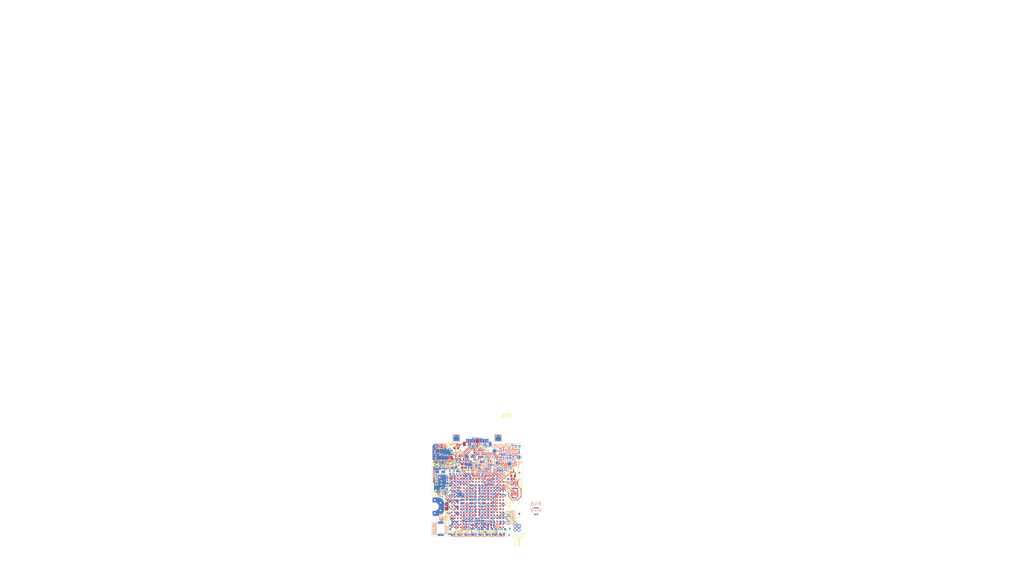
<source format=kicad_pcb>
(kicad_pcb (version 20241229) (generator "pcbnew") (generator_version "9.0")
  (title_block (title "Expansion Card Template") (rev "X1") (company "Framework") (comment 1 "This work is licensed under a Creative Commons Attribution 4.0 International License") (comment 4 "https://frame.work"))
  (layers (0 "F.Cu" signal) (4 "In1.Cu" signal "In1.Cu(GND)") (6 "In2.Cu" signal) (8 "In3.Cu" signal "In3.Cu(GND)") (10 "In4.Cu" signal "In4.Cu(1V1)") (12 "In5.Cu" signal "In5.Cu(2V5)") (14 "In6.Cu" signal "In6.Cu(GND)") (2 "B.Cu" signal) (13 "F.Paste" user) (15 "B.Paste" user) (5 "F.SilkS" user "F.Silkscreen") (7 "B.SilkS" user "B.Silkscreen") (1 "F.Mask" user) (3 "B.Mask" user) (25 "Edge.Cuts" user))
  (net 0 "")
  (net 1 "GND")
  (net 2 "VBUS")
  (net 3 "/USB_DP")
  (net 9 "Net-(D10-K)")
  (net 12 "/C_TX1_N")
  (net 14 "/SCL1")
  (net 24 "/K0")
  (net 25 "/K1")
  (net 27 "/K2")
  (net 30 "/K3")
  (net 39 "/TX1_N")
  (net 40 "/C_TX1_P")
  (net 41 "/TX1_P")
  (net 61 "/TX2_P")
  (net 66 "/C_TX2_N")
  (net 67 "Net-(D11-A)")
  (net 68 "/C_TX2_P")
  (net 70 "/LED0")
  (net 72 "Net-(U2H-POR_ADJ)")
  (net 77 "/power_supply/PG_2V5")
  (net 86 "/TX2_N")
  (net 91 "/LED2")
  (net 94 "Net-(U2A-SER_RTERM)")
  (net 103 "+1V1")
  (net 107 "/RX2_P")
  (net 109 "/USB_DN")
  (net 110 "/RX1_N")
  (net 111 "Net-(P1-SHIELD)")
  (net 114 "/RX2_N")
  (net 115 "Net-(U2B-IO_WA_A2{slash}~{CFG_FAILED})")
  (net 116 "+3V3")
  (net 117 "/RCC_MCO")
  (net 118 "/TX1")
  (net 119 "/BOOT0")
  (net 121 "/~{RST}")
  (net 122 "/TX0")
  (net 123 "/RX0")
  (net 124 "/FPGA_TMS")
  (net 126 "+2V5")
  (net 127 "/POR_EN")
  (net 128 "Net-(U2B-IO_WA_B2{slash}CFG_DONE)")
  (net 132 "/~{FLASH_CS}")
  (net 133 "/FLASH_S1")
  (net 134 "/FLASH_CLK")
  (net 135 "/FLASH_S2")
  (net 136 "/FLASH_S3")
  (net 137 "/SER_CLK_P")
  (net 138 "/SER_CLK_N")
  (net 139 "/RX1_P")
  (net 140 "/R_TX2_N")
  (net 141 "/R_TX2_P")
  (net 143 "Net-(U2A-GND{slash}SER_TX1_N)")
  (net 144 "Net-(R25-Pad2)")
  (net 146 "Net-(R27-Pad2)")
  (net 147 "Net-(U2A-GND{slash}SER_TX1_P)")
  (net 148 "Net-(U2G-NC{slash}VDD_SER)")
  (net 151 "/power_supply/PG_1V1")
  (net 152 "Net-(U7-FB)")
  (net 153 "Net-(U8-FB)")
  (net 154 "Net-(Y1-ENABLE{slash}DISABLE)")
  (net 156 "/FLASH_S0")
  (net 158 "/LED1")
  (net 159 "/LED3")
  (net 164 "/K4")
  (net 165 "/LED4")
  (net 166 "/LED5")
  (net 167 "/CFG_MD2{slash}IO_WA_A1")
  (net 168 "/CFG_MD3{slash}IO_WA_B1")
  (net 171 "/IO_N")
  (net 172 "/IO_P")
  (net 174 "/C_USB_DP")
  (net 175 "/C_USB_DN")
  (net 176 "/D_EN")
  (net 181 "/SDA0")
  (net 182 "/SCL0")
  (net 183 "/IMU_INT2")
  (net 184 "/IMU_INT1")
  (net 187 "/MIC_CLK")
  (net 188 "/MIC_DOUT")
  (net 189 "Net-(JP1-A)")
  (net 190 "/MIC_LR")
  (net 191 "/SDA1")
  (net 192 "/SDA2")
  (net 193 "/SCL2")
  (net 194 "/K5")
  (net 206 "/VBUS_UNPROTECTED")
  (net 207 "/CLOCK_SYS")
  (net 208 "/FPGA_USB_DP")
  (net 209 "/FPGA_USB_DN")
  (net 210 "/SWCLK")
  (net 211 "/~{FPGA_RST}")
  (net 212 "/2V5_FPGA_USB_DP")
  (net 213 "/2V5_FPGA_USB_DN")
  (net 214 "/FPGA_TCK")
  (net 215 "/FPGA_TDI")
  (net 221 "/FPGA_TDO")
  (net 243 "/SWDIO")
  (net 244 "Net-(P1-CC)")
  (net 245 "Net-(Q1-D)")
  (net 246 "Net-(Q1-G)")
  (net 248 "/CFG_MD0{slash}IO_WA_A0")
  (net 249 "/CFG_MD1{slash}IO_WA_B0")
  (net 250 "/USB_PU")
  (net 251 "/MCU_SCL")
  (net 252 "/MCU_SDA")
  (footprint "Expansion_Card:USB_C_Plug_Molex_105444" (layer "F.Cu") (at 140 129)
    (property "Reference" "P1" (hide yes))
    (property "Value" "1054440011")
    (fp_line (start -3.35 0) (end -4.3 0) (stroke (width 0.05)) (layer "Edge.Cuts"))
    (fp_line (start -3.05 -0.66) (end -3.05 -0.3) (stroke (width 0.05)) (layer "Edge.Cuts"))
    (fp_line (start -2.75 -0.96) (end 2.75 -0.96) (stroke (width 0.05)) (layer "Edge.Cuts"))
    (fp_line (start 3.05 -0.66) (end 3.05 -0.3) (stroke (width 0.05)) (layer "Edge.Cuts"))
    (fp_line (start 3.35 0) (end 4.3 0) (stroke (width 0.05)) (layer "Edge.Cuts"))
    (fp_arc (start -3.05 -0.66) (mid -2.962132 -0.872132) (end -2.75 -0.96) (stroke (width 0.05)) (layer "Edge.Cuts"))
    (fp_arc (start -3.05 -0.3) (mid -3.137868 -0.087868) (end -3.35 0) (stroke (width 0.05)) (layer "Edge.Cuts"))
    (fp_arc (start 2.75 -0.96) (mid 2.962132 -0.872132) (end 3.05 -0.66) (stroke (width 0.05)) (layer "Edge.Cuts"))
    (fp_arc (start 3.35 0) (mid 3.137868 -0.087868) (end 3.05 -0.3) (stroke (width 0.05)) (layer "Edge.Cuts"))
  )
  (footprint "TestPoint:TestPoint_Pad_1.5x1.5mm" (layer "F.Cu") (at 145.55 128.3)
    (property "Reference" "TP3" (hide yes))
    (property "Value" "TestPoint")
  )
  (footprint "TestPoint:TestPoint_Pad_1.5x1.5mm" (layer "F.Cu") (at 134.45 128.3)
    (property "Reference" "TP1" (hide yes))
    (property "Value" "TestPoint")
  )
  (footprint "Resistor_SMD:R_0201_0603Metric" (layer "F.Cu") (at 130.635 139.175)
    (property "Reference" "R32")
    (property "Value" "0R")
  )
  (footprint "Resistor_SMD:R_0201_0603Metric" (layer "F.Cu") (at 144.515 154.05 180)
    (property "Reference" "R13")
    (property "Value" "60R4")
  )
  (footprint "Package_SON:Winbond_USON-8-1EP_3x2mm_P0.5mm_EP0.2x1.6mm" (layer "F.Cu") (at 149.9675 141.7025 90)
    (property "Reference" "U4")
    (property "Value" "W25Q16JLUXIG TR")
  )
  (footprint "Capacitor_SMD:C_0201_0603Metric" (layer "F.Cu") (at 132.55 132.975 90)
    (property "Reference" "C85")
    (property "Value" "120p")
  )
  (footprint "Connector_PinHeader_1.00mm:PinHeader_2x02_P1.00mm_Horizontal" (layer "F.Cu") (at 151.06 151.7 -90)
    (property "Reference" "J4")
    (property "Value" "Conn_02x02_Odd_Even")
  )
  (footprint "ProjectLibrary:Jumper_open" (layer "F.Cu") (at 131.84 146.44 -90)
    (property "Reference" "JP1")
    (property "Value" "Jumper_2_Small_Open")
  )
  (footprint "Capacitor_SMD:C_0402_1005Metric" (layer "F.Cu") (at 136.925 135.695 -90)
    (property "Reference" "C2")
    (property "Value" "100n")
  )
  (footprint "Resistor_SMD:R_0201_0603Metric" (layer "F.Cu") (at 130.43 149.88)
    (property "Reference" "R3")
    (property "Value" "5K1")
  )
  (footprint "Resistor_SMD:R_0201_0603Metric" (layer "F.Cu") (at 137.355 154.05)
    (property "Reference" "R8")
    (property "Value" "60R4")
  )
  (footprint "Resistor_SMD:R_0201_0603Metric" (layer "F.Cu") (at 149.29 137.24 180)
    (property "Reference" "R34")
    (property "Value" "0R")
  )
  (footprint "Resistor_SMD:R_0201_0603Metric" (layer "F.Cu") (at 130.635 138.4)
    (property "Reference" "R33")
    (property "Value" "0R")
  )
  (footprint "Capacitor_SMD:C_0402_1005Metric" (layer "F.Cu") (at 130.65 141.025)
    (property "Reference" "C10")
    (property "Value" "100n")
  )
  (footprint "Resistor_SMD:R_0201_0603Metric" (layer "F.Cu") (at 141.37 134.6 180)
    (property "Reference" "R18")
    (property "Value" "5K1")
  )
  (footprint "Package_BGA:BGA-324_15.0x15.0mm_Layout18x18_P0.8mm_Ball0.45mm_Pad0.4mm_NSMD" (layer "F.Cu") (at 140.07 145.17 180)
    (property "Reference" "U2")
    (property "Value" "CCGM1A1")
  )
  (footprint "Resistor_SMD:R_0201_0603Metric" (layer "F.Cu") (at 139.2 131.8 90)
    (property "Reference" "R47")
    (property "Value" "5K1")
  )
  (footprint "Package_BGA:Texas_DSBGA-8_0.9x1.9mm_Layout2x4_P0.5mm" (layer "F.Cu") (at 143.26 135.01)
    (property "Reference" "U1")
    (property "Value" "TXS0202YZPR")
  )
  (footprint "ProjectLibrary:SIL0010D-MFG" (layer "F.Cu") (at 130.15 132.65)
    (property "Reference" "U7")
    (property "Value" "TPSM82822SILR")
  )
  (footprint "Capacitor_SMD:C_0402_1005Metric" (layer "F.Cu") (at 134.44 130.99 180)
    (property "Reference" "C1")
    (property "Value" "100n")
  )
  (footprint "Capacitor_SMD:C_0201_0603Metric" (layer "F.Cu") (at 149.41 139.2)
    (property "Reference" "C46")
    (property "Value" "10n")
  )
  (footprint "Resistor_SMD:R_0201_0603Metric" (layer "F.Cu") (at 142.975 154.05)
    (property "Reference" "R5")
    (property "Value" "60R4")
  )
  (footprint "Package_BGA:WLP-4_0.86x0.86mm_P0.4mm" (layer "F.Cu") (at 129.725 142.925)
    (property "Reference" "U11")
    (property "Value" "MMC5633NJL")
  )
  (footprint "Package_SON:Texas_X2SON-4_1x1mm_P0.65mm" (layer "F.Cu") (at 140.06 135.805 180)
    (property "Reference" "U6")
    (property "Value" "TPS7A2033PDQNR")
  )
  (footprint "Resistor_SMD:R_0201_0603Metric" (layer "F.Cu") (at 133.6 154.05)
    (property "Reference" "R37")
    (property "Value" "60R4")
  )
  (footprint "Package_BGA:UFBGA-64_5x5mm_Layout8x8_P0.5mm" (layer "F.Cu") (at 148.23 133.17 180)
    (property "Reference" "U12")
    (property "Value" "STM32L422RBIx")
  )
  (footprint "Fiducial:Fiducial_0.5mm_Mask1mm" (layer "F.Cu") (at 151.16 148.4)
    (property "Reference" "FID5" (hide yes))
    (property "Value" "Fiducial")
  )
  (footprint "Resistor_SMD:R_0201_0603Metric" (layer "F.Cu") (at 135.475 154.05)
    (property "Reference" "R36")
    (property "Value" "60R4")
  )
  (footprint "Package_DFN_QFN:UQFN-10_1.3x1.8mm_P0.4mm" (layer "F.Cu") (at 140.87 132.46)
    (property "Reference" "U5")
    (property "Value" "USB3740B-AI2")
  )
  (footprint "Fiducial:Fiducial_0.5mm_Mask1mm" (layer "F.Cu") (at 151.16 137.6)
    (property "Reference" "FID6" (hide yes))
    (property "Value" "Fiducial")
  )
  (footprint "Resistor_SMD:R_0201_0603Metric" (layer "F.Cu") (at 146.72 154.05)
    (property "Reference" "R14")
    (property "Value" "60R4")
  )
  (footprint "Capacitor_SMD:C_0402_1005Metric" (layer "F.Cu") (at 149.51 138.38)
    (property "Reference" "C47")
    (property "Value" "100n")
  )
  (footprint "Resistor_SMD:R_0201_0603Metric" (layer "F.Cu") (at 141.105 154.05)
    (property "Reference" "R6")
    (property "Value" "60R4")
  )
  (footprint "Button_Switch_SMD:SW_SPST_CK_KXT3" (layer "F.Cu") (at 130.32 152.375 90)
    (property "Reference" "SW1")
    (property "Value" "KXT 331 LHS")
  )
  (footprint "Resistor_SMD:R_0201_0603Metric" (layer "F.Cu") (at 132 131.65 180)
    (property "Reference" "R10")
    (property "Value" "100K")
  )
  (footprint "Resistor_SMD:R_0201_0603Metric" (layer "F.Cu") (at 134.99 130.18 180)
    (property "Reference" "R2")
    (property "Value" "5K1")
  )
  (footprint "Resistor_SMD:R_0201_0603Metric" (layer "F.Cu") (at 139.23 154.05)
    (property "Reference" "R7")
    (property "Value" "60R4")
  )
  (footprint "Capacitor_SMD:C_0402_1005Metric" (layer "F.Cu") (at 131.725 132.900002 90)
    (property "Reference" "C84")
    (property "Value" "22u")
  )
  (footprint "Capacitor_SMD:C_0402_1005Metric" (layer "F.Cu") (at 129.98 130.500002)
    (property "Reference" "C83")
    (property "Value" "4u7")
  )
  (footprint "Package_DFN_QFN:UDFN-9_1.0x3.8mm_P0.5mm" (layer "F.Cu") (at 135.95 133.575 -90)
    (property "Reference" "D9")
    (property "Value" "DT1240A-08LP3810")
  )
  (footprint "Resistor_SMD:R_0201_0603Metric" (layer "F.Cu") (at 149.9 144.2 180)
    (property "Reference" "R12")
    (property "Value" "5K1")
  )
  (footprint "Capacitor_SMD:C_0402_1005Metric" (layer "F.Cu") (at 135.975 135.695 -90)
    (property "Reference" "C3")
    (property "Value" "100n")
  )
  (footprint "Fiducial:Fiducial_0.5mm_Mask1mm" (layer "F.Cu") (at 130.8 137.3)
    (property "Reference" "FID4" (hide yes))
    (property "Value" "Fiducial")
  )
  (footprint "Capacitor_SMD:C_0402_1005Metric" (layer "F.Cu") (at 130.645 140.1)
    (property "Reference" "C9")
    (property "Value" "100n")
  )
  (footprint "Resistor_SMD:R_0201_0603Metric" (layer "F.Cu") (at 133.275 132.980002 90)
    (property "Reference" "R9")
    (property "Value" "316K")
  )
  (footprint "Resistor_SMD:R_0201_0603Metric" (layer "F.Cu") (at 128.7 133.45 90)
    (property "Reference" "R11")
    (property "Value" "100K")
  )
  (footprint "Resistor_SMD:R_0201_0603Metric" (layer "F.Cu") (at 137.75 135.825 90)
    (property "Reference" "R21")
    (property "Value" "200R")
  )
  (footprint "TestPoint:TestPoint_Pad_1.5x1.5mm" (layer "B.Cu") (at 134.45 128.3 180)
    (property "Reference" "TP2" (hide yes))
    (property "Value" "TestPoint")
  )
  (footprint "TestPoint:TestPoint_Pad_1.5x1.5mm" (layer "B.Cu") (at 145.55 128.3 180)
    (property "Reference" "TP4" (hide yes))
    (property "Value" "TestPoint")
  )
  (footprint "Resistor_SMD:R_0201_0603Metric" (layer "B.Cu") (at 136.875 150.225 -90)
    (property "Reference" "R43")
    (property "Value" "5K1")
  )
  (footprint "Capacitor_SMD:C_0402_1005Metric" (layer "B.Cu") (at 146.925 143.525)
    (property "Reference" "C66")
    (property "Value" "100n")
  )
  (footprint "Capacitor_SMD:C_0201_0603Metric" (layer "B.Cu") (at 141.28 146.65)
    (property "Reference" "C117")
    (property "Value" "10n")
  )
  (footprint "Resistor_SMD:R_0201_0603Metric" (layer "B.Cu") (at 155.61 146.81 180)
    (property "Reference" "R48")
    (property "Value" "5K1")
  )
  (footprint "Capacitor_SMD:C_0402_1005Metric" (layer "B.Cu") (at 144.4 152.5)
    (property "Reference" "C21")
    (property "Value" "1u")
  )
  (footprint "Capacitor_SMD:C_0201_0603Metric" (layer "B.Cu") (at 130.3 139.5 180)
    (property "Reference" "C11")
    (property "Value" "10n")
  )
  (footprint "LED_SMD:LED_0402_1005Metric" (layer "B.Cu") (at 144.68 153.7)
    (property "Reference" "D10")
    (property "Value" "16-213SDRC/S530-A3/TR8")
  )
  (footprint "Capacitor_SMD:C_0201_0603Metric" (layer "B.Cu") (at 144.075 140.845 90)
    (property "Reference" "C77")
    (property "Value" "10n")
  )
  (footprint "Resistor_SMD:R_0201_0603Metric" (layer "B.Cu") (at 141.47 138.18 -90)
    (property "Reference" "R17")
    (property "Value" "5K1")
  )
  (footprint "Capacitor_SMD:C_0201_0603Metric" (layer "B.Cu") (at 144.075 147.97 90)
    (property "Reference" "C71")
    (property "Value" "10n")
  )
  (footprint "Sensor_Audio:ST_HLGA-6_3.76x4.72mm_P1.65mm" (layer "B.Cu") (at 133.5 146.6 180)
    (property "Reference" "MK1")
    (property "Value" "CMM-4737DT-26386-TR")
  )
  (footprint "Capacitor_SMD:C_0402_1005Metric" (layer "B.Cu") (at 150.71 130.51 180)
    (property "Reference" "C125")
    (property "Value" "100n")
  )
  (footprint "Capacitor_SMD:C_0402_1005Metric" (layer "B.Cu") (at 138.89 143.69 180)
    (property "Reference" "C106")
    (property "Value" "100n")
  )
  (footprint "Capacitor_SMD:C_0201_0603Metric" (layer "B.Cu") (at 136.075 139.175 90)
    (property "Reference" "C53")
    (property "Value" "10n")
  )
  (footprint "Resistor_SMD:R_0201_0603Metric" (layer "B.Cu") (at 132.86 139.23 -90)
    (property "Reference" "R25")
    (property "Value" "200R")
  )
  (footprint "Capacitor_SMD:C_0402_1005Metric" (layer "B.Cu") (at 138.9 146.65)
    (property "Reference" "C103")
    (property "Value" "100n")
  )
  (footprint "Capacitor_SMD:C_0201_0603Metric" (layer "B.Cu") (at 143.25 140.825 90)
    (property "Reference" "C45")
    (property "Value" "10n")
  )
  (footprint "ProjectLibrary:OSC_S3A2505-100.000-L-X1-R" (layer "B.Cu") (at 130.2 137.25 90)
    (property "Reference" "Y1")
    (property "Value" "S3A2505-100.000-L-X1-R")
  )
  (footprint "LED_SMD:LED_0402_1005Metric" (layer "B.Cu") (at 135.315 153.7 180)
    (property "Reference" "D5")
    (property "Value" "16-213SDRC/S530-A3/TR8")
  )
  (footprint "Capacitor_SMD:C_0201_0603Metric" (layer "B.Cu") (at 134.48 151.97 90)
    (property "Reference" "C33")
    (property "Value" "10n")
  )
  (footprint "Resistor_SMD:R_0201_0603Metric" (layer "B.Cu") (at 131.75 139.5)
    (property "Reference" "R15")
    (property "Value" "5K1")
  )
  (footprint "Capacitor_SMD:C_0402_1005Metric" (layer "B.Cu") (at 133.275 136.95 180)
    (property "Reference" "C90")
    (property "Value" "1u")
  )
  (footprint "Capacitor_SMD:C_0402_1005Metric" (layer "B.Cu") (at 130.2 134.480002)
    (property "Reference" "C86")
    (property "Value" "4u7")
  )
  (footprint "Capacitor_SMD:C_0201_0603Metric" (layer "B.Cu") (at 134.125 141.175 180)
    (property "Reference" "C82")
    (property "Value" "10n")
  )
  (footprint "Capacitor_SMD:C_0201_0603Metric" (layer "B.Cu") (at 137.275 142.775)
    (property "Reference" "C91")
    (property "Value" "10n")
  )
  (footprint "Capacitor_SMD:C_0402_1005Metric" (layer "B.Cu") (at 136.9 152.2 -90)
    (property "Reference" "C18")
    (property "Value" "1u")
  )
  (footprint "Capacitor_SMD:C_0201_0603Metric" (layer "B.Cu") (at 133.3 149.8 180)
    (property "Reference" "C29")
    (property "Value" "10n")
  )
  (footprint "ProjectLibrary:SIL0010D-MFG" (layer "B.Cu") (at 130.275 132.625)
    (property "Reference" "U8")
    (property "Value" "TPSM82822SILR")
  )
  (footprint "Resistor_SMD:R_0201_0603Metric" (layer "B.Cu") (at 128.8 131.9 -90)
    (property "Reference" "R40")
    (property "Value" "100K")
  )
  (footprint "Capacitor_SMD:C_0402_1005Metric" (layer "B.Cu") (at 148.22 139.67 90)
    (property "Reference" "C78")
    (property "Value" "100n")
  )
  (footprint "Resistor_SMD:R_0201_0603Metric" (layer "B.Cu") (at 131.4 142.845 -90)
    (property "Reference" "R28")
    (property "Value" "200R")
  )
  (footprint "Capacitor_SMD:C_0201_0603Metric" (layer "B.Cu") (at 136.08 143.27 90)
    (property "Reference" "C28")
    (property "Value" "10n")
  )
  (footprint "Capacitor_SMD:C_0201_0603Metric" (layer "B.Cu") (at 136.07 147.16 90)
    (property "Reference" "C30")
    (property "Value" "10n")
  )
  (footprint "Resistor_SMD:R_0201_0603Metric" (layer "B.Cu") (at 135.275 139.87 90)
    (property "Reference" "R4")
    (property "Value" "5K1")
  )
  (footprint "Resistor_SMD:R_0201_0603Metric" (layer "B.Cu") (at 146.2 136.628334 -90)
    (property "Reference" "R38")
    (property "Value" "5K1")
  )
  (footprint "Resistor_SMD:R_0201_0603Metric" (layer "B.Cu") (at 134.1 138.775 180)
    (property "Reference" "R30")
    (property "Value" "0R")
  )
  (footprint "Resistor_SMD:R_0201_0603Metric" (layer "B.Cu") (at 144.05 151.45 180)
    (property "Reference" "R19")
    (property "Value" "5K1")
  )
  (footprint "Resistor_SMD:R_0201_0603Metric" (layer "B.Cu") (at 135.275 137.675 90)
    (property "Reference" "R22")
    (property "Value" "100R")
  )
  (footprint "Capacitor_SMD:C_0201_0603Metric" (layer "B.Cu") (at 142.87 146.77)
    (property "Reference" "C94")
    (property "Value" "10n")
  )
  (footprint "Capacitor_SMD:C_0402_1005Metric" (layer "B.Cu") (at 132.85 152.075 -90)
    (property "Reference" "C34")
    (property "Value" "100n")
  )
  (footprint "Capacitor_SMD:C_0201_0603Metric" (layer "B.Cu") (at 142.87 147.57 180)
    (property "Reference" "C97")
    (property "Value" "10n")
  )
  (footprint "Fiducial:Fiducial_0.5mm_Mask1mm" (layer "B.Cu") (at 146.23 147.12 180)
    (property "Reference" "FID1" (hide yes))
    (property "Value" "Fiducial")
  )
  (footprint "Diode_SMD:Nexperia_DSN1608-2_1.6x0.8mm" (layer "B.Cu") (at 148.31 150.54 -90)
    (property "Reference" "D15")
    (property "Value" "PTVS5V0Z1USK")
  )
  (footprint "Capacitor_SMD:C_0402_1005Metric" (layer "B.Cu") (at 130.475 140.35 180)
    (property "Reference" "C12")
    (property "Value" "100n")
  )
  (footprint "Capacitor_SMD:C_0402_1005Metric" (layer "B.Cu") (at 143.19 135.44)
    (property "Reference" "C118")
    (property "Value" "100n")
  )
  (footprint "Capacitor_SMD:C_0201_0603Metric" (layer "B.Cu") (at 142.865 142.77)
    (property "Reference" "C98")
    (property "Value" "10n")
  )
  (footprint "Capacitor_SMD:C_0201_0603Metric" (layer "B.Cu") (at 132.95 131.625)
    (property "Reference" "C87")
    (property "Value" "120p")
  )
  (footprint "Package_SON:WSON-6-1EP_2x2mm_P0.65mm_EP1x1.6mm" (layer "B.Cu") (at 137.65 135.31 90)
    (property "Reference" "U3")
    (property "Value" "TVS0500DRV")
  )
  (footprint "Capacitor_SMD:C_0402_1005Metric" (layer "B.Cu") (at 146.74 150.74)
    (property "Reference" "C73")
    (property "Value" "100n")
  )
  (footprint "Capacitor_SMD:C_0201_0603Metric" (layer "B.Cu") (at 136.475 140.375)
    (property "Reference" "C38")
    (property "Value" "10n")
  )
  (footprint "Package_DFN_QFN:Texas_PicoStar_DFN-3_0.69x0.60mm" (layer "B.Cu") (at 141.67 136.92 90)
    (property "Reference" "Q1")
    (property "Value" "CSD25480F3")
  )
  (footprint "Capacitor_SMD:C_0402_1005Metric" (layer "B.Cu") (at 146.92 152.5)
    (property "Reference" "C74")
    (property "Value" "1u")
  )
  (footprint "Capacitor_SMD:C_0201_0603Metric" (layer "B.Cu") (at 134.075 139.575 180)
    (property "Reference" "C64")
    (property "Value" "10n")
  )
  (footprint "Button_Switch_SMD:SW_SPST_CK_KXT3" (layer "B.Cu") (at 130.32 152.375 90)
    (property "Reference" "SW2")
    (property "Value" "KXT 331 LHS")
  )
  (footprint "Resistor_SMD:R_0201_0603Metric" (layer "B.Cu") (at 132.15 140.63 90)
    (property "Reference" "R26")
    (property "Value" "0R")
  )
  (footprint "Capacitor_SMD:C_0201_0603Metric" (layer "B.Cu") (at 138 138.775)
    (property "Reference" "C63")
    (property "Value" "10n")
  )
  (footprint "Capacitor_SMD:C_0201_0603Metric" (layer "B.Cu") (at 142.87 141.97 180)
    (property "Reference" "C92")
    (property "Value" "10n")
  )
  (footprint "Capacitor_SMD:C_0402_1005Metric" (layer "B.Cu") (at 139.59 136.07 90)
    (property "Reference" "C14")
    (property "Value" "1u")
  )
  (footprint "Capacitor_SMD:C_0201_0603Metric" (layer "B.Cu") (at 146.85 145.975)
    (property "Reference" "C68")
    (property "Value" "10n")
  )
  (footprint "Capacitor_SMD:C_0402_1005Metric" (layer "B.Cu") (at 133.26 143.53 180)
    (property "Reference" "C26")
    (property "Value" "1u")
  )
  (footprint "Capacitor_SMD:C_0402_1005Metric" (layer "B.Cu") (at 138.6 151.9 -90)
    (property "Reference" "C17")
    (property "Value" "100n")
  )
  (footprint "Capacitor_SMD:C_0201_0603Metric" (layer "B.Cu") (at 137.27 144.37)
    (property "Reference" "C111")
    (property "Value" "10n")
  )
  (footprint "Capacitor_SMD:C_0201_0603Metric" (layer "B.Cu") (at 144.825 143.225 90)
    (property "Reference" "C76")
    (property "Value" "10n")
  )
  (footprint "Resistor_SMD:R_0201_0603Metric" (layer "B.Cu") (at 144.2 150.7 180)
    (property "Reference" "R20")
    (property "Value" "5K1")
  )
  (footprint "Capacitor_SMD:C_0201_0603Metric" (layer "B.Cu") (at 137.28 145.97 180)
    (property "Reference" "C112")
    (property "Value" "10n")
  )
  (footprint "LED_SMD:LED_0402_1005Metric" (layer "B.Cu") (at 140.9375 153.7 180)
    (property "Reference" "D2")
    (property "Value" "16-213SDRC/S530-A3/TR8")
  )
  (footprint "Resistor_SMD:R_0201_0603Metric" (layer "B.Cu") (at 133.855 135.175)
    (property "Reference" "R31")
    (property "Value" "100R")
  )
  (footprint "Capacitor_SMD:C_0201_0603Metric" (layer "B.Cu") (at 137.28 146.76)
    (property "Reference" "C96")
    (property "Value" "10n")
  )
  (footprint "Capacitor_SMD:C_0201_0603Metric" (layer "B.Cu") (at 145.25 141.175 180)
    (property "Reference" "C75")
    (property "Value" "10n")
  )
  (footprint "Capacitor_SMD:C_0402_1005Metric" (layer "B.Cu") (at 140.53 135.91 90)
    (property "Reference" "C15")
    (property "Value" "1u")
  )
  (footprint "Resistor_SMD:R_0201_0603Metric" (layer "B.Cu") (at 155.61 148.56 180)
    (property "Reference" "R49")
    (property "Value" "5K1")
  )
  (footprint "Capacitor_SMD:C_0402_1005Metric" (layer "B.Cu") (at 140.53 145.12 -90)
    (property "Reference" "C107")
    (property "Value" "1u")
  )
  (footprint "Package_SON:Texas_X2SON-5_0.8x0.8mm_P0.48mm" (layer "B.Cu") (at 138.2 150.16 180)
    (property "Reference" "U10")
    (property "Value" "TMP110D")
  )
  (footprint "Capacitor_SMD:C_0402_1005Metric" (layer "B.Cu") (at 138.5 141.355 90)
    (property "Reference" "C40")
    (property "Value" "1u")
  )
  (footprint "Capacitor_SMD:C_0402_1005Metric" (layer "B.Cu") (at 130.47 141.275 180)
    (property "Reference" "C13")
    (property "Value" "1u")
  )
  (footprint "Resistor_SMD:R_0201_0603Metric" (layer "B.Cu") (at 145.5 136.628334 -90)
    (property "Reference" "R23")
    (property "Value" "5K1")
  )
  (footprint "Resistor_SMD:R_0201_0603Metric" (layer "B.Cu") (at 136.175 150.425 -90)
    (property "Reference" "R44")
    (property "Value" "5K1")
  )
  (footprint "Capacitor_SMD:C_0402_1005Metric" (layer "B.Cu") (at 134.025 150.625 180)
    (property "Reference" "C35")
    (property "Value" "1u")
  )
  (footprint "Capacitor_SMD:C_0603_1608Metric" (layer "B.Cu") (at 137.91 133.11)
    (property "Reference" "TH1")
    (property "Value" "BSMD0603-075-6V")
  )
  (footprint "Capacitor_SMD:C_0201_0603Metric" (layer "B.Cu") (at 147.98 133.24 -90)
    (property "Reference" "C54")
    (property "Value" "10n")
  )
  (footprint "Capacitor_SMD:C_0201_0603Metric" (layer "B.Cu") (at 136.47 148.37 180)
    (property "Reference" "C32")
    (property "Value" "10n")
  )
  (footprint "Fiducial:Fiducial_0.5mm_Mask1mm" (layer "B.Cu") (at 148.61 152.34 180)
    (property "Reference" "FID2" (hide yes))
    (property "Value" "Fiducial")
  )
  (footprint "Capacitor_SMD:C_0201_0603Metric" (layer "B.Cu") (at 137.285 147.57 180)
    (property "Reference" "C93")
    (property "Value" "10n")
  )
  (footprint "Capacitor_SMD:C_0201_0603Metric" (layer "B.Cu") (at 144.075 149.575 90)
    (property "Reference" "C70")
    (property "Value" "10n")
  )
  (footprint "Capacitor_SMD:C_0201_0603Metric" (layer "B.Cu") (at 136.47 149.16)
    (property "Reference" "C31")
    (property "Value" "10n")
  )
  (footprint "Capacitor_SMD:C_0402_1005Metric" (layer "B.Cu") (at 139.51 145.12 90)
    (property "Reference" "C109")
    (property "Value" "1u")
  )
  (footprint "TestPoint:TestPoint_Pad_D1.0mm" (layer "B.Cu") (at 145.41 134.91 180)
    (property "Reference" "TP5")
    (property "Value" "TestPoint")
  )
  (footprint "Capacitor_SMD:C_0201_0603Metric" (layer "B.Cu") (at 151.05 131.68 -90)
    (property "Reference" "C51")
    (property "Value" "10n")
  )
  (footprint "Capacitor_SMD:C_0201_0603Metric" (layer "B.Cu") (at 139.27 148.77 90)
    (property "Reference" "C19")
    (property "Value" "10n")
  )
  (footprint "Capacitor_SMD:C_0402_1005Metric" (layer "B.Cu") (at 138.51 145.12 -90)
    (property "Reference" "C110")
    (property "Value" "1u")
  )
  (footprint "Capacitor_SMD:C_0402_1005Metric" (layer "B.Cu") (at 141.58 145.12 90)
    (property "Reference" "C108")
    (property "Value" "1u")
  )
  (footprint "Capacitor_SMD:C_0201_0603Metric" (layer "B.Cu") (at 146.93 132.72 180)
    (property "Reference" "C49")
    (property "Value" "10n")
  )
  (footprint "Capacitor_SMD:C_0201_0603Metric" (layer "B.Cu") (at 144.075 146.5 90)
    (property "Reference" "C69")
    (property "Value" "10n")
  )
  (footprint "Capacitor_SMD:C_0402_1005Metric" (layer "B.Cu") (at 133.88 136.025 180)
    (property "Reference" "C52")
    (property "Value" "100n")
  )
  (footprint "Resistor_SMD:R_0201_0603Metric" (layer "B.Cu") (at 142.83 136.53)
    (property "Reference" "R51")
    (property "Value" "1K5")
  )
  (footprint "Capacitor_SMD:C_0402_1005Metric" (layer "B.Cu") (at 143.19 134.52 180)
    (property "Reference" "C81")
    (property "Value" "100n")
  )
  (footprint "Capacitor_SMD:C_0402_1005Metric" (layer "B.Cu") (at 144.15 144.85 -90)
    (property "Reference" "C65")
    (property "Value" "1u")
  )
  (footprint "Resistor_SMD:R_0201_0603Metric" (layer "B.Cu") (at 134.925 143.625 180)
    (property "Reference" "R42")
    (property "Value" "5K1")
  )
  (footprint "Resistor_SMD:R_0201_0603Metric" (layer "B.Cu") (at 146.9 136.628334 -90)
    (property "Reference" "R39")
    (property "Value" "5K1")
  )
  (footprint "Diode_SMD:Nexperia_DSN1608-2_1.6x0.8mm" (layer "B.Cu") (at 148.32 148.44 90)
    (property "Reference" "D16")
    (property "Value" "PTVS5V0Z1USK")
  )
  (footprint "Resistor_SMD:R_0201_0603Metric" (layer "B.Cu") (at 130.7 143.525 90)
    (property "Reference" "R27")
    (property "Value" "0R")
  )
  (footprint "Capacitor_SMD:C_0201_0603Metric" (layer "B.Cu") (at 142.865 149.17 180)
    (property "Reference" "C23")
    (property "Value" "10n")
  )
  (footprint "Capacitor_SMD:C_0402_1005Metric" (layer "B.Cu") (at 141.19 147.46 180)
    (property "Reference" "C101")
    (property "Value" "100n")
  )
  (footprint "Capacitor_SMD:C_0402_1005Metric" (layer "B.Cu") (at 138.2 137.8 180)
    (property "Reference" "C42")
    (property "Value" "100n")
  )
  (footprint "LED_SMD:LED_0402_1005Metric" (layer "B.Cu") (at 137.1875 153.7 180)
    (property "Reference" "D4")
    (property "Value" "16-213SDRC/S530-A3/TR8")
  )
  (footprint "Capacitor_SMD:C_0201_0603Metric" (layer "B.Cu") (at 141.275 143.75 180)
    (property "Reference" "C116")
    (property "Value" "10n")
  )
  (footprint "Capacitor_SMD:C_0201_0603Metric" (layer "B.Cu") (at 138.07 149.16)
    (property "Reference" "C16")
    (property "Value" "10n")
  )
  (footprint "Package_LGA:LGA-14_3x2.5mm_P0.5mm_LayoutBorder3x4y" (layer "B.Cu") (at 140.8 151.4 -90)
    (property "Reference" "U9")
    (property "Value" "ISM330DHCX")
  )
  (footprint "Resistor_SMD:R_0201_0603Metric" (layer "B.Cu") (at 134.925 142.875 180)
    (property "Reference" "R41")
    (property "Value" "5K1")
  )
  (footprint "Capacitor_SMD:C_0201_0603Metric" (layer "B.Cu") (at 142.85 139.575)
    (property "Reference" "C44")
    (property "Value" "10n")
  )
  (footprint "Capacitor_SMD:C_0402_1005Metric" (layer "B.Cu") (at 141.19 141.96 180)
    (property "Reference" "C105")
    (property "Value" "100n")
  )
  (footprint "Capacitor_SMD:C_0201_0603Metric" (layer "B.Cu") (at 146.855 148.375)
    (property "Reference" "C72")
    (property "Value" "10n")
  )
  (footprint "Capacitor_SMD:C_0201_0603Metric" (layer "B.Cu") (at 140.525 138.525 90)
    (property "Reference" "C43")
    (property "Value" "10n")
  )
  (footprint "Capacitor_SMD:C_0201_0603Metric" (layer "B.Cu") (at 137.275 143.57 180)
    (property "Reference" "C95")
    (property "Value" "10n")
  )
  (footprint "Capacitor_SMD:C_0402_1005Metric" (layer "B.Cu") (at 142.8 152 -90)
    (property "Reference" "C22")
    (property "Value" "100n")
  )
  (footprint "Resistor_SMD:R_0201_0603Metric" (layer "B.Cu") (at 132.1 134.2 180)
    (property "Reference" "R35")
    (property "Value" "100K")
  )
  (footprint "Capacitor_SMD:C_0402_1005Metric" (layer "B.Cu") (at 141.19 148.38)
    (property "Reference" "C104")
    (property "Value" "100n")
  )
  (footprint "Capacitor_SMD:C_0402_1005Metric" (layer "B.Cu") (at 141.19 142.88)
    (property "Reference" "C102")
    (property "Value" "100n")
  )
  (footprint "Resistor_SMD:R_0201_0603Metric" (layer "B.Cu") (at 142.83 137.23 180)
    (property "Reference" "R46")
    (property "Value" "0R")
  )
  (footprint "Capacitor_SMD:C_0402_1005Metric" (layer "B.Cu") (at 133.275 137.9 180)
    (property "Reference" "C89")
    (property "Value" "100n")
  )
  (footprint "Capacitor_SMD:C_0201_0603Metric" (layer "B.Cu") (at 149.48 133.62 -90)
    (property "Reference" "C48")
    (property "Value" "10n")
  )
  (footprint "Capacitor_SMD:C_0201_0603Metric" (layer "B.Cu") (at 137.275 141.975)
    (property "Reference" "C37")
    (property "Value" "10n")
  )
  (footprint "TestPoint:TestPoint_Pad_D1.0mm" (layer "B.Cu") (at 144.61 131.74 180)
    (property "Reference" "TP6")
    (property "Value" "TestPoint")
  )
  (footprint "Capacitor_SMD:C_0201_0603Metric" (layer "B.Cu") (at 148.7 133.24 -90)
    (property "Reference" "C50")
    (property "Value" "10n")
  )
  (footprint "LED_SMD:LED_0402_1005Metric" (layer "B.Cu") (at 146.555 153.7)
    (property "Reference" "D11")
    (property "Value" "16-213SDRC/S530-A3/TR8")
  )
  (footprint "TestPoint:TestPoint_Pad_D1.0mm" (layer "B.Cu") (at 151 133.4)
    (property "Reference" "TP7")
    (property "Value" "TestPoint")
  )
  (footprint "Fiducial:Fiducial_0.5mm_Mask1mm" (layer "B.Cu") (at 135.43 133 180)
    (property "Reference" "FID3" (hide yes))
    (property "Value" "Fiducial")
  )
  (footprint "Capacitor_SMD:C_0201_0603Metric" (layer "B.Cu") (at 132.875 140.625 90)
    (property "Reference" "C36")
    (property "Value" "10n")
  )
  (footprint "LED_SMD:LED_0402_1005Metric" (layer "B.Cu") (at 142.8125 153.7 180)
    (property "Reference" "D1")
    (property "Value" "16-213SDRC/S530-A3/TR8")
  )
  (footprint "Capacitor_SMD:C_0402_1005Metric" (layer "B.Cu") (at 136.09 145.12 90)
    (property "Reference" "C27")
    (property "Value" "100n")
  )
  (footprint "Capacitor_SMD:C_0201_0603Metric" (layer "B.Cu") (at 144.075 143.17 -90)
    (property "Reference" "C67")
    (property "Value" "10n")
  )
  (footprint "Resistor_SMD:R_0201_0603Metric" (layer "B.Cu") (at 147.6 136.628334 -90)
    (property "Reference" "R52")
    (property "Value" "5K1")
  )
  (footprint "Resistor_SMD:R_0201_0603Metric" (layer "B.Cu") (at 134.55 137.45 90)
    (property "Reference" "R29")
    (property "Value" "0R")
  )
  (footprint "Capacitor_SMD:C_0402_1005Metric" (layer "B.Cu") (at 138.9 147.57 180)
    (property "Reference" "C100")
    (property "Value" "100n")
  )
  (footprint "Capacitor_SMD:C_0201_0603Metric" (layer "B.Cu") (at 141.31 149.19 180)
    (property "Reference" "C25")
    (property "Value" "10n")
  )
  (footprint "LED_SMD:LED_0402_1005Metric" (layer "B.Cu") (at 133.44 153.7 180)
    (property "Reference" "D6")
    (property "Value" "16-213SDRC/S530-A3/TR8")
  )
  (footprint "Capacitor_SMD:C_0201_0603Metric" (layer "B.Cu") (at 142.865 148.36)
    (property "Reference" "C24")
    (property "Value" "10n")
  )
  (footprint "Capacitor_SMD:C_0402_1005Metric" (layer "B.Cu") (at 140.87 133.29 180)
    (property "Reference" "C80")
    (property "Value" "100n")
  )
  (footprint "Resistor_SMD:R_0201_0603Metric" (layer "B.Cu") (at 146.62 133.43)
    (property "Reference" "R45")
    (property "Value" "0R")
  )
  (footprint "Capacitor_SMD:C_0402_1005Metric" (layer "B.Cu") (at 141.93 140.875)
    (property "Reference" "C41")
    (property "Value" "1u")
  )
  (footprint "Capacitor_SMD:C_0201_0603Metric" (layer "B.Cu") (at 142.865 144.36)
    (property "Reference" "C114")
    (property "Value" "10n")
  )
  (footprint "Capacitor_SMD:C_0402_1005Metric" (layer "B.Cu") (at 138.89 142.775)
    (property "Reference" "C99")
    (property "Value" "100n")
  )
  (footprint "Resistor_SMD:R_0201_0603Metric" (layer "B.Cu") (at 132.7 132.7 -90)
    (property "Reference" "R24")
    (property "Value" "84K5")
  )
  (footprint "Capacitor_SMD:C_0201_0603Metric" (layer "B.Cu") (at 138.07 148.38 180)
    (property "Reference" "C20")
    (property "Value" "10n")
  )
  (footprint "Capacitor_SMD:C_0201_0603Metric" (layer "B.Cu") (at 142.875 145.97 180)
    (property "Reference" "C115")
    (property "Value" "10n")
  )
  (footprint "Capacitor_SMD:C_0402_1005Metric" (layer "B.Cu") (at 144.7 139.06 180)
    (property "Reference" "C79")
    (property "Value" "1u")
  )
  (footprint "Capacitor_SMD:C_0402_1005Metric" (layer "B.Cu") (at 131.875 132.925 -90)
    (property "Reference" "C88")
    (property "Value" "22u")
  )
  (footprint "LED_SMD:LED_0402_1005Metric" (layer "B.Cu") (at 139.0625 153.7 180)
    (property "Reference" "D3")
    (property "Value" "16-213SDRC/S530-A3/TR8")
  )
  (footprint "TestPoint:TestPoint_Pad_D1.0mm" (layer "B.Cu") (at 148.62 135.17 180)
    (property "Reference" "TP8")
    (property "Value" "TestPoint")
  )
  (footprint "Capacitor_SMD:C_0402_1005Metric" (layer "B.Cu") (at 140.025 140.875)
    (property "Reference" "C39")
    (property "Value" "100n")
  )
  (footprint "Resistor_SMD:R_0201_0603Metric" (layer "B.Cu") (at 135.17 141.82 -90)
    (property "Reference" "R16")
    (property "Value" "0R")
  )
  (footprint "Capacitor_SMD:C_0201_0603Metric" (layer "B.Cu") (at 142.87 143.57 180)
    (property "Reference" "C113")
    (property "Value" "10n")
  )
  (gr_line (start 131.95 137.47) (end 131.3 138.12) (stroke (width 0.1016)) (layer "F.SilkS"))
  (gr_line (start 145.2 153) (end 142.16 153.01) (stroke (width 0.1016)) (layer "B.SilkS"))
  (gr_line (start 145.45 152) (end 145.20953 152.999969) (stroke (width 0.1016)) (layer "B.SilkS"))
  (gr_arc (start 135.6 129) (mid 135.387868 128.912132) (end 135.3 128.7) (stroke (width 0.05)) (layer "Edge.Cuts"))
  (gr_line (start 151 154.55) (end 129 154.55) (stroke (width 0.05)) (layer "Edge.Cuts"))
  (gr_arc (start 128.7 145.5) (mid 129.7 146.5) (end 128.7 147.5) (stroke (width 0.05)) (layer "Edge.Cuts"))
  (gr_line (start 152 149.2) (end 151.3 149.2) (stroke (width 0.05)) (layer "Edge.Cuts"))
  (gr_line (start 152 153.55) (end 152 150.8) (stroke (width 0.05)) (layer "Edge.Cuts"))
  (gr_line (start 128 149.2) (end 128 147.5) (stroke (width 0.05)) (layer "Edge.Cuts"))
  (gr_line (start 152 145.5) (end 152 130.7) (stroke (width 0.05)) (layer "Edge.Cuts"))
  (gr_arc (start 133.6 128.7) (mid 133.307107 129.407107) (end 132.6 129.7) (stroke (width 0.05)) (layer "Edge.Cuts"))
  (gr_line (start 147.4 129.7) (end 151 129.7) (stroke (width 0.05)) (layer "Edge.Cuts"))
  (gr_line (start 128 150.8) (end 128 153.55) (stroke (width 0.05)) (layer "Edge.Cuts"))
  (gr_arc (start 147.4 129.7) (mid 146.692893 129.407107) (end 146.4 128.7) (stroke (width 0.05)) (layer "Edge.Cuts"))
  (gr_line (start 151.3 147.5) (end 152 147.5) (stroke (width 0.05)) (layer "Edge.Cuts"))
  (gr_line (start 144.7 128.7) (end 144.7 127.8) (stroke (width 0.05)) (layer "Edge.Cuts"))
  (gr_line (start 135.6 129) (end 135.7 129) (stroke (width 0.05)) (layer "Edge.Cuts"))
  (gr_line (start 133.6 128.7) (end 133.6 127.8) (stroke (width 0.05)) (layer "Edge.Cuts"))
  (gr_arc (start 144.7 128.7) (mid 144.612132 128.912132) (end 144.4 129) (stroke (width 0.05)) (layer "Edge.Cuts"))
  (gr_line (start 144.3 129) (end 144.4 129) (stroke (width 0.05)) (layer "Edge.Cuts"))
  (gr_line (start 128.7 149.2) (end 128 149.2) (stroke (width 0.05)) (layer "Edge.Cuts"))
  (gr_arc (start 151 129.7) (mid 151.707107 129.992893) (end 152 130.7) (stroke (width 0.05)) (layer "Edge.Cuts"))
  (gr_arc (start 133.6 127.8) (mid 133.746447 127.446447) (end 134.1 127.3) (stroke (width 0.05)) (layer "Edge.Cuts"))
  (gr_arc (start 145.9 127.3) (mid 146.253553 127.446447) (end 146.4 127.8) (stroke (width 0.05)) (layer "Edge.Cuts"))
  (gr_arc (start 152 153.55) (mid 151.707107 154.257107) (end 151 154.55) (stroke (width 0.05)) (layer "Edge.Cuts"))
  (gr_arc (start 129 154.55) (mid 128.292893 154.257107) (end 128 153.55) (stroke (width 0.05)) (layer "Edge.Cuts"))
  (gr_line (start 151.3 145.5) (end 152 145.5) (stroke (width 0.05)) (layer "Edge.Cuts"))
  (gr_line (start 135.3 128.7) (end 135.3 127.8) (stroke (width 0.05)) (layer "Edge.Cuts"))
  (gr_line (start 128.7 147.5) (end 128 147.5) (stroke (width 0.05)) (layer "Edge.Cuts"))
  (gr_arc (start 151.3 147.5) (mid 150.3 146.5) (end 151.3 145.5) (stroke (width 0.05)) (layer "Edge.Cuts"))
  (gr_line (start 134.8 127.3) (end 134.1 127.3) (stroke (width 0.05)) (layer "Edge.Cuts"))
  (gr_line (start 132.6 129.7) (end 129 129.7) (stroke (width 0.05)) (layer "Edge.Cuts"))
  (gr_line (start 151.3 150.8) (end 152 150.8) (stroke (width 0.05)) (layer "Edge.Cuts"))
  (gr_line (start 146.4 128.7) (end 146.4 127.8) (stroke (width 0.05)) (layer "Edge.Cuts"))
  (gr_line (start 152 149.2) (end 152 147.5) (stroke (width 0.05)) (layer "Edge.Cuts"))
  (gr_arc (start 144.7 127.8) (mid 144.846447 127.446447) (end 145.2 127.3) (stroke (width 0.05)) (layer "Edge.Cuts"))
  (gr_line (start 145.9 127.3) (end 145.2 127.3) (stroke (width 0.05)) (layer "Edge.Cuts"))
  (gr_arc (start 134.8 127.3) (mid 135.153553 127.446447) (end 135.3 127.8) (stroke (width 0.05)) (layer "Edge.Cuts"))
  (gr_arc (start 128 130.7) (mid 128.292893 129.992893) (end 129 129.7) (stroke (width 0.05)) (layer "Edge.Cuts"))
  (gr_arc (start 128.7 149.2) (mid 129.5 150) (end 128.7 150.8) (stroke (width 0.05)) (layer "Edge.Cuts"))
  (gr_arc (start 151.3 150.8) (mid 150.5 150) (end 151.3 149.2) (stroke (width 0.05)) (layer "Edge.Cuts"))
  (gr_line (start 128 150.8) (end 128.7 150.8) (stroke (width 0.05)) (layer "Edge.Cuts"))
  (gr_line (start 128.7 145.5) (end 128 145.5) (stroke (width 0.05)) (layer "Edge.Cuts"))
  (gr_line (start 128 145.5) (end 128 130.7) (stroke (width 0.05)) (layer "Edge.Cuts"))
  (gr_text "MAG" (at 131.3 144.2 90) (layer "F.SilkS" knockout) (effects (font (size 0.7 0.7) (thickness 0.175) (bold yes)) (justify left bottom)))
  (gr_text "FLASH\n" (at 148.69 143.37 90) (layer "F.SilkS" knockout) (effects (font (size 0.7 0.7) (thickness 0.175) (bold yes)) (justify left bottom)))
  (gr_text "LVDS\n" (at 147.7 148.67 0) (layer "F.SilkS" knockout) (effects (font (size 0.7 0.7) (thickness 0.175) (bold yes)) (justify left bottom)))
  (gr_text "IO_N\nIO_P\n" (at 150.23 151.3 90) (layer "F.SilkS" knockout) (effects (font (size 0.7 0.7) (thickness 0.175) (bold yes)) (justify left bottom)))
  (gr_text "BOOT0\n" (at 128.68 152.5 90) (layer "F.SilkS" knockout) (effects (font (size 0.7 0.7))))
  (gr_text "FPGA\n" (at 146.21 122.77 0) (layer "F.SilkS" knockout) (effects (font (size 0.7 0.7) (thickness 0.175) (bold yes)) (justify left bottom)))
  (gr_text "MIC EN" (at 132.35 151.48 90) (layer "F.SilkS" knockout) (effects (font (size 0.7 0.7) (thickness 0.175) (bold yes)) (justify left bottom)))
  (gr_text "+2V5" (at 128.79 136.16 0) (layer "F.SilkS" knockout) (effects (font (size 0.7 0.7) (thickness 0.175) (bold yes)) (justify left bottom)))
  (gr_text "SWCLK\n" (at 147.42 130.89 0) (layer "B.SilkS" knockout) (effects (font (size 0.7 0.7) (thickness 0.175) (bold yes)) (justify left bottom mirror)))
  (gr_text "\nD\n\n\n\n\n~{F}\n\n\n\n0\n\n\n\n1\n\n\n\n2\n\n\n\n3\n\n\n\n4\n\n\n\n5" (at 132.95 154.55 270) (layer "B.SilkS" knockout) (effects (font (size 0.3 0.3) (thickness 0.075) (bold yes)) (justify left bottom mirror)))
  (gr_text "+1V1\n" (at 131.82 130.84 0) (layer "B.SilkS" knockout) (effects (font (size 0.7 0.7) (thickness 0.175) (bold yes)) (justify left bottom mirror)))
  (gr_text "SWD\n" (at 147.41 133.62 90) (layer "B.SilkS" knockout) (effects (font (size 0.7 0.7) (thickness 0.175) (bold yes)) (justify left bottom mirror)))
  (gr_text "~{F_RST}\n" (at 128.62 152.35 90) (layer "B.SilkS" knockout) (effects (font (size 0.7 0.7)) (justify mirror)))
  (gr_text "IMU" (at 145.8 150.4 90) (layer "B.SilkS" knockout) (effects (font (size 0.7 0.7) (thickness 0.1016) (bold yes)) (justify left bottom mirror)))
  (segment (start 144.47 139.97) (end 144.11742 140.32258) (width 0.1524) (layer "F.Cu") (net 1))
  (segment (start 136.47 139.17) (end 136.07 138.77) (width 0.1524) (layer "F.Cu") (net 1))
  (segment (start 134.428466 140.328466) (end 134.428466 140.310376) (width 0.1524) (layer "F.Cu") (net 1))
  (segment (start 138.07 142.37) (end 137.67 141.97) (width 0.1524) (layer "F.Cu") (net 1))
  (segment (start 138.87 148.77) (end 138.47 149.17) (width 0.1524) (layer "F.Cu") (net 1))
  (segment (start 134.87 140.77) (end 134.428466 140.328466) (width 0.1524) (layer "F.Cu") (net 1))
  (segment (start 142.07 143.97) (end 142.47 143.57) (width 0.1524) (layer "F.Cu") (net 1))
  (segment (start 138.07 143.17) (end 137.67 142.77) (width 0.1524) (layer "F.Cu") (net 1))
  (segment (start 149.99 138.38) (end 149.99 137.8) (width 0.1524) (layer "F.Cu") (net 1))
  (segment (start 137.27 143.97) (end 136.87 143.57) (width 0.1524) (layer "F.Cu") (net 1))
  (segment (start 142.87 144.77) (end 143.27 144.37) (width 0.1524) (layer "F.Cu") (net 1))
  (segment (start 133.27 148.77) (end 132.87 149.17) (width 0.1524) (layer "F.Cu") (net 1))
  (segment (start 150.7175 143.1275) (end 150.7175 142.3275) (width 0.1524) (layer "F.Cu") (net 1))
  (segment (start 149.73 138.8) (end 149.73 138.64) (width 0.1524) (layer "F.Cu") (net 1))
  (segment (start 140.47 143.97) (end 140.87 143.57) (width 0.1524) (layer "F.Cu") (net 1))
  (segment (start 138.07 144.77) (end 137.67 144.37) (width 0.1524) (layer "F.Cu") (net 1))
  (segment (start 137.27 147.17) (end 136.87 147.57) (width 0.1524) (layer "F.Cu") (net 1))
  (segment (start 135.67 139.17) (end 135.27 138.77) (width 0.1524) (layer "F.Cu") (net 1))
  (segment (start 134.87 143.17) (end 134.42699 142.72699) (width 0.1524) (layer "F.Cu") (net 1))
  (segment (start 139.41 130.97092) (end 139.42092 130.96) (width 0.1524) (layer "F.Cu") (net 1))
  (segment (start 138.07 146.37) (end 137.67 146.77) (width 0.1524) (layer "F.Cu") (net 1))
  (segment (start 149.73 138.64) (end 149.99 138.38) (width 0.1524) (layer "F.Cu") (net 1))
  (segment (start 142.899903 134.76) (end 142.683162 134.543259) (width 0.1524) (layer "F.Cu") (net 1))
  (segment (start 137.27 151.97) (end 136.87 152.37) (width 0.1524) (layer "F.Cu") (net 1))
  (segment (start 144.075 140.375) (end 144.043588 140.343588) (width 0.1524) (layer "F.Cu") (net 1))
  (segment (start 142.07 141.57) (end 142.47 141.17) (width 0.1524) (layer "F.Cu") (net 1))
  (segment (start 138.07 140.77) (end 137.67 140.37) (width 0.1524) (layer "F.Cu") (net 1))
  (segment (start 142.07 142.37) (end 142.47 141.97) (width 0.1524) (layer "F.Cu") (net 1))
  (segment (start 134.07 139.97) (end 133.67 139.57) (width 0.1524) (layer "F.Cu") (net 1))
  (segment (start 140.47 133.335) (end 140.47 133.79) (width 0.1524) (layer "F.Cu") (net 1))
  (segment (start 144.04 140.4) (end 144.043588 140.396412) (width 0.1524) (layer "F.Cu") (net 1))
  (segment (start 138.07 147.97) (end 137.67 148.37) (width 0.1524) (layer "F.Cu") (net 1))
  (segment (start 139.67 147.97) (end 139.27 148.37) (width 0.1524) (layer "F.Cu") (net 1))
  (segment (start 143.755 145.57) (end 144.1 145.225) (width 0.1524) (layer "F.Cu") (net 1))
  (segment (start 133.96 130.92) (end 134.3 131.26) (width 0.1524) (layer "F.Cu") (net 1))
  (segment (start 133.96 130.89) (end 133.96 130.92) (width 0.1524) (layer "F.Cu") (net 1))
  (segment (start 140.47 147.17) (end 140.87 147.57) (width 0.1524) (layer "F.Cu") (net 1))
  (segment (start 150.96908 132.42) (end 151.04908 132.34) (width 0.1524) (layer "F.Cu") (net 1))
  (segment (start 141.27 144.77) (end 141.67 144.37) (width 0.1524) (layer "F.Cu") (net 1))
  (segment (start 149.73 139.2) (end 149.73 138.8) (width 0.1524) (layer "F.Cu") (net 1))
  (segment (start 144.043588 140.343588) (end 144.043588 140.32258) (width 0.1524) (layer "F.Cu") (net 1))
  (segment (start 150.7175 143.1275) (end 150.7175 143.8175) (width 0.1524) (layer "F.Cu") (net 1))
  (segment (start 140.5 135.48) (end 140.56 135.42) (width 0.1524) (layer "F.Cu") (net 1))
  (segment (start 144.043588 140.396412) (end 144.043588 140.32258) (width 0.1524) (layer "F.Cu") (net 1))
  (segment (start 133.27 146.37) (end 133.625 146.725) (width 0.1524) (layer "F.Cu") (net 1))
  (segment (start 142.07 148.77) (end 142.47 149.17) (width 0.1524) (layer "F.Cu") (net 1))
  (segment (start 140.47 138.37) (end 140.47 138.194615) (width 0.1524) (layer "F.Cu") (net 1))
  (segment (start 149.9675 141.7025) (end 150.6325 141.7025) (width 0.1524) (layer "F.Cu") (net 1))
  (segment (start 140.47 145.57) (end 140.87 145.97) (width 0.1524) (layer "F.Cu") (net 1))
  (segment (start 140.49 135.48) (end 140.5 135.48) (width 0.1524) (layer "F.Cu") (net 1))
  (segment (start 142.87 147.97) (end 143.27 148.37) (width 0.1524) (layer "F.Cu") (net 1))
  (segment (start 137.27 148.77) (end 136.87 149.17) (width 0.1524) (layer "F.Cu") (net 1))
  (segment (start 133.625 146.725) (end 133.65 146.725) (width 0.1524) (layer "F.Cu") (net 1))
  (segment (start 149.73 138.8) (end 149.73 138.83) (width 0.1524) (layer "F.Cu") (net 1))
  (segment (start 139.67 151.97) (end 139.27 152.37) (width 0.1524) (layer "F.Cu") (net 1))
  (segment (start 143.01 134.76) (end 142.899903 134.76) (width 0.1524) (layer "F.Cu") (net 1))
  (segment (start 150.4525 141.7025) (end 149.9675 141.7025) (width 0.1524) (layer "F.Cu") (net 1))
  (segment (start 142.07 151.97) (end 142.47 152.37) (width 0.1524) (layer "F.Cu") (net 1))
  (segment (start 142.87 143.17) (end 143.27 142.77) (width 0.1524) (layer "F.Cu") (net 1))
  (segment (start 136.47 144.77) (end 136.07 144.37) (width 0.1524) (layer "F.Cu") (net 1))
  (segment (start 141.27 143.17) (end 141.67 142.77) (width 0.1524) (layer "F.Cu") (net 1))
  (segment (start 134.67 130.18) (end 133.96 130.89) (width 0.1524) (layer "F.Cu") (net 1))
  (segment (start 133.27 151.97) (end 132.87 152.37) (width 0.1524) (layer "F.Cu") (net 1))
  (segment (start 142.07 147.17) (end 142.47 147.57) (width 0.1524) (layer "F.Cu") (net 1))
  (segment (start 143.67 145.57) (end 143.755 145.57) (width 0.1524) (layer "F.Cu") (net 1))
  (segment (start 134.42699 142.72699) (end 133.691194 142.72699) (width 0.1524) (layer "F.Cu") (net 1))
  (segment (start 142.925497 138.314503) (end 142.925497 138.132879) (width 0.1524) (layer "F.Cu") (net 1))
  (segment (start 150.7175 143.8175) (end 150.73 143.83) (width 0.1524) (layer "F.Cu") (net 1))
  (segment (start 141.27 146.37) (end 141.67 146.77) (width 0.1524) (layer "F.Cu") (net 1))
  (segment (start 143.67 148.77) (end 144.07 149.17) (width 0.1524) (layer "F.Cu") (net 1))
  (segment (start 134.07 142.37) (end 133.67 141.97) (width 0.1524) (layer "F.Cu") (net 1))
  (segment (start 139.2 131.48) (end 139.24 131.48) (width 0.1524) (layer "F.Cu") (net 1))
  (segment (start 141.27 147.97) (end 141.67 148.37) (width 0.1524) (layer "F.Cu") (net 1))
  (segment (start 144.11742 140.32258) (end 144.043588 140.32258) (width 0.1524) (layer "F.Cu") (net 1))
  (segment (start 129.525 142.725) (end 129.525 142.45) (width 0.1524) (layer "F.Cu") (net 1))
  (segment (start 140.06 135.805) (end 140.165 135.805) (width 0.1524) (layer "F.Cu") (net 1))
  (segment (start 149.98 132.42) (end 150.96908 132.42) (width 0.1524) (layer "F.Cu") (net 1))
  (segment (start 140.47 138.194615) (end 140.487486 138.177129) (width 0.1524) (layer "F.Cu") (net 1))
  (segment (start 139.67 143.17) (end 139.27 142.77) (width 0.1524) (layer "F.Cu") (net 1))
  (segment (start 138.87 147.17) (end 138.47 147.57) (width 0.1524) (layer "F.Cu") (net 1))
  (segment (start 135.95 132.035113) (end 135.95 133.1) (width 0.1524) (layer "F.Cu") (net 1))
  (segment (start 137.75 135.025) (end 137.75 135.505) (width 0.1524) (layer "F.Cu") (net 1))
  (segment (start 139.67 144.77) (end 139.27 144.37) (width 0.1524) (layer "F.Cu") (net 1))
  (segment (start 146.87 150.37) (end 147.27 150.77) (width 0.1524) (layer "F.Cu") (net 1))
  (segment (start 140.47 148.77) (end 140.87 149.17) (width 0.1524) (layer "F.Cu") (net 1))
  (segment (start 139.24 131.48) (end 139.41 131.31) (width 0.1524) (layer "F.Cu") (net 1))
  (segment (start 143.67 145.57) (end 144.07 145.97) (width 0.1524) (layer "F.Cu") (net 1))
  (segment (start 137.27 145.57) (end 136.87 145.97) (width 0.1524) (layer "F.Cu") (net 1))
  (segment (start 135.927799 132.012912) (end 135.95 132.035113) (width 0.1524) (layer "F.Cu") (net 1))
  (segment (start 129.525 142.45) (end 129.975 142) (width 0.1524) (layer "F.Cu") (net 1))
  (segment (start 150.68 142.29) (end 150.68 141.93) (width 0.1524) (layer "F.Cu") (net 1))
  (segment (start 140.47 133.79) (end 140.22 134.04) (width 0.1524) (layer "F.Cu") (net 1))
  (segment (start 138.87 143.97) (end 138.47 143.57) (width 0.1524) (layer "F.Cu") (net 1))
  (segment (start 139.41 131.31) (end 139.41 130.97092) (width 0.1524) (layer "F.Cu") (net 1))
  (segment (start 149.99 137.8) (end 150.1 137.69) (width 0.1524) (layer "F.Cu") (net 1))
  (segment (start 141.27 131.585) (end 141.535 131.585) (width 0.1524) (layer "F.Cu") (net 1))
  (segment (start 133.27 138.37) (end 132.87 137.97) (width 0.1524) (layer "F.Cu") (net 1))
  (segment (start 136.47 146.37) (end 136.06 146.779998) (width 0.1524) (layer "F.Cu") (net 1))
  (segment (start 150.7175 142.3275) (end 150.68 142.29) (width 0.1524) (layer "F.Cu") (net 1))
  (segment (start 138.87 139.97) (end 138.47 139.57) (width 0.1524) (layer "F.Cu") (net 1))
  (segment (start 138.87 145.57) (end 138.47 145.97) (width 0.1524) (layer "F.Cu") (net 1))
  (segment (start 144.47 141.57) (end 144.87 141.17) (width 0.1524) (layer "F.Cu") (net 1))
  (segment (start 150.6325 141.7025) (end 150.64 141.71) (width 0.1524) (layer "F.Cu") (net 1))
  (segment (start 146.87 145.57) (end 147.2 145.9) (width 0.1524) (layer "F.Cu") (net 1))
  (segment (start 142.87 138.37) (end 142.925497 138.314503) (width 0.1524) (layer "F.Cu") (net 1))
  (segment (start 147.156243 143.55809) (end 147.110927 143.512774) (width 0.1524) (layer "F.Cu") (net 1))
  (segment (start 147.110927 143.410927) (end 146.87 143.17) (width 0.1524) (layer "F.Cu") (net 1))
  (segment (start 140.165 135.805) (end 140.49 135.48) (width 0.1524) (layer "F.Cu") (net 1))
  (segment (start 146.87 151.97) (end 147.27 152.37) (width 0.1524) (layer "F.Cu") (net 1))
  (segment (start 143.67 143.97) (end 144.07 143.57) (width 0.1524) (layer "F.Cu") (net 1))
  (segment (start 140.47 141.57) (end 140.87 141.17) (width 0.1524) (layer "F.Cu") (net 1))
  (segment (start 136.47 138.37) (end 136.07 137.97) (width 0.1524) (layer "F.Cu") (net 1))
  (segment (start 139.67 146.37) (end 139.27 146.77) (width 0.1524) (layer "F.Cu") (net 1))
  (segment (start 146.87 138.37) (end 147.21084 138.37) (width 0.1524) (layer "F.Cu") (net 1))
  (segment (start 133.27 143.97) (end 132.87 143.57) (width 0.1524) (layer "F.Cu") (net 1))
  (segment (start 136.47 147.97) (end 136.07 148.37) (width 0.1524) (layer "F.Cu") (net 1))
  (segment (start 147.110927 143.512774) (end 147.110927 143.410927) (width 0.1524) (layer "F.Cu") (net 1))
  (segment (start 140.47 142.37) (end 140.87 141.97) (width 0.1524) (layer "F.Cu") (net 1))
  (segment (start 134.87 151.17) (end 134.47 151.57) (width 0.1524) (layer "F.Cu") (net 1))
  (segment (start 142.07 145.57) (end 142.47 145.97) (width 0.1524) (layer "F.Cu") (net 1))
  (segment (start 143.67 147.17) (end 144.07 147.57) (width 0.1524) (layer "F.Cu") (net 1))
  (segment (start 150.68 141.93) (end 150.4525 141.7025) (width 0.1524) (layer "F.Cu") (net 1))
  (segment (start 147.21084 138.37) (end 147.240801 138.340039) (width 0.1524) (layer "F.Cu") (net 1))
  (segment (start 142.87 146.37) (end 143.27 146.77) (width 0.1524) (layer "F.Cu") (net 1))
  (segment (start 141.535 131.585) (end 141.78 131.34) (width 0.1524) (layer "F.Cu") (net 1))
  (segment (start 146.87 147.97) (end 147.27 148.37) (width 0.1524) (layer "F.Cu") (net 1))
  (segment (start 140.487486 138.177129) (end 140.487486 137.903276) (width 0.1524) (layer "F.Cu") (net 1))
  (via (at 148.21 139.19) (size 0.4) (drill 0.2) (layers "F.Cu" "B.Cu") (net 1))
  (via (at 150.1 137.69) (size 0.4) (drill 0.2) (layers "F.Cu" "B.Cu") (net 1))
  (via (at 149.73 138.8) (size 0.4) (drill 0.2) (layers "F.Cu" "B.Cu") (net 1))
  (via (at 147.48 133.42) (size 0.28) (drill 0.2) (layers "F.Cu" "B.Cu") (net 1))
  (via (at 132.87 143.57) (size 0.4) (drill 0.2) (layers "F.Cu" "B.Cu") (net 1))
  (via (at 132.87 137.97) (size 0.4) (drill 0.2) (layers "F.Cu" "B.Cu") (net 1))
  (via (at 135.27 138.77) (size 0.4) (drill 0.2) (layers "F.Cu" "B.Cu") (net 1))
  (via (at 133.65 146.725) (size 0.4) (drill 0.2) (layers "F.Cu" "B.Cu") (net 1))
  (via (at 131.73 134.2) (size 0.4) (drill 0.2) (layers "F.Cu" "B.Cu") (net 1))
  (via (at 136.87 145.97) (size 0.4) (drill 0.2) (layers "F.Cu" "B.Cu") (net 1))
  (via (at 140.87 143.57) (size 0.4) (drill 0.2) (layers "F.Cu" "B.Cu") (net 1))
  (via (at 151.04908 132.34) (size 0.4) (drill 0.2) (layers "F.Cu" "B.Cu") (net 1))
  (via (at 130.25 147.5) (size 0.8) (drill 0.4) (layers "F.Cu" "B.Cu") (net 1))
  (via (at 131.8 130.15) (size 0.4) (drill 0.2) (layers "F.Cu" "B.Cu") (net 1))
  (via (at 147.27 150.77) (size 0.4) (drill 0.2) (layers "F.Cu" "B.Cu") (net 1))
  (via (at 140.87 147.57) (size 0.4) (drill 0.2) (layers "F.Cu" "B.Cu") (net 1))
  (via (at 128.75 144.75) (size 0.8) (drill 0.4) (layers "F.Cu" "B.Cu") (net 1))
  (via (at 137.67 148.37) (size 0.4) (drill 0.2) (layers "F.Cu" "B.Cu") (net 1))
  (via (at 149.48 133.92) (size 0.28) (drill 0.2) (layers "F.Cu" "B.Cu") (net 1))
  (via (at 135.927799 132.012912) (size 0.4) (drill 0.2) (layers "F.Cu" "B.Cu") (net 1))
  (via (at 138.56 130.13) (size 0.4) (drill 0.2) (layers "F.Cu" "B.Cu") (net 1))
  (via (at 138.47 149.17) (size 0.4) (drill 0.2) (layers "F.Cu" "B.Cu") (net 1))
  (via (at 144.43 136.48) (size 0.4) (drill 0.2) (layers "F.Cu" "B.Cu") (net 1))
  (via (at 133.67 139.57) (size 0.4) (drill 0.2) (layers "F.Cu" "B.Cu") (net 1))
  (via (at 148.31 151.14) (size 0.4) (drill 0.2) (layers "F.Cu" "B.Cu") (net 1))
  (via (at 130.25 145.5) (size 0.8) (drill 0.4) (layers "F.Cu" "B.Cu") (net 1))
  (via (at 141.67 144.37) (size 0.4) (drill 0.2) (layers "F.Cu" "B.Cu") (net 1))
  (via (at 136.87 143.57) (size 0.4) (drill 0.2) (layers "F.Cu" "B.Cu") (net 1))
  (via (at 142.47 152.37) (size 0.4) (drill 0.2) (layers "F.Cu" "B.Cu") (net 1))
  (via (at 142.47 145.97) (size 0.4) (drill 0.2) (layers "F.Cu" "B.Cu") (net 1))
  (via (at 140.87 149.17) (size 0.4) (drill 0.2) (layers "F.Cu" "B.Cu") (net 1))
  (via (at 144.87 141.17) (size 0.4) (drill 0.2) (layers "F.Cu" "B.Cu") (net 1))
  (via (at 140.487486 137.903276) (size 0.4) (drill 0.2) (layers "F.Cu" "B.Cu") (net 1))
  (via (at 144.043588 140.32258) (size 0.4) (drill 0.2) (layers "F.Cu" "B.Cu") (net 1))
  (via (at 144.07 149.17) (size 0.4) (drill 0.2) (layers "F.Cu" "B.Cu") (net 1))
  (via (at 145.8684 154.14997) (size 0.4) (drill 0.2) (layers "F.Cu" "B.Cu") (net 1))
  (via (at 133.691194 142.72699) (size 0.4) (drill 0.2) (layers "F.Cu" "B.Cu") (net 1))
  (via (at 137.67 140.37) (size 0.4) (drill 0.2) (layers "F.Cu" "B.Cu") (net 1))
  (via (at 136.87 152.37) (size 0.4) (drill 0.2) (layers "F.Cu" "B.Cu") (net 1))
  (via (at 138.47 145.97) (size 0.4) (drill 0.2) (layers "F.Cu" "B.Cu") (net 1))
  (via (at 142.47 143.57) (size 0.4) (drill 0.2) (layers "F.Cu" "B.Cu") (net 1))
  (via (at 139.27 146.77) (size 0.4) (drill 0.2) (layers "F.Cu" "B.Cu") (net 1))
  (via (at 142.925497 138.132879) (size 0.4) (drill 0.2) (layers "F.Cu" "B.Cu") (net 1))
  (via (at 136.07 137.97) (size 0.4) (drill 0.2) (layers "F.Cu" "B.Cu") (net 1))
  (via (at 147.27 152.37) (size 0.4) (drill 0.2) (layers "F.Cu" "B.Cu") (net 1))
  (via (at 133.611514 151.537387) (size 0.4) (drill 0.2) (layers "F.Cu" "B.Cu") (net 1))
  (via (at 128.75 148.25) (size 0.8) (drill 0.4) (layers "F.Cu" "B.Cu") (net 1))
  (via (at 132.87 149.17) (size 0.4) (drill 0.2) (layers "F.Cu" "B.Cu") (net 1))
  (via (at 139.27 144.37) (size 0.4) (drill 0.2) (layers "F.Cu" "B.Cu") (net 1))
  (via (at 149.175 148.325) (size 0.4) (drill 0.2) (layers "F.Cu" "B.Cu") (net 1))
  (via (at 134.3 131.26) (size 0.4) (drill 0.2) (layers "F.Cu" "B.Cu") (net 1))
  (via (at 145.9865 127.8255) (size 0.5) (drill 0.3) (layers "F.Cu" "B.Cu") (net 1))
  (via (at 133.67 141.97) (size 0.4) (drill 0.2) (layers "F.Cu" "B.Cu") (net 1))
  (via (at 136.87 149.17) (size 0.4) (drill 0.2) (layers "F.Cu" "B.Cu") (net 1))
  (via (at 133.985 127.8255) (size 0.5) (drill 0.3) (layers "F.Cu" "B.Cu") (net 1))
  (via (at 139.27 152.37) (size 0.4) (drill 0.2) (layers "F.Cu" "B.Cu") (net 1))
  (via (at 148.48 133.42) (size 0.28) (drill 0.2) (layers "F.Cu" "B.Cu") (net 1))
  (via (at 136.07 148.37) (size 0.4) (drill 0.2) (layers "F.Cu" "B.Cu") (net 1))
  (via (at 144.07 139.61) (size 0.4) (drill 0.2) (layers "F.Cu" "B.Cu") (net 1))
  (via (at 141.67 148.37) (size 0.4) (drill 0.2) (layers "F.Cu" "B.Cu") (net 1))
  (via (at 137.25 129.04) (size 0.4) (drill 0.2) (layers "F.Cu" "B.Cu") (net 1))
  (via (at 145.65 132.71) (size 0.4) (drill 0.2) (layers "F.Cu" "B.Cu") (net 1))
  (via (at 131.25 130.15) (size 0.4) (drill 0.2) (layers "F.Cu" "B.Cu") (net 1))
  (via (at 140.87 145.97) (size 0.4) (drill 0.2) (layers "F.Cu" "B.Cu") (net 1))
  (via (at 142.683162 134.543259) (size 0.4) (drill 0.2) (layers "F.Cu" "B.Cu") (net 1))
  (via (at 140.5 135.48) (size 0.4) (drill 0.2) (layers "F.Cu" "B.Cu") (net 1))
  (via (at 141.67 146.77) (size 0.4) (drill 0.2) (layers "F.Cu" "B.Cu") (net 1))
  (via (at 137.67 141.97) (size 0.4) (drill 0.2) (layers "F.Cu" "B.Cu") (net 1))
  (via (at 140.22 134.04) (size 0.4) (drill 0.2) (layers "F.Cu" "B.Cu") (net 1))
  (via (at 142.47 149.17) (size 0.4) (drill 0.2) (layers "F.Cu" "B.Cu") (net 1))
  (via (at 144.68 152.62) (size 0.4) (drill 0.2) (layers "F.Cu" "B.Cu") (net 1))
  (via (at 142.21 133.08) (size 0.4) (drill 0.2) (layers "F.Cu" "B.Cu") (net 1))
  (via (at 147.98 133.42) (size 0.28) (drill 0.2) (layers "F.Cu" "B.Cu") (net 1))
  (via (at 144.02 133.14) (size 0.4) (drill 0.2) (layers "F.Cu" "B.Cu") (net 1))
  (via (at 136.06 146.779998) (size 0.4) (drill 0.2) (layers "F.Cu" "B.Cu") (net 1))
  (via (at 143.27 146.77) (size 0.4) (drill 0.2) (layers "F.Cu" "B.Cu") (net 1))
  (via (at 136.87 147.57) (size 0.4) (drill 0.2) (layers "F.Cu" "B.Cu") (net 1))
  (via (at 141.67 142.77) (size 0.4) (drill 0.2) (layers "F.Cu" "B.Cu") (net 1))
  (via (at 143.27 144.37) (size 0.4) (drill 0.2) (layers "F.Cu" "B.Cu") (net 1))
  (via (at 147.2 145.9) (size 0.4) (drill 0.2) (layers "F.Cu" "B.Cu") (net 1))
  (via (at 133.68 141.17) (size 0.4) (drill 0.2) (layers "F.Cu" "B.Cu") (net 1))
  (via (at 142.47 147.57) (size 0.4) (drill 0.2) (layers "F.Cu" "B.Cu") (net 1))
  (via (at 138.47 143.57) (size 0.4) (drill 0.2) (layers "F.Cu" "B.Cu") (net 1))
  (via (at 139.27 148.37) (size 0.4) (drill 0.2) (layers "F.Cu" "B.Cu") (net 1))
  (via (at 147.156243 143.55809) (size 0.4) (drill 0.2) (layers "F.Cu" "B.Cu") (net 1))
  (via (at 140.87 141.97) (size 0.4) (drill 0.2) (layers "F.Cu" "B.Cu") (net 1))
  (via (at 137.75 135.025) (size 0.4) (drill 0.2) (layers "F.Cu" "B.Cu") (net 1))
  (via (at 139.42092 130.96) (size 0.4) (drill 0.2) (layers "F.Cu" "B.Cu") (net 1))
  (via (at 134.47 151.57) (size 0.4) (drill 0.2) (layers "F.Cu" "B.Cu") (net 1))
  (via (at 141 129.95) (size 0.4) (drill 0.2) (layers "F.Cu" "B.Cu") (net 1))
  (via (at 133.8 132.77) (size 0.4) (drill 0.2) (layers "F.Cu" "B.Cu") (net 1))
  (via (at 149.59 148.71) (size 0.4) (drill 0.2) (layers "F.Cu" "B.Cu") (net 1))
  (via (at 144.1 145.225) (size 0.4) (drill 0.2) (layers "F.Cu" "B.Cu") (net 1))
  (via (at 150.73 143.83) (size 0.4) (drill 0.2) (layers "F.Cu" "B.Cu") (net 1))
  (via (at 140.87 141.17) (size 0.4) (drill 0.2) (layers "F.Cu" "B.Cu") (net 1))
  (via (at 139.26 134.85) (size 0.4) (drill 0.2) (layers "F.Cu" "B.Cu") (net 1))
  (via (at 147.240801 138.340039) (size 0.4) (drill 0.2) (layers "F.Cu" "B.Cu") (net 1))
  (via (at 136.069999 142.867338) (size 0.4) (drill 0.2) (layers "F.Cu" "B.Cu") (net 1))
  (via (at 132.87 152.37) (size 0.4) (drill 0.2) (layers "F.Cu" "B.Cu") (net 1))
  (via (at 134.9375 127.8255) (size 0.5) (drill 0.3) (layers "F.Cu" "B.Cu") (net 1))
  (via (at 139.27 142.77) (size 0.4) (drill 0.2) (layers "F.Cu" "B.Cu") (net 1))
  (via (at 141.78 131.34) (size 0.4) (drill 0.2) (layers "F.Cu" "B.Cu") (net 1))
  (via (at 144.07 143.57) (size 0.4) (drill 0.2) (layers "F.Cu" "B.Cu") (net 1))
  (via (at 130.319999 154.000001) (size 0.4) (drill 0.2) (layers "F.Cu" "B.Cu") (net 1))
  (via (at 145.0975 127.8255) (size 0.5) (drill 0.3) (layers "F.Cu" "B.Cu") (net 1))
  (via (at 138.47 147.57) (size 0.4) (drill 0.2) (layers "F.Cu" "B.Cu") (net 1))
  (via (at 131.85 141.95) (size 0.4) (drill 0.2) (layers "F.Cu" "B.Cu") (net 1))
  (via (at 150.23 130.51) (size 0.4) (drill 0.2) (layers "F.Cu" "B.Cu") (net 1))
  (via (at 143.27 142.77) (size 0.4) (drill 0.2) (layers "F.Cu" "B.Cu") (net 1))
  (via (at 134.76 136.66) (size 0.4) (drill 0.2) (layers "F.Cu" "B.Cu") (net 1))
  (via (at 140.06 135.805) (size 0.4) (drill 0.2) (layers "F.Cu" "B.Cu") (net 1))
  (via (at 129.1712 139.4288) (size 0.4) (drill 0.2) (layers "F.Cu" "B.Cu") (net 1))
  (via (at 147.27 148.37) (size 0.4) (drill 0.2) (layers "F.Cu" "B.Cu") (net 1))
  (via (at 134.792065 130.380001) (size 0.4) (drill 0.2) (layers "F.Cu" "B.Cu") (net 1))
  (via (at 136.07 138.77) (size 0.4) (drill 0.2) (layers "F.Cu" "B.Cu") (net 1))
  (via (at 150.68 142.29) (size 0.4) (drill 0.2) (layers "F.Cu" "B.Cu") (net 1))
  (via (at 144.07 145.97) (size 0.4) (drill 0.2) (layers "F.Cu" "B.Cu") (net 1))
  (via (at 137.28 136.9) (size 0.4) (drill 0.2) (layers "F.Cu" "B.Cu") (net 1))
  (via (at 135.25 148.369998) (size 0.4) (drill 0.2) (layers "F.Cu" "B.Cu") (net 1))
  (via (at 137.67 144.37) (size 0.4) (drill 0.2) (layers "F.Cu" "B.Cu") (net 1))
  (via (at 134.428466 140.310376) (size 0.4) (drill 0.2) (layers "F.Cu" "B.Cu") (net 1))
  (via (at 142.75 129.04) (size 0.4) (drill 0.2) (layers "F.Cu" "B.Cu") (net 1))
  (via (at 142.47 141.97) (size 0.4) (drill 0.2) (layers "F.Cu" "B.Cu") (net 1))
  (via (at 137.67 142.77) (size 0.4) (drill 0.2) (layers "F.Cu" "B.Cu") (net 1))
  (via (at 137.67 146.77) (size 0.4) (drill 0.2) (layers "F.Cu" "B.Cu") (net 1))
  (via (at 129.975 142) (size 0.4) (drill 0.2) (layers "F.Cu" "B.Cu") (net 1))
  (via (at 136.07 144.37) (size 0.4) (drill 0.2) (layers "F.Cu" "B.Cu") (net 1))
  (via (at 142.47 141.17) (size 0.4) (drill 0.2) (layers "F.Cu" "B.Cu") (net 1))
  (via (at 143.27 148.37) (size 0.4) (drill 0.2) (layers "F.Cu" "B.Cu") (net 1))
  (via (at 144.17 135.44) (size 0.4) (drill 0.2) (layers "F.Cu" "B.Cu") (net 1))
  (via (at 138.47 139.57) (size 0.4) (drill 0.2) (layers "F.Cu" "B.Cu") (net 1))
  (via (at 148.18 136.95) (size 0.4) (drill 0.2) (layers "F.Cu" "B.Cu") (net 1))
  (via (at 144.07 147.57) (size 0.4) (drill 0.2) (layers "F.Cu" "B.Cu") (net 1))
  (segment (start 129.99 141.985) (end 129.975 142) (width 0.1524) (layer "B.Cu") (net 1))
  (segment (start 148.178334 136.948334) (end 148.18 136.95) (width 0.1524) (layer "B.Cu") (net 1))
  (segment (start 137.72 137.8) (end 137.8272 137.6928) (width 0.1524) (layer "B.Cu") (net 1))
  (segment (start 128.7212 138.9788) (end 128.7212 136.7212) (width 0.1524) (layer "B.Cu") (net 1))
  (segment (start 137.28 136.9) (end 137.69 136.9) (width 0.1524) (layer "B.Cu") (net 1))
  (segment (start 148.69 147.84) (end 149.175 148.325) (width 0.25) (layer "B.Cu") (net 1))
  (segment (start 145.96837 154.05) (end 146.07 154.05) (width 0.1524) (layer "B.Cu") (net 1))
  (segment (start 133.4 136.025) (end 133.4 136.345) (width 0.1524) (layer "B.Cu") (net 1))
  (segment (start 133.67 138.775) (end 132.795 137.9) (width 0.1524) (layer "B.Cu") (net 1))
  (segment (start 137.9 138.3978) (end 137.9 137.98) (width 0.1524) (layer "B.Cu") (net 1))
  (segment (start 139.845 135.59) (end 140.06 135.805) (width 0.1524) (layer "B.Cu") (net 1))
  (segment (start 129.3924 136.05) (end 129.4 136.05) (width 0.1524) (layer "B.Cu") (net 1))
  (segment (start 137.927592 138.3978) (end 137.9 138.3978) (width 0.1524) (layer "B.Cu") (net 1))
  (segment (start 132.795 137.895) (end 132.87 137.97) (width 0.1524) (layer "B.Cu") (net 1))
  (segment (start 140.175 135.805) (end 140.5 135.48) (width 0.1524) (layer "B.Cu") (net 1))
  (segment (start 140.06 135.805) (end 140.175 135.805) (width 0.1524) (layer "B.Cu") (net 1))
  (segment (start 145.5 136.948334) (end 144.898334 136.948334) (width 0.1524) (layer "B.Cu") (net 1))
  (segment (start 138.32 139.42) (end 138.47 139.57) (width 0.1524) (layer "B.Cu") (net 1))
  (segment (start 134.85 136.75) (end 134.76 136.66) (width 0.25) (layer "B.Cu") (net 1))
  (segment (start 130.15 139.67) (end 130.15 140.195) (width 0.1524) (layer "B.Cu") (net 1))
  (segment (start 136.795 140.375) (end 137.665 140.375) (width 0.1524) (layer "B.Cu") (net 1))
  (segment (start 130.195 142.525) (end 129.975 142.305) (width 0.1524) (layer "B.Cu") (net 1))
  (segment (start 141.7125 151.9) (end 142 151.9) (width 0.25) (layer "B.Cu") (net 1))
  (segment (start 131.85 142.075) (end 131.85 141.95) (width 0.1524) (layer "B.Cu") (net 1))
  (segment (start 132.935 140.305) (end 133.67 139.57) (width 0.1524) (layer "B.Cu") (net 1))
  (segment (start 131.4 142.525) (end 131.85 142.075) (width 0.1524) (layer "B.Cu") (net 1))
  (segment (start 138.275 138.775) (end 138.0872 138.5872) (width 0.1524) (layer "B.Cu") (net 1))
  (segment (start 129.4 136.05) (end 130.68 134.77) (width 0.1524) (layer "B.Cu") (net 1))
  (segment (start 138.59 149.92) (end 138.59 149.29) (width 0.1524) (layer "B.Cu") (net 1))
  (segment (start 138.3 136.64) (end 138.3 136.1975) (width 0.1524) (layer "B.Cu") (net 1))
  (segment (start 143.17 139.575) (end 144.050827 139.575) (width 0.1524) (layer "B.Cu") (net 1))
  (segment (start 131.4 142.525) (end 130.195 142.525) (width 0.1524) (layer "B.Cu") (net 1))
  (segment (start 133.78 138.775) (end 133.67 138.775) (width 0.1524) (layer "B.Cu") (net 1))
  (segment (start 132.87 137.97) (end 132.86 137.98) (width 0.1524) (layer "B.Cu") (net 1))
  (segment (start 148.32 147.84) (end 148.69 147.84) (width 0.25) (layer "B.Cu") (net 1))
  (segment (start 132.795 136.95) (end 132.795 137.895) (width 0.1524) (layer "B.Cu") (net 1))
  (segment (start 135.78 144.95) (end 136.09 144.64) (width 0.1524) (layer "B.Cu") (net 1))
  (segment (start 134.85 137.13) (end 134.85 136.75) (width 0.25) (layer "B.Cu") (net 1))
  (segment (start 135.130002 148.25) (end 135.25 148.369998) (width 0.1524) (layer "B.Cu") (net 1))
  (segment (start 138.32 138.775) (end 138.275 138.775) (width 0.1524) (layer "B.Cu") (net 1))
  (segment (start 143.67 135.44) (end 144.17 135.44) (width 0.1524) (layer "B.Cu") (net 1))
  (segment (start 145.8684 154.14997) (end 145.96837 154.05) (width 0.1524) (layer "B.Cu") (net 1))
  (segment (start 137 136.62) (end 137.28 136.9) (width 0.1524) (layer "B.Cu") (net 1))
  (segment (start 134.45 128.939999) (end 134.45 128.3) (width 0.1524) (layer "B.Cu") (net 1))
  (segment (start 128.7212 136.7212) (end 129.3924 136.05) (width 0.1524) (layer "B.Cu") (net 1))
  (segment (start 138.32 138.775) (end 138.32 139.42) (width 0.1524) (layer "B.Cu") (net 1))
  (segment (start 144.21 143.49) (end 144.075 143.49) (width 0.1524) (layer "B.Cu") (net 1))
  (segment (start 140.39 133.29) (end 140.39 133.87) (width 0.1524) (layer "B.Cu") (net 1))
  (segment (start 129.995 140.35) (end 129.995 141.27) (width 0.1524) (layer "B.Cu") (net 1))
  (segment (start 144.22 139.06) (end 144.22 139.46) (width 0.1524) (layer "B.Cu") (net 1))
  (segment (start 137.65 136.86) (end 137.69 136.9) (width 0.1524) (layer "B.Cu") (net 1))
  (segment (start 140.39 133.87) (end 140.22 134.04) (width 0.1524) (layer "B.Cu") (net 1))
  (segment (start 130.15 140.195) (end 129.995 140.35) (width 0.1524) (layer "B.Cu") (net 1))
  (segment (start 140.525 138.205) (end 140.525 137.94079) (width 0.1524) (layer "B.Cu") (net 1))
  (segment (start 138.5 141.07) (end 137.595 141.975) (width 0.1524) (layer "B.Cu") (net 1))
  (segment (start 129.2424 139.5) (end 129.1712 139.4288) (width 0.1524) (layer "B.Cu") (net 1))
  (segment (start 145.5 136.948334) (end 147.6 136.948334) (width 0.1524) (layer "B.Cu") (net 1))
  (segment (start 133.545 151.470873) (end 133.611514 151.537387) (width 0.1524) (layer "B.Cu") (net 1))
  (segment (start 129.4 136.05) (end 129.4 136.052073) (width 0.1524) (layer "B.Cu") (net 1))
  (segment (start 138.0872 138.5872) (end 138.0872 138.557408) (width 0.1524) (layer "B.Cu") (net 1))
  (segment (start 144.075 140.525) (end 144.043588 140.493588) (width 0.1524) (layer "B.Cu") (net 1))
  (segment (start 138.59 149.29) (end 138.47 149.17) (width 0.1524) (layer "B.Cu") (net 1))
  (segment (start 139.26 152.38) (end 139.27 152.37) (width 0.1524) (layer "B.Cu") (net 1))
  (segment (start 134.85 137.13) (end 134.55 137.13) (width 0.25) (layer "B.Cu") (net 1))
  (segment (start 144.22 139.46) (end 144.07 139.61) (width 0.1524) (layer "B.Cu") (net 1))
  (segment (start 135.95 148.25) (end 136.07 148.37) (width 0.1524) (layer "B.Cu") (net 1))
  (segment (start 136.08 142.877339) (end 136.08 142.95) (width 0.1524) (layer "B.Cu") (net 1))
  (segment (start 139.59 135.18) (end 139.26 134.85) (width 0.1524) (layer "B.Cu") (net 1))
  (segment (start 132.98 149.8) (end 132.98 149.28) (width 0.1524) (layer "B.Cu") (net 1))
  (segment (start 144.825 142.905) (end 144.795 142.905) (width 0.1524) (layer "B.Cu") (net 1))
  (segment (start 133.545 150.365) (end 132.98 149.8) (width 0.1524) (layer "B.Cu") (net 1))
  (segment (start 129.1712 139.4288) (end 128.7212 138.9788) (width 0.1524) (layer "B.Cu") (net 1))
  (segment (start 129.99 141.275) (end 129.99 141.985) (width 0.1524) (layer "B.Cu") (net 1))
  (segment (start 142 151.9) (end 142.47 152.37) (width 0.25) (layer "B.Cu") (net 1))
  (segment (start 134.67 144.95) (end 135.78 144.95) (width 0.1524) (layer "B.Cu") (net 1))
  (segment (start 137.69 136.9) (end 138.04 136.9) (width 0.1524) (layer "B.Cu") (net 1))
  (segment (start 135.275 137.355) (end 135.05 137.13) (width 0.25) (layer "B.Cu") (net 1))
  (segment (start 138.2 150.16) (end 138.44 149.92) (width 0.1524) (layer "B.Cu") (net 1))
  (segment (start 145.66 132.72) (end 145.65 132.71) (width 0.1524) (layer "B.Cu") (net 1))
  (segment (start 137.8272 135.1022) (end 137.75 135.025) (width 0.1524) (layer "B.Cu") (net 1))
  (segment (start 144.898334 136.948334) (end 144.43 136.48) (width 0.1524) (layer "B.Cu") (net 1))
  (segment (start 135.05 137.13) (end 134.85 137.13) (width 0.25) (layer "B.Cu") (net 1))
  (segment (start 129.995 141.27) (end 129.99 141.275) (width 0.1524) (layer "B.Cu") (net 1))
  (segment (start 137.9 137.98) (end 137.72 137.8) (width 0.1524) (layer "B.Cu") (net 1))
  (segment (start 146.61 132.72) (end 145.66 132.72) (width 0.1524) (layer "B.Cu") (net 1))
  (segment (start 136.069999 142.867338) (end 136.08 142.877339) (width 0.1524) (layer "B.Cu") (net 1))
  (segment (start 134.67 148.25) (end 135.130002 148.25) (width 0.1524) (layer "B.Cu") (net 1))
  (segment (start 138.0872 138.557408) (end 137.927592 138.3978) (width 0.1524) (layer "B.Cu") (net 1))
  (segment (start 148.22 139.19) (end 148.21 139.19) (width 0.1524) (layer "B.Cu") (net 1))
  (segment (start 133.4 136.345) (end 132.795 136.95) (width 0.1524) (layer "B.Cu") (net 1))
  (segment (start 138.5 140.875) (end 138.5 141.07) (width 0.1524) (layer "B.Cu") (net 1))
  (segment (start 133.545 150.625) (end 133.545 151.470873) (width 0.1524) (layer "B.Cu") (net 1))
  (segment (start 132.875 140.305) (end 132.935 140.305) (width 0.1524) (layer "B.Cu") (net 1))
  (segment (start 147.6 136.948334) (end 148.178334 136.948334) (width 0.1524) (layer "B.Cu") (net 1))
  (segment (start 137.65 136.1975) (end 137.65 136.86) (width 0.1524) (layer "B.Cu") (net 1))
  (segment (start 132.86 137.98) (end 132.86 138.91) (width 0.1524) (layer "B.Cu") (net 1))
  (segment (start 130.68 134.77) (end 130.68 134.480002) (width 0.1524) (layer "B.Cu") (net 1))
  (segment (start 137.665 140.375) (end 137.67 140.37) (width 0.1524) (layer "B.Cu") (net 1))
  (segment (start 144.055 140.505) (end 144.075 140.525) (width 0.1524) (layer "B.Cu") (net 1))
  (segment (start 129.98 139.5) (end 130.15 139.67) (width 0.1524) (layer "B.Cu") (net 1))
  (segment (start 138.04 136.9) (end 138.3 136.64) (width 0.1524) (layer "B.Cu") (net 1))
  (segment (start 139.59 135.59) (end 139.59 135.18) (width 0.1524) (layer "B.Cu") (net 1))
  (segment (start 144.795 142.905) (end 144.21 143.49) (width 0.1524) (layer "B.Cu") (net 1))
  (segment (start 129.98 139.5) (end 129.2424 139.5) (width 0.1524) (layer "B.Cu") (net 1))
  (segment (start 143.25 140.505) (end 144.055 140.505) (width 0.1524) (layer "B.Cu") (net 1))
  (segment (start 139.59 135.59) (end 139.845 135.59) (width 0.1524) (layer "B.Cu") (net 1))
  (segment (start 137 136.1975) (end 137 136.62) (width 0.1524) (layer "B.Cu") (net 1))
  (segment (start 133.545 150.625) (end 133.545 150.365) (width 0.1524) (layer "B.Cu") (net 1))
  (segment (start 144.050827 139.575) (end 144.069897 139.59407) (width 0.1524) (layer "B.Cu") (net 1))
  (segment (start 138.6 152.38) (end 139.26 152.38) (width 0.1524) (layer "B.Cu") (net 1))
  (segment (start 138.44 149.92) (end 138.59 149.92) (width 0.1524) (layer "B.Cu") (net 1))
  (segment (start 132.98 149.28) (end 132.87 149.17) (width 0.1524) (layer "B.Cu") (net 1))
  (segment (start 141.7125 151.4) (end 141.7125 151.6125) (width 0.25) (layer "B.Cu") (net 1))
  (segment (start 144.043588 140.493588) (end 144.043588 140.32258) (width 0.1524) (layer "B.Cu") (net 1))
  (segment (start 141.7125 151.6125) (end 142.47 152.37) (width 0.25) (layer "B.Cu") (net 1))
  (segment (start 140.525 137.94079) (end 140.487486 137.903276) (width 0.1524) (layer "B.Cu") (net 1))
  (segment (start 129.975 142.305) (end 129.975 142) (width 0.1524) (layer "B.Cu") (net 1))
  (segment (start 139.59 136.17) (end 139.63 136.13) (width 0.1524) (layer "F.Cu") (net 2))
  (segment (start 139.59 136.55) (end 139.59 136.17) (width 0.1524) (layer "F.Cu") (net 2))
  (via (at 128.8 130.63) (size 0.4) (drill 0.2) (layers "F.Cu" "B.Cu") (net 2))
  (via (at 139.59 136.55) (size 0.4) (drill 0.2) (layers "F.Cu" "B.Cu") (net 2))
  (via (at 128.38288 131.171378) (size 0.4) (drill 0.2) (layers "F.Cu" "B.Cu") (net 2))
  (segment (start 145.0038 133.832986) (end 145.517014 134.3462) (width 0.1524) (layer "F.Cu") (net 3))
  (segment (start 146.4062 134.3462) (end 146.48 134.42) (width 0.1524) (layer "F.Cu") (net 3))
  (segment (start 141.47 132.66) (end 142.070001 132.66) (width 0.1524) (layer "F.Cu") (net 3))
  (segment (start 142.093801 132.6362) (end 144.397014 132.6362) (width 0.1524) (layer "F.Cu") (net 3))
  (segment (start 142.070001 132.66) (end 142.093801 132.6362) (width 0.1524) (layer "F.Cu") (net 3))
  (segment (start 144.397014 132.6362) (end 145.0038 133.242986) (width 0.1524) (layer "F.Cu") (net 3))
  (segment (start 145.517014 134.3462) (end 146.4062 134.3462) (width 0.1524) (layer "F.Cu") (net 3))
  (segment (start 145.0038 133.242986) (end 145.0038 133.832986) (width 0.1524) (layer "F.Cu") (net 3))
  (via (at 144.195 154.05) (size 0.4) (drill 0.2) (layers "F.Cu" "B.Cu") (net 9))
  (segment (start 137.27 137.745814) (end 136.6262 137.102014) (width 0.1524) (layer "F.Cu") (net 12))
  (segment (start 136.6262 137.102014) (end 136.6262 136.938801) (width 0.1524) (layer "F.Cu") (net 12))
  (segment (start 137.27 138.37) (end 137.27 137.752859) (width 0.1524) (layer "F.Cu") (net 12))
  (segment (start 136.925 136.640001) (end 136.925 136.175) (width 0.1524) (layer "F.Cu") (net 12))
  (segment (start 136.6262 136.938801) (end 136.925 136.640001) (width 0.1524) (layer "F.Cu") (net 12))
  (segment (start 133.174994 144.725) (end 133.225 144.725) (width 0.1524) (layer "F.Cu") (net 14))
  (segment (start 132.872216 144.272936) (end 132.872216 144.372216) (width 0.1524) (layer "F.Cu") (net 14))
  (segment (start 132.872216 144.372216) (end 133.27 144.77) (width 0.1524) (layer "F.Cu") (net 14))
  (segment (start 133.225 144.725) (end 133.27 144.77) (width 0.1524) (layer "F.Cu") (net 14))
  (segment (start 131.32428 142.725) (end 132.872216 144.272936) (width 0.1524) (layer "F.Cu") (net 14))
  (segment (start 129.925 142.725) (end 131.32428 142.725) (width 0.1524) (layer "F.Cu") (net 14))
  (via (at 132.872216 144.272936) (size 0.4) (drill 0.2) (layers "F.Cu" "B.Cu") (net 14))
  (segment (start 133.2472 143.897952) (end 132.872216 144.272936) (width 0.1524) (layer "B.Cu") (net 14))
  (segment (start 134.07979 142.34979) (end 133.50021 142.34979) (width 0.1524) (layer "B.Cu") (net 14))
  (segment (start 133.50021 142.34979) (end 133.2472 142.6028) (width 0.1524) (layer "B.Cu") (net 14))
  (segment (start 133.2472 142.6028) (end 133.2472 143.897952) (width 0.1524) (layer "B.Cu") (net 14))
  (segment (start 134.605 142.875) (end 134.07979 142.34979) (width 0.1524) (layer "B.Cu") (net 14))
  (via (at 143.295 154.05) (size 0.4) (drill 0.2) (layers "F.Cu" "B.Cu") (net 24))
  (via (at 141.425 154.05) (size 0.4) (drill 0.2) (layers "F.Cu" "B.Cu") (net 25))
  (via (at 139.55 154.05) (size 0.4) (drill 0.2) (layers "F.Cu" "B.Cu") (net 27))
  (via (at 137.675 154.05) (size 0.4) (drill 0.2) (layers "F.Cu" "B.Cu") (net 30))
  (segment (start 136.7024 132.246786) (end 136.7024 133.0524) (width 0.1524) (layer "F.Cu") (net 39))
  (segment (start 138.1762 130.772986) (end 136.7024 132.246786) (width 0.1524) (layer "F.Cu") (net 39))
  (segment (start 136.7024 133.0524) (end 136.75 133.1) (width 0.1524) (layer "F.Cu") (net 39))
  (segment (start 136.925 133.975815) (end 136.925 135.215) (width 0.1524) (layer "F.Cu") (net 39))
  (segment (start 138.1762 129.863801) (end 138.1762 130.772986) (width 0.1524) (layer "F.Cu") (net 39))
  (segment (start 138.25 129.04) (end 138.25 129.790001) (width 0.1524) (layer "F.Cu") (net 39))
  (segment (start 138.25 129.790001) (end 138.1762 129.863801) (width 0.1524) (layer "F.Cu") (net 39))
  (segment (start 136.75 133.1) (end 136.75 133.800815) (width 0.1524) (layer "F.Cu") (net 39))
  (segment (start 136.75 133.800815) (end 136.925 133.975815) (width 0.1524) (layer "F.Cu") (net 39))
  (segment (start 136.9176 138.186695) (end 136.9176 137.898831) (width 0.1524) (layer "F.Cu") (net 40))
  (segment (start 135.975 136.640001) (end 135.975 136.175) (width 0.1524) (layer "F.Cu") (net 40))
  (segment (start 136.9176 137.898831) (end 136.912404 137.893635) (width 0.1524) (layer "F.Cu") (net 40))
  (segment (start 136.8912 138.213095) (end 136.9176 138.186695) (width 0.1524) (layer "F.Cu") (net 40))
  (segment (start 136.2738 137.247986) (end 136.2738 136.938801) (width 0.1524) (layer "F.Cu") (net 40))
  (segment (start 136.2738 136.938801) (end 135.975 136.640001) (width 0.1524) (layer "F.Cu") (net 40))
  (segment (start 136.9176 137.891786) (end 136.2738 137.247986) (width 0.1524) (layer "F.Cu") (net 40))
  (segment (start 136.9176 138.553305) (end 136.8912 138.526905) (width 0.1524) (layer "F.Cu") (net 40))
  (segment (start 136.8912 138.526905) (end 136.8912 138.213095) (width 0.1524) (layer "F.Cu") (net 40))
  (segment (start 137.27 139.17) (end 136.9176 138.8176) (width 0.1524) (layer "F.Cu") (net 40))
  (segment (start 136.9176 138.8176) (end 136.9176 138.553305) (width 0.1524) (layer "F.Cu") (net 40))
  (segment (start 136.500815 134.05) (end 136.5726 134.121785) (width 0.1524) (layer "F.Cu") (net 41))
  (segment (start 136.35 132.943846) (end 136.35 132.249973) (width 0.1524) (layer "F.Cu") (net 41))
  (segment (start 137.75 129.04) (end 137.75 129.790001) (width 0.1524) (layer "F.Cu") (net 41))
  (segment (start 136.35 134.05) (end 136.35 132.943846) (width 0.1524) (layer "F.Cu") (net 41))
  (segment (start 136.35 134.05) (end 136.500815 134.05) (width 0.1524) (layer "F.Cu") (net 41))
  (segment (start 136.5726 134.121785) (end 136.5726 134.6174) (width 0.1524) (layer "F.Cu") (net 41))
  (segment (start 137.8238 130.627014) (end 136.35 132.100814) (width 0.1524) (layer "F.Cu") (net 41))
  (segment (start 136.35 132.100814) (end 136.35 132.249973) (width 0.1524) (layer "F.Cu") (net 41))
  (segment (start 137.8238 129.863801) (end 137.8238 130.627014) (width 0.1524) (layer "F.Cu") (net 41))
  (segment (start 137.75 129.790001) (end 137.8238 129.863801) (width 0.1524) (layer "F.Cu") (net 41))
  (segment (start 136.5726 134.6174) (end 135.975 135.215) (width 0.1524) (layer "F.Cu") (net 41))
  (segment (start 128.7362 135.987986) (end 129.197986 135.5262) (width 0.1524) (layer "F.Cu") (net 61))
  (segment (start 134.65 134.05) (end 134.65 132.400815) (width 0.1524) (layer "F.Cu") (net 61))
  (segment (start 134.6024 134.246786) (end 134.6024 134.0976) (width 0.1524) (layer "F.Cu") (net 61))
  (segment (start 129.197986 135.5262) (end 133.322986 135.5262) (width 0.1524) (layer "F.Cu") (net 61))
  (segment (start 134.237132 131.987947) (end 134.237132 131.812868) (width 0.1524) (layer "F.Cu") (net 61))
  (segment (start 128.7362 139.907014) (end 128.7362 135.987986) (width 0.1524) (layer "F.Cu") (net 61))
  (segment (start 130.165 140.1) (end 129.8812 140.3838) (width 0.1524) (layer "F.Cu") (net 61))
  (segment (start 134.6024 134.0976) (end 134.65 134.05) (width 0.1524) (layer "F.Cu") (net 61))
  (segment (start 134.65 132.400815) (end 134.237132 131.987947) (width 0.1524) (layer "F.Cu") (net 61))
  (segment (start 133.322986 135.5262) (end 134.6024 134.246786) (width 0.1524) (layer "F.Cu") (net 61))
  (segment (start 129.212986 140.3838) (end 128.7362 139.907014) (width 0.1524) (layer "F.Cu") (net 61))
  (segment (start 129.8812 140.3838) (end 129.212986 140.3838) (width 0.1524) (layer "F.Cu") (net 61))
  (via (at 141.38 130.91) (size 0.4) (drill 0.2) (layers "F.Cu" "B.Cu") (net 61))
  (via (at 134.237132 131.812868) (size 0.4) (drill 0.2) (layers "F.Cu" "B.Cu") (net 61))
  (segment (start 142.25 129.04) (end 142.25 129.790001) (width 0.1524) (layer "B.Cu") (net 61))
  (segment (start 142.25 129.790001) (end 142.1762 129.863801) (width 0.1524) (layer "B.Cu") (net 61))
  (segment (start 142.1762 130.1138) (end 141.38 130.91) (width 0.1524) (layer "B.Cu") (net 61))
  (segment (start 142.1762 129.863801) (end 142.1762 130.1138) (width 0.1524) (layer "B.Cu") (net 61))
  (segment (start 134.07 140.77) (end 133.7176 140.4176) (width 0.1524) (layer "F.Cu") (net 66))
  (segment (start 133.086695 140.4176) (end 132.506786 140.4176) (width 0.1524) (layer "F.Cu") (net 66))
  (segment (start 133.113095 140.3912) (end 133.086695 140.4176) (width 0.1524) (layer "F.Cu") (net 66))
  (segment (start 132.506786 140.4176) (end 132.189186 140.1) (width 0.1524) (layer "F.Cu") (net 66))
  (segment (start 133.453305 140.4176) (end 133.426905 140.3912) (width 0.1524) (layer "F.Cu") (net 66))
  (segment (start 133.426905 140.3912) (end 133.113095 140.3912) (width 0.1524) (layer "F.Cu") (net 66))
  (segment (start 132.189186 140.1) (end 131.125 140.1) (width 0.1524) (layer "F.Cu") (net 66))
  (segment (start 133.7176 140.4176) (end 133.453305 140.4176) (width 0.1524) (layer "F.Cu") (net 66))
  (via (at 147.04 154.05) (size 0.4) (drill 0.2) (layers "F.Cu" "B.Cu") (net 67))
  (segment (start 133.27 140.77) (end 132.360814 140.77) (width 0.1524) (layer "F.Cu") (net 68))
  (segment (start 132.360814 140.77) (end 132.043214 140.4524) (width 0.1524) (layer "F.Cu") (net 68))
  (segment (start 131.7026 140.4524) (end 131.13 141.025) (width 0.1524) (layer "F.Cu") (net 68))
  (segment (start 132.043214 140.4524) (end 131.7026 140.4524) (width 0.1524) (layer "F.Cu") (net 68))
  (segment (start 142.655 153.355) (end 142.655 154.05) (width 0.1524) (layer "F.Cu") (net 70))
  (segment (start 141.27 151.97) (end 141.27 153.045) (width 0.1524) (layer "F.Cu") (net 70))
  (segment (start 141.27 153.045) (end 141.4 153.175) (width 0.1524) (layer "F.Cu") (net 70))
  (segment (start 141.4 153.175) (end 142.475 153.175) (width 0.1524) (layer "F.Cu") (net 70))
  (segment (start 142.475 153.175) (end 142.655 153.355) (width 0.1524) (layer "F.Cu") (net 70))
  (segment (start 135.470001 138.170001) (end 135.28 137.98) (width 0.1524) (layer "F.Cu") (net 72))
  (segment (start 135.67 138.37) (end 135.470001 138.170001) (width 0.1524) (layer "F.Cu") (net 72))
  (via (at 135.28 137.98) (size 0.4) (drill 0.2) (layers "F.Cu" "B.Cu") (net 72))
  (segment (start 135.6538 137.6062) (end 135.28 137.98) (width 0.1524) (layer "B.Cu") (net 72))
  (segment (start 134.36 136.025) (end 134.36 135.36) (width 0.1524) (layer "B.Cu") (net 72))
  (segment (start 134.36 136.025) (end 134.66519 136.025) (width 0.1524) (layer "B.Cu") (net 72))
  (segment (start 135.6538 137.01361) (end 135.6538 137.6062) (width 0.1524) (layer "B.Cu") (net 72))
  (segment (start 134.36 135.36) (end 134.175 135.175) (width 0.1524) (layer "B.Cu") (net 72))
  (segment (start 134.66519 136.025) (end 135.6538 137.01361) (width 0.1524) (layer "B.Cu") (net 72))
  (segment (start 128.7 133.13) (end 129.004999 133.13) (width 0.25) (layer "F.Cu") (net 77))
  (segment (start 129.525 133.149999) (end 128.719999 133.149999) (width 0.25) (layer "F.Cu") (net 77))
  (segment (start 128.719999 133.149999) (end 128.7 133.13) (width 0.25) (layer "F.Cu") (net 77))
  (segment (start 129.004999 133.13) (end 129.024998 133.149999) (width 0.25) (layer "F.Cu") (net 77))
  (via (at 129.024998 133.149999) (size 0.4) (drill 0.2) (layers "F.Cu" "B.Cu") (net 77))
  (segment (start 133.177014 135.1738) (end 134.25 134.100814) (width 0.1524) (layer "F.Cu") (net 86))
  (segment (start 134.25 134.100814) (end 134.25 133.1) (width 0.1524) (layer "F.Cu") (net 86))
  (segment (start 128.3838 140.052986) (end 128.3838 135.842014) (width 0.1524) (layer "F.Cu") (net 86))
  (segment (start 128.3838 135.842014) (end 129.052014 135.1738) (width 0.1524) (layer "F.Cu") (net 86))
  (segment (start 130.17 141.025) (end 129.8812 140.7362) (width 0.1524) (layer "F.Cu") (net 86))
  (segment (start 129.052014 135.1738) (end 133.177014 135.1738) (width 0.1524) (layer "F.Cu") (net 86))
  (segment (start 129.8812 140.7362) (end 129.067014 140.7362) (width 0.1524) (layer "F.Cu") (net 86))
  (segment (start 134.2976 133.0524) (end 134.2976 132.546785) (width 0.1524) (layer "F.Cu") (net 86))
  (segment (start 133.987947 132.237132) (end 133.812868 132.237132) (width 0.1524) (layer "F.Cu") (net 86))
  (segment (start 129.067014 140.7362) (end 128.3838 140.052986) (width 0.1524) (layer "F.Cu") (net 86))
  (segment (start 134.2976 132.546785) (end 133.987947 132.237132) (width 0.1524) (layer "F.Cu") (net 86))
  (segment (start 134.25 133.1) (end 134.2976 133.0524) (width 0.1524) (layer "F.Cu") (net 86))
  (via (at 133.812868 132.237132) (size 0.4) (drill 0.2) (layers "F.Cu" "B.Cu") (net 86))
  (via (at 141.38 130.31) (size 0.4) (drill 0.2) (layers "F.Cu" "B.Cu") (net 86))
  (segment (start 141.75 129.04) (end 141.75 129.35) (width 0.1524) (layer "B.Cu") (net 86))
  (segment (start 141.8238 129.967831) (end 141.481631 130.31) (width 0.1524) (layer "B.Cu") (net 86))
  (segment (start 141.75 129.04) (end 141.75 129.790001) (width 0.1524) (layer "B.Cu") (net 86))
  (segment (start 141.75 129.790001) (end 141.8238 129.863801) (width 0.1524) (layer "B.Cu") (net 86))
  (segment (start 141.481631 130.31) (end 141.38 130.31) (width 0.1524) (layer "B.Cu") (net 86))
  (segment (start 141.8238 129.863801) (end 141.8238 129.967831) (width 0.1524) (layer "B.Cu") (net 86))
  (segment (start 138.91 153.535) (end 138.07 152.695) (width 0.1524) (layer "F.Cu") (net 91))
  (segment (start 138.91 154.05) (end 138.91 153.535) (width 0.1524) (layer "F.Cu") (net 91))
  (segment (start 138.07 152.695) (end 138.07 151.97) (width 0.1524) (layer "F.Cu") (net 91))
  (segment (start 137.75 138.05) (end 137.75 136.145) (width 0.1524) (layer "F.Cu") (net 94))
  (segment (start 138.07 138.37) (end 137.75 138.05) (width 0.1524) (layer "F.Cu") (net 94))
  (segment (start 139.67 145.57) (end 139.27 145.97) (width 0.1524) (layer "F.Cu") (net 103))
  (segment (start 142.87 147.17) (end 143.27 147.57) (width 0.1524) (layer "F.Cu") (net 103))
  (segment (start 137.27 143.17) (end 136.87 142.77) (width 0.1524) (layer "F.Cu") (net 103))
  (segment (start 142.87 145.57) (end 143.27 145.97) (width 0.1524) (layer "F.Cu") (net 103))
  (segment (start 134.87 139.97) (end 134.47 139.57) (width 0.1524) (layer "F.Cu") (net 103))
  (segment (start 142.07 143.17) (end 142.47 142.77) (width 0.1524) (layer "F.Cu") (net 103))
  (segment (start 137.27 144.77) (end 136.87 144.37) (width 0.1524) (layer "F.Cu") (net 103))
  (segment (start 142.87 143.97) (end 143.27 143.57) (width 0.1524) (layer "F.Cu") (net 103))
  (segment (start 134.07 138.37) (end 133.67 137.97) (width 0.1524) (layer "F.Cu") (net 103))
  (segment (start 138.07 143.97) (end 137.67 143.57) (width 0.1524) (layer "F.Cu") (net 103))
  (segment (start 141.27 147.17) (end 141.67 147.57) (width 0.1524) (layer "F.Cu") (net 103))
  (segment (start 137.27 146.37) (end 136.87 146.77) (width 0.1524) (layer "F.Cu") (net 103))
  (segment (start 134.87 141.57) (end 134.505196 141.205196) (width 0.1524) (layer "F.Cu") (net 103))
  (segment (start 136.47 139.97) (end 136.07 139.57) (width 0.1524) (layer "F.Cu") (net 103))
  (segment (start 138.87 143.17) (end 138.47 142.77) (width 0.1524) (layer "F.Cu") (net 103))
  (segment (start 142.07 146.37) (end 142.47 146.77) (width 0.1524) (layer "F.Cu") (net 103))
  (segment (start 139.67 147.17) (end 139.27 147.57) (width 0.1524) (layer "F.Cu") (net 103))
  (segment (start 141.27 145.57) (end 141.67 145.97) (width 0.1524) (layer "F.Cu") (net 103))
  (segment (start 140.47 143.17) (end 140.87 142.77) (width 0.1524) (layer "F.Cu") (net 103))
  (segment (start 138.87 144.77) (end 138.47 144.37) (width 0.1524) (layer "F.Cu") (net 103))
  (segment (start 141.27 142.37) (end 141.67 141.97) (width 0.1524) (layer "F.Cu") (net 103))
  (segment (start 140.47 146.37) (end 140.87 146.77) (width 0.1524) (layer "F.Cu") (net 103))
  (segment (start 134.505196 141.205196) (end 134.457758 141.205196) (width 0.1524) (layer "F.Cu") (net 103))
  (segment (start 139.67 142.37) (end 139.27 141.97) (width 0.1524) (layer "F.Cu") (net 103))
  (segment (start 138.07 139.17) (end 137.67 138.77) (width 0.1524) (layer "F.Cu") (net 103))
  (segment (start 142.87 142.37) (end 143.27 141.97) (width 0.1524) (layer "F.Cu") (net 103))
  (segment (start 140.47 144.77) (end 140.87 144.37) (width 0.1524) (layer "F.Cu") (net 103))
  (segment (start 142.07 144.77) (end 142.47 144.37) (width 0.1524) (layer "F.Cu") (net 103))
  (segment (start 138.07 147.17) (end 137.67 147.57) (width 0.1524) (layer "F.Cu") (net 103))
  (segment (start 139.67 143.97) (end 139.27 143.57) (width 0.1524) (layer "F.Cu") (net 103))
  (segment (start 138.07 145.57) (end 137.67 145.97) (width 0.1524) (layer "F.Cu") (net 103))
  (segment (start 141.27 143.97) (end 141.67 143.57) (width 0.1524) (layer "F.Cu") (net 103))
  (segment (start 140.47 147.97) (end 140.87 148.37) (width 0.1524) (layer "F.Cu") (net 103))
  (segment (start 138.87 146.37) (end 138.47 146.77) (width 0.1524) (layer "F.Cu") (net 103))
  (via (at 137.67 147.57) (size 0.4) (drill 0.2) (layers "F.Cu" "B.Cu") (net 103))
  (via (at 142.47 146.77) (size 0.4) (drill 0.2) (layers "F.Cu" "B.Cu") (net 103))
  (via (at 136.87 146.77) (size 0.4) (drill 0.2) (layers "F.Cu" "B.Cu") (net 103))
  (via (at 136.07 139.57) (size 0.4) (drill 0.2) (layers "F.Cu" "B.Cu") (net 103))
  (via (at 142.47 142.77) (size 0.4) (drill 0.2) (layers "F.Cu" "B.Cu") (net 103))
  (via (at 134.457758 141.205196) (size 0.4) (drill 0.2) (layers "F.Cu" "B.Cu") (net 103))
  (via (at 140.87 146.77) (size 0.4) (drill 0.2) (layers "F.Cu" "B.Cu") (net 103))
  (via (at 141.67 145.97) (size 0.4) (drill 0.2) (layers "F.Cu" "B.Cu") (net 103))
  (via (at 143.27 141.97) (size 0.4) (drill 0.2) (layers "F.Cu" "B.Cu") (net 103))
  (via (at 138.47 144.37) (size 0.4) (drill 0.2) (layers "F.Cu" "B.Cu") (net 103))
  (via (at 134.47 139.57) (size 0.4) (drill 0.2) (layers "F.Cu" "B.Cu") (net 103))
  (via (at 143.27 143.57) (size 0.4) (drill 0.2) (layers "F.Cu" "B.Cu") (net 103))
  (via (at 143.27 147.57) (size 0.4) (drill 0.2) (layers "F.Cu" "B.Cu") (net 103))
  (via (at 138.47 142.77) (size 0.4) (drill 0.2) (layers "F.Cu" "B.Cu") (net 103))
  (via (at 141.67 143.57) (size 0.4) (drill 0.2) (layers "F.Cu" "B.Cu") (net 103))
  (via (at 140.87 148.37) (size 0.4) (drill 0.2) (layers "F.Cu" "B.Cu") (net 103))
  (via (at 140.87 142.77) (size 0.4) (drill 0.2) (layers "F.Cu" "B.Cu") (net 103))
  (via (at 139.27 145.97) (size 0.4) (drill 0.2) (layers "F.Cu" "B.Cu") (net 103))
  (via (at 141.67 147.57) (size 0.4) (drill 0.2) (layers "F.Cu" "B.Cu") (net 103))
  (via (at 142.47 144.37) (size 0.4) (drill 0.2) (layers "F.Cu" "B.Cu") (net 103))
  (via (at 141.67 141.97) (size 0.4) (drill 0.2) (layers "F.Cu" "B.Cu") (net 103))
  (via (at 138.47 146.77) (size 0.4) (drill 0.2) (layers "F.Cu" "B.Cu") (net 103))
  (via (at 135.25 141.25) (size 0.4) (drill 0.2) (layers "F.Cu" "B.Cu") (net 103))
  (via (at 136.87 142.77) (size 0.4) (drill 0.2) (layers "F.Cu" "B.Cu") (net 103))
  (via (at 130 131.25) (size 0.4) (drill 0.2) (layers "F.Cu" "B.Cu") (net 103))
  (via (at 139.27 141.97) (size 0.4) (drill 0.2) (layers "F.Cu" "B.Cu") (net 103))
  (via (at 133.67 137.97) (size 0.4) (drill 0.2) (layers "F.Cu" "B.Cu") (net 103))
  (via (at 140.87 144.37) (size 0.4) (drill 0.2) (layers "F.Cu" "B.Cu") (net 103))
  (via (at 137.67 143.57) (size 0.4) (drill 0.2) (layers "F.Cu" "B.Cu") (net 103))
  (via (at 137.67 138.77) (size 0.4) (drill 0.2) (layers "F.Cu" "B.Cu") (net 103))
  (via (at 136.87 144.37) (size 0.4) (drill 0.2) (layers "F.Cu" "B.Cu") (net 103))
  (via (at 139.27 147.57) (size 0.4) (drill 0.2) (layers "F.Cu" "B.Cu") (net 103))
  (via (at 143.27 145.97) (size 0.4) (drill 0.2) (layers "F.Cu" "B.Cu") (net 103))
  (via (at 139.27 143.57) (size 0.4) (drill 0.2) (layers "F.Cu" "B.Cu") (net 103))
  (via (at 137.67 145.97) (size 0.4) (drill 0.2) (layers "F.Cu" "B.Cu") (net 103))
  (via (at 132 131.175) (size 0.4) (drill 0.2) (layers "F.Cu" "B.Cu") (net 103))
  (segment (start 135.178744 141.25) (end 135.25 141.25) (width 0.1524) (layer "B.Cu") (net 103))
  (segment (start 135.17 141.5) (end 135.17 141.258744) (width 0.1524) (layer "B.Cu") (net 103))
  (segment (start 134.752562 141.5) (end 134.457758 141.205196) (width 0.1524) (layer "B.Cu") (net 103))
  (segment (start 133.67 137.035) (end 133.755 136.95) (width 0.1524) (layer "B.Cu") (net 103))
  (segment (start 133.67 137.97) (end 133.67 137.035) (width 0.1524) (layer "B.Cu") (net 103))
  (segment (start 135.17 141.258744) (end 135.178744 141.25) (width 0.1524) (layer "B.Cu") (net 103))
  (segment (start 135.17 141.5) (end 134.752562 141.5) (width 0.1524) (layer "B.Cu") (net 103))
  (segment (start 129.758699 138.6113) (end 129.969999 138.4) (width 0.1524) (layer "F.Cu") (net 107))
  (segment (start 135.437132 131.812947) (end 135.437132 131.637868) (width 0.1524) (layer "F.Cu") (net 107))
  (segment (start 142.25 129.790001) (end 142.25 129.04) (width 0.1524) (layer "F.Cu") (net 107))
  (segment (start 135.55 134.05) (end 135.5024 134.0976) (width 0.1524) (layer "F.Cu") (net 107))
  (segment (start 142.623102 130.372484) (end 142.1762 129.925582) (width 0.1524) (layer "F.Cu") (net 107))
  (segment (start 135.55 131.925815) (end 135.437132 131.812947) (width 0.1524) (layer "F.Cu") (net 107))
  (segment (start 142.1762 129.863801) (end 142.25 129.790001) (width 0.1524) (layer "F.Cu") (net 107))
  (segment (start 135.5024 134.0976) (end 135.5024 134.922868) (width 0.1524) (layer "F.Cu") (net 107))
  (segment (start 134.272986 136.4762) (end 129.572986 136.4762) (width 0.1524) (layer "F.Cu") (net 107))
  (segment (start 129.4762 136.572986) (end 129.4762 138.427014) (width 0.1524) (layer "F.Cu") (net 107))
  (segment (start 135.5024 134.922868) (end 135.4862 134.939068) (width 0.1524) (layer "F.Cu") (net 107))
  (segment (start 135.55 134.05) (end 135.55 131.925815) (width 0.1524) (layer "F.Cu") (net 107))
  (segment (start 135.4862 134.939068) (end 135.4862 135.262986) (width 0.1524) (layer "F.Cu") (net 107))
  (segment (start 142.1762 129.925582) (end 142.1762 129.863801) (width 0.1524) (layer "F.Cu") (net 107))
  (segment (start 129.4762 138.427014) (end 129.660486 138.6113) (width 0.1524) (layer "F.Cu") (net 107))
  (segment (start 135.4862 135.262986) (end 134.272986 136.4762) (width 0.1524) (layer "F.Cu") (net 107))
  (segment (start 129.660486 138.6113) (end 129.758699 138.6113) (width 0.1524) (layer "F.Cu") (net 107))
  (segment (start 129.969999 138.4) (end 130.315 138.4) (width 0.1524) (layer "F.Cu") (net 107))
  (segment (start 142.677681 130.372484) (end 142.623102 130.372484) (width 0.1524) (layer "F.Cu") (net 107))
  (segment (start 129.572986 136.4762) (end 129.4762 136.572986) (width 0.1524) (layer "F.Cu") (net 107))
  (via (at 142.677681 130.372484) (size 0.4) (drill 0.2) (layers "F.Cu" "B.Cu") (net 107))
  (via (at 135.437132 131.637868) (size 0.4) (drill 0.2) (layers "F.Cu" "B.Cu") (net 107))
  (segment (start 142.093801 132.2838) (end 144.542986 132.2838) (width 0.1524) (layer "F.Cu") (net 109))
  (segment (start 145.3562 133.097014) (end 145.3562 133.687014) (width 0.1524) (layer "F.Cu") (net 109))
  (segment (start 144.542986 132.2838) (end 145.3562 133.097014) (width 0.1524) (layer "F.Cu") (net 109))
  (segment (start 141.47 132.26) (end 142.070001 132.26) (width 0.1524) (layer "F.Cu") (net 109))
  (segment (start 146.4062 133.9938) (end 146.48 133.92) (width 0.1524) (layer "F.Cu") (net 109))
  (segment (start 145.3562 133.687014) (end 145.662986 133.9938) (width 0.1524) (layer "F.Cu") (net 109))
  (segment (start 145.662986 133.9938) (end 146.4062 133.9938) (width 0.1524) (layer "F.Cu") (net 109))
  (segment (start 142.070001 132.26) (end 142.093801 132.2838) (width 0.1524) (layer "F.Cu") (net 109))
  (segment (start 139.2472 138.526242) (end 139.2472 138.213758) (width 0.1524) (layer "F.Cu") (net 110))
  (segment (start 137.65 133.1) (end 137.65 133.3) (width 0.1524) (layer "F.Cu") (net 110))
  (segment (start 138.96184 130.769842) (end 138.96184 131.093368) (width 0.1524) (layer "F.Cu") (net 110))
  (segment (start 138.87 139.17) (end 139.2224 138.8176) (width 0.1524) (layer "F.Cu") (net 110))
  (segment (start 138.8862 137.337014) (end 138.8862 135.037015) (width 0.1524) (layer "F.Cu") (net 110))
  (segment (start 138.8862 135.037015) (end 137.65 133.800815) (width 0.1524) (layer "F.Cu") (net 110))
  (segment (start 138.96184 131.093368) (end 137.65 132.405208) (width 0.1524) (layer "F.Cu") (net 110))
  (segment (start 139.29359 130.438092) (end 138.96184 130.769842) (width 0.1524) (layer "F.Cu") (net 110))
  (segment (start 139.493108 130.438092) (end 139.29359 130.438092) (width 0.1524) (layer "F.Cu") (net 110))
  (segment (start 139.2472 138.213758) (end 139.2224 138.188958) (width 0.1524) (layer "F.Cu") (net 110))
  (segment (start 139.2224 138.188958) (end 139.2224 137.673214) (width 0.1524) (layer "F.Cu") (net 110))
  (segment (start 139.2224 137.673214) (end 138.8862 137.337014) (width 0.1524) (layer "F.Cu") (net 110))
  (segment (start 137.65 133.800815) (end 137.65 133.1) (width 0.1524) (layer "F.Cu") (net 110))
  (segment (start 139.2224 138.8176) (end 139.2224 138.551042) (width 0.1524) (layer "F.Cu") (net 110))
  (segment (start 137.65 132.405208) (end 137.65 133.1) (width 0.1524) (layer "F.Cu") (net 110))
  (segment (start 139.2224 138.551042) (end 139.2472 138.526242) (width 0.1524) (layer "F.Cu") (net 110))
  (via (at 139.493108 130.438092) (size 0.4) (drill 0.2) (layers "F.Cu" "B.Cu") (net 110))
  (segment (start 137.5438 130.436852) (end 138.053148 130.9462) (width 0.1524) (layer "B.Cu") (net 110))
  (segment (start 137.8238 129.4238) (end 137.8238 129.599416) (width 0.1524) (layer "B.Cu") (net 110))
  (segment (start 139.318029 130.438092) (end 139.493108 130.438092) (width 0.1524) (layer "B.Cu") (net 110))
  (segment (start 138.809921 130.9462) (end 139.318029 130.438092) (width 0.1524) (layer "B.Cu") (net 110))
  (segment (start 137.8238 129.599416) (end 137.5438 129.879416) (width 0.1524) (layer "B.Cu") (net 110))
  (segment (start 138.053148 130.9462) (end 138.809921 130.9462) (width 0.1524) (layer "B.Cu") (net 110))
  (segment (start 137.75 129.35) (end 137.8238 129.4238) (width 0.1524) (layer "B.Cu") (net 110))
  (segment (start 137.75 129.04) (end 137.75 129.35) (width 0.1524) (layer "B.Cu") (net 110))
  (segment (start 137.5438 129.879416) (end 137.5438 130.436852) (width 0.1524) (layer "B.Cu") (net 110))
  (segment (start 133.320866 129.778852) (end 133.005158 130.09456) (width 0.1524) (layer "F.Cu") (net 111))
  (segment (start 135.31 130.18) (end 134.908852 129.778852) (width 0.1524) (layer "F.Cu") (net 111))
  (segment (start 135.31 130.6) (end 134.92 130.99) (width 0.1524) (layer "F.Cu") (net 111))
  (segment (start 136.58 129.88) (end 135.61 129.88) (width 0.1524) (layer "F.Cu") (net 111))
  (segment (start 134.908852 129.778852) (end 133.320866 129.778852) (width 0.1524) (layer "F.Cu") (net 111))
  (segment (start 135.31 130.18) (end 135.31 130.6) (width 0.1524) (layer "F.Cu") (net 111))
  (segment (start 135.61 129.88) (end 135.31 130.18) (width 0.1524) (layer "F.Cu") (net 111))
  (segment (start 133.005158 130.09456) (end 132.66576 130.09456) (width 0.1524) (layer "F.Cu") (net 111))
  (via (at 143.241695 130.51959) (size 0.4) (drill 0.2) (layers "F.Cu" "B.Cu") (net 111))
  (via (at 132.66576 130.09456) (size 0.4) (drill 0.2) (layers "F.Cu" "B.Cu") (net 111))
  (segment (start 135.1976 133.0524) (end 135.1976 132.071785) (width 0.1524) (layer "F.Cu") (net 114))
  (segment (start 142.373917 130.717783) (end 142.373917 130.818633) (width 0.1524) (layer "F.Cu") (net 114))
  (segment (start 135.15 133.1) (end 135.1976 133.0524) (width 0.1524) (layer "F.Cu") (net 114))
  (segment (start 135.15 133.1) (end 135.15 134.776928) (width 0.1524) (layer "F.Cu") (net 114))
  (segment (start 135.187947 132.062132) (end 135.012868 132.062132) (width 0.1524) (layer "F.Cu") (net 114))
  (segment (start 141.8238 130.071552) (end 141.8238 129.863801) (width 0.1524) (layer "F.Cu") (net 114))
  (segment (start 135.15 134.776928) (end 135.13382 134.793108) (width 0.1524) (layer "F.Cu") (net 114))
  (segment (start 129.427014 136.1238) (end 129.1238 136.427014) (width 0.1524) (layer "F.Cu") (net 114))
  (segment (start 129.514514 138.9637) (end 129.758699 138.9637) (width 0.1524) (layer "F.Cu") (net 114))
  (segment (start 135.13382 134.793108) (end 135.13382 135.116994) (width 0.1524) (layer "F.Cu") (net 114))
  (segment (start 141.75 129.790001) (end 141.75 129.04) (width 0.1524) (layer "F.Cu") (net 114))
  (segment (start 134.127014 136.1238) (end 129.427014 136.1238) (width 0.1524) (layer "F.Cu") (net 114))
  (segment (start 142.373917 130.621669) (end 141.8238 130.071552) (width 0.1524) (layer "F.Cu") (net 114))
  (segment (start 135.13382 135.116994) (end 134.127014 136.1238) (width 0.1524) (layer "F.Cu") (net 114))
  (segment (start 129.1238 138.572986) (end 129.514514 138.9637) (width 0.1524) (layer "F.Cu") (net 114))
  (segment (start 135.1976 132.071785) (end 135.187947 132.062132) (width 0.1524) (layer "F.Cu") (net 114))
  (segment (start 141.8238 129.863801) (end 141.75 129.790001) (width 0.1524) (layer "F.Cu") (net 114))
  (segment (start 129.758699 138.9637) (end 129.969999 139.175) (width 0.1524) (layer "F.Cu") (net 114))
  (segment (start 129.1238 136.427014) (end 129.1238 138.572986) (width 0.1524) (layer "F.Cu") (net 114))
  (segment (start 142.373917 130.818633) (end 142.373917 130.621669) (width 0.1524) (layer "F.Cu") (net 114))
  (segment (start 129.969999 139.175) (end 130.315 139.175) (width 0.1524) (layer "F.Cu") (net 114))
  (via (at 142.373917 130.818633) (size 0.4) (drill 0.2) (layers "F.Cu" "B.Cu") (net 114))
  (via (at 135.012868 132.062132) (size 0.4) (drill 0.2) (layers "F.Cu" "B.Cu") (net 114))
  (segment (start 145.1 152.492853) (end 145.1 153) (width 0.1524) (layer "F.Cu") (net 115))
  (segment (start 144.7 153.915) (end 144.835 154.05) (width 0.1524) (layer "F.Cu") (net 115))
  (segment (start 145.113095 143.5912) (end 145.384505 143.5912) (width 0.1524) (layer "F.Cu") (net 115))
  (segment (start 146.07 138.37) (end 146.59 137.85) (width 0.1524) (layer "F.Cu") (net 115))
  (segment (start 144.8912 152.284053) (end 145.1 152.492853) (width 0.1524) (layer "F.Cu") (net 115))
  (segment (start 145.384505 143.5912) (end 145.66 143.315705) (width 0.1524) (layer "F.Cu") (net 115))
  (segment (start 144.7 153.4) (end 144.7 153.915) (width 0.1524) (layer "F.Cu") (net 115))
  (segment (start 144.8912 151.706137) (end 144.8912 152.284053) (width 0.1524) (layer "F.Cu") (net 115))
  (segment (start 145.66 143.315705) (end 145.66 142.8) (width 0.1524) (layer "F.Cu") (net 115))
  (segment (start 144.9 151.575) (end 144.9 151.697337) (width 0.1524) (layer "F.Cu") (net 115))
  (segment (start 144.9 151.697337) (end 144.8912 151.706137) (width 0.1524) (layer "F.Cu") (net 115))
  (segment (start 144.875 147.55) (end 144.875 143.829295) (width 0.1524) (layer "F.Cu") (net 115))
  (segment (start 145.1 153) (end 144.7 153.4) (width 0.1524) (layer "F.Cu") (net 115))
  (segment (start 146.59 137.85) (end 146.84 137.85) (width 0.1524) (layer "F.Cu") (net 115))
  (segment (start 144.875 143.829295) (end 145.113095 143.5912) (width 0.1524) (layer "F.Cu") (net 115))
  (via (at 144.9 151.575) (size 0.4) (drill 0.2) (layers "F.Cu" "B.Cu") (net 115))
  (via (at 146.84 137.85) (size 0.4) (drill 0.2) (layers "F.Cu" "B.Cu") (net 115))
  (via (at 144.875 147.55) (size 0.4) (drill 0.2) (layers "F.Cu" "B.Cu") (net 115))
  (via (at 145.66 142.8) (size 0.4) (drill 0.2) (layers "F.Cu" "B.Cu") (net 115))
  (segment (start 141.27 133.335) (end 141.644999 133.335001) (width 0.1524) (layer "F.Cu") (net 116))
  (segment (start 143.51 134.76) (end 143.72 134.76) (width 0.1524) (layer "F.Cu") (net 116))
  (segment (start 140.49 136.13) (end 140.71 136.13) (width 0.1524) (layer "F.Cu") (net 116))
  (segment (start 143.72 134.76) (end 143.98 134.5) (width 0.1524) (layer "F.Cu") (net 116))
  (segment (start 140.71 136.13) (end 140.75 136.17) (width 0.1524) (layer "F.Cu") (net 116))
  (via (at 147.98 132.92) (size 0.28) (drill 0.2) (layers "F.Cu" "B.Cu") (net 116))
  (via (at 143.98 134.5) (size 0.4) (drill 0.2) (layers "F.Cu" "B.Cu") (net 116))
  (via (at 141.644999 133.335001) (size 0.4) (drill 0.2) (layers "F.Cu" "B.Cu") (net 116))
  (via (at 141.03 137.42) (size 0.4) (drill 0.2) (layers "F.Cu" "B.Cu") (net 116))
  (via (at 140.75 136.17) (size 0.4) (drill 0.2) (layers "F.Cu" "B.Cu") (net 116))
  (segment (start 141.599998 133.29) (end 141.644999 133.335001) (width 0.1524) (layer "B.Cu") (net 116))
  (segment (start 141.35 133.29) (end 141.599998 133.29) (width 0.1524) (layer "B.Cu") (net 116))
  (segment (start 141.495 137.095) (end 141.355 137.095) (width 0.1524) (layer "B.Cu") (net 116))
  (segment (start 141.355 137.095) (end 141.03 137.42) (width 0.1524) (layer "B.Cu") (net 116))
  (via (at 146.98 133.42) (size 0.28) (drill 0.2) (layers "F.Cu" "B.Cu") (net 117))
  (segment (start 130.32 150.75) (end 130.32 150.66) (width 0.1524) (layer "F.Cu") (net 119))
  (segment (start 130.32 150.66) (end 130.75 150.23) (width 0.1524) (layer "F.Cu") (net 119))
  (segment (start 130.75 150.23) (end 130.75 149.88) (width 0.1524) (layer "F.Cu") (net 119))
  (via (at 148.48 134.42) (size 0.28) (drill 0.2) (layers "F.Cu" "B.Cu") (net 119))
  (segment (start 148.48 134.42) (end 148.48 134.86) (width 0.1524) (layer "B.Cu") (net 119))
  (segment (start 148.48 134.86) (end 148.54 134.92) (width 0.1524) (layer "B.Cu") (net 119))
  (segment (start 149.98 132.92) (end 150.52 132.92) (width 0.1524) (layer "F.Cu") (net 121))
  (segment (start 150.52 132.92) (end 151 133.4) (width 0.1524) (layer "F.Cu") (net 121))
  (via (at 151 133.4) (size 0.4) (drill 0.2) (layers "F.Cu" "B.Cu") (net 121))
  (segment (start 146.98 131.42) (end 146.98 130.77) (width 0.1524) (layer "F.Cu") (net 122))
  (via (at 146.98 130.77) (size 0.4) (drill 0.2) (layers "F.Cu" "B.Cu") (net 122))
  (via (at 146.98 131.92) (size 0.28) (drill 0.2) (layers "F.Cu" "B.Cu") (net 123))
  (segment (start 150.294999 135.435001) (end 149.98 135.435001) (width 0.1524) (layer "F.Cu") (net 124))
  (segment (start 150.38 135.35) (end 150.294999 135.435001) (width 0.1524) (layer "F.Cu") (net 124))
  (segment (start 150.38 134.871411) (end 150.38 135.35) (width 0.1524) (layer "F.Cu") (net 124))
  (segment (start 149.98 134.42) (end 149.98 134.471411) (width 0.1524) (layer "F.Cu") (net 124))
  (segment (start 145.27 139.97) (end 145.68 139.56) (width 0.1524) (layer "F.Cu") (net 124))
  (segment (start 149.98 134.471411) (end 150.38 134.871411) (width 0.1524) (layer "F.Cu") (net 124))
  (segment (start 149.98 135.435001) (end 148.990741 136.42426) (width 0.1524) (layer "F.Cu") (net 124))
  (via (at 145.68 139.56) (size 0.4) (drill 0.2) (layers "F.Cu" "B.Cu") (net 124))
  (via (at 148.990741 136.42426) (size 0.4) (drill 0.2) (layers "F.Cu" "B.Cu") (net 124))
  (segment (start 149.09 138.44) (end 149.03 138.38) (width 0.1524) (layer "F.Cu") (net 126))
  (segment (start 138.07 148.77) (end 137.67 149.17) (width 0.1524) (layer "F.Cu") (net 126))
  (segment (start 130.323105 143.730741) (end 130.33323 143.740866) (width 0.1524) (layer "F.Cu") (net 126))
  (segment (start 143.51 135.26) (end 143.01 135.26) (width 0.1524) (layer "F.Cu") (net 126))
  (segment (start 145.27 139.17) (end 145.270001 139.170001) (width 0.1524) (layer "F.Cu") (net 126))
  (segment (start 149.2175 139.58) (end 149.2175 139.3275) (width 0.1524) (layer "F.Cu") (net 126))
  (segment (start 130.358593 143.754215) (end 130.374036 143.769658) (width 0.1524) (layer "F.Cu") (net 126))
  (segment (start 142.87 141.57) (end 143.27 141.17) (width 0.1524) (layer "F.Cu") (net 126))
  (segment (start 140.47 139.17) (end 140.750902 138.889098) (width 0.1524) (layer "F.Cu") (net 126))
  (segment (start 146.07 147.97) (end 146.47 148.37) (width 0.1524) (layer "F.Cu") (net 126))
  (segment (start 138.87 147.97) (end 138.47 148.37) (width 0.1524) (layer "F.Cu") (net 126))
  (segment (start 130.319433 143.730741) (end 130.323105 143.730741) (width 0.1524) (layer "F.Cu") (net 126))
  (segment (start 146.07 150.37) (end 146.47 150.77) (width 0.1524) (layer "F.Cu") (net 126))
  (segment (start 151.013608 131.42) (end 151.04908 131.384528) (width 0.1524) (layer "F.Cu") (net 126))
  (segment (start 130.374036 143.769658) (end 130.385811 143.769658) (width 0.1524) (layer "F.Cu") (net 126))
  (segment (start 130.298359 143.713538) (end 130.302494 143.717673) (width 0.1524) (layer "F.Cu") (net 126))
  (segment (start 137.27 142.37) (end 136.87 141.97) (width 0.1524) (layer "F.Cu") (net 126))
  (segment (start 149.03 138.38) (end 149.03 137.88) (width 0.1524) (layer "F.Cu") (net 126))
  (segment (start 136.47 147.17) (end 136.07 147.57) (width 0.1524) (layer "F.Cu") (net 126))
  (segment (start 130.294403 143.710534) (end 130.297407 143.713538) (width 0.1524) (layer "F.Cu") (net 126))
  (segment (start 130.289466 143.710534) (end 130.294403 143.710534) (width 0.1524) (layer "F.Cu") (net 126))
  (segment (start 149.09 139.2) (end 149.09 138.82) (width 0.1524) (layer "F.Cu") (net 126))
  (segment (start 133.27 151.17) (end 132.87 151.57) (width 0.1524) (layer "F.Cu") (net 126))
  (segment (start 142.07 147.97) (end 142.47 148.37) (width 0.1524) (layer "F.Cu") (net 126))
  (segment (start 142.07 151.17) (end 142.47 151.57) (width 0.1524) (layer "F.Cu") (net 126))
  (segment (start 130.501266 143.807701) (end 130.511177 143.817612) (width 0.1524) (layer "F.Cu") (net 126))
  (segment (start 137.27 147.97) (end 136.87 148.37) (width 0.1524) (layer "F.Cu") (net 126))
  (segment (start 143.01 135.26) (end 142.89 135.26) (width 0.1524) (layer "F.Cu") (net 126))
  (segment (start 149.09 138.82) (end 149.09 138.44) (width 0.1524) (layer "F.Cu") (net 126))
  (segment (start 142.89 135.26) (end 142.71 135.44) (width 0.1524) (layer "F.Cu") (net 126))
  (segment (start 130.309585 143.723272) (end 130.311964 143.723272) (width 0.1524) (layer "F.Cu") (net 126))
  (segment (start 146.07 151.97) (end 146.47 152.37) (width 0.1524) (layer "F.Cu") (net 126))
  (segment (start 149.2175 139.3275) (end 149.09 139.2) (width 0.1524) (layer "F.Cu") (net 126))
  (segment (start 140.750902 138.889098) (end 140.750902 138.880731) (width 0.1524) (layer "F.Cu") (net 126))
  (segment (start 130.297407 143.713538) (end 130.298359 143.713538) (width 0.1524) (layer "F.Cu") (net 126))
  (segment (start 130.419837 143.785113) (end 130.442425 143.807701) (width 0.1524) (layer "F.Cu") (net 126))
  (segment (start 149.03 137.88) (end 149 137.85) (width 0.1524) (layer "F.Cu") (net 126))
  (segment (start 130.442425 143.807701) (end 130.501266 143.807701) (width 0.1524) (layer "F.Cu") (net 126))
  (segment (start 143.67 141.57) (end 144.07 141.17) (width 0.1524) (layer "F.Cu") (net 126))
  (segment (start 133.7 146) (end 133.67 146) (width 0.1524) (layer "F.Cu") (net 126))
  (segment (start 141.69 135.07) (end 141.67 135.09) (width 0.1524) (layer "F.Cu") (net 126))
  (segment (start 129.525 143.301776) (end 129.948224 143.725) (width 0.1524) (layer "F.Cu") (net 126))
  (segment (start 143.67 146.37) (end 144.07 146.77) (width 0.1524) (layer "F.Cu") (net 126))
  (segment (start 134.07 146.37) (end 133.7 146) (width 0.1524) (layer "F.Cu") (net 126))
  (segment (start 143.72 152.62) (end 143.67 152.57) (width 0.1524) (layer "F.Cu") (net 126))
  (segment (start 149.61 137.24) (end 149 137.85) (width 0.1524) (layer "F.Cu") (net 126))
  (segment (start 135.289484 140.389484) (end 135.274704 140.389484) (width 0.1524) (layer "F.Cu") (net 126))
  (segment (start 139.67 141.57) (end 139.27 141.17) (width 0.1524) (layer "F.Cu") (net 126))
  (segment (start 142.515 139.525) (end 142.5 139.525) (width 0.1524) (layer "F.Cu") (net 126))
  (segment (start 141.27 141.57) (end 141.67 141.17) (width 0.1524) (layer "F.Cu") (net 126))
  (segment (start 144.05 149.95) (end 144.1 149.95) (width 0.1524) (layer "F.Cu") (net 126))
  (segment (start 141.27 148.77) (end 141.67 149.17) (width 0.1524) (layer "F.Cu") (net 126))
  (segment (start 138.87 142.37) (end 138.47 141.97) (width 0.1524) (layer "F.Cu") (net 126))
  (segment (start 130.275 143.725) (end 130.289466 143.710534) (width 0.1524) (layer "F.Cu") (net 126))
  (segment (start 143.67 149.57) (end 144.05 149.95) (width 0.1524) (layer "F.Cu") (net 126))
  (segment (start 130.385811 143.769658) (end 130.401266 143.785113) (width 0.1524) (layer "F.Cu") (net 126))
  (segment (start 143.67 142.37) (end 144.07 141.97) (width 0.1524) (layer "F.Cu") (net 126))
  (segment (start 148.03 139.97) (end 148.13 140.07) (width 0.1524) (layer "F.Cu") (net 126))
  (segment (start 130.511177 143.817612) (end 130.575815 143.817612) (width 0.1524) (layer "F.Cu") (net 126))
  (segment (start 150.22 144.21) (end 150.23 144.22) (width 0.1524) (layer "F.Cu") (net 126))
  (segment (start 130.33323 143.740866) (end 130.33826 143.740866) (width 0.1524) (layer "F.Cu") (net 126))
  (segment (start 130.302494 143.717673) (end 130.303986 143.717673) (width 0.1524) (layer "F.Cu") (net 126))
  (segment (start 141.69 134.6) (end 141.69 135.07) (width 0.1524) (layer "F.Cu") (net 126))
  (segment (start 136.47 145.57) (end 136.07 145.97) (width 0.1524) (layer "F.Cu") (net 126))
  (segment (start 143.67 152.57) (end 143.67 151.97) (width 0.1524) (layer "F.Cu") (net 126))
  (segment (start 134.87 151.97) (end 134.47 152.37) (width 0.1524) (layer "F.Cu") (net 126))
  (segment (start 129.525 143.125) (end 129.525 143.301776) (width 0.1524) (layer "F.Cu") (net 126))
  (segment (start 150.22 144.2) (end 150.22 144.21) (width 0.1524) (layer "F.Cu") (net 126))
  (segment (start 136.47 148.77) (end 136.07 149.17) (width 0.1524) (layer "F.Cu") (net 126))
  (segment (start 146.87 139.97) (end 148.03 139.97) (width 0.1524) (layer "F.Cu") (net 126))
  (segment (start 136.47 143.97) (end 136.07 143.57) (width 0.1524) (layer "F.Cu") (net 126))
  (segment (start 139.67 148.77) (end 139.27 149.17) (width 0.1524) (layer "F.Cu") (net 126))
  (segment (start 146.075 143.175) (end 146.475 143.575) (width 0.1524) (layer "F.Cu") (net 126))
  (segment (start 134.07 148.77) (end 133.67 149.17) (width 0.1524) (layer "F.Cu") (net 126))
  (segment (start 129.948224 143.725) (end 130.275 143.725) (width 0.1524) (layer "F.Cu") (net 126))
  (segment (start 130.303986 143.717673) (end 130.309585 143.723272) (width 0.1524) (layer "F.Cu") (net 126))
  (segment (start 146.07 145.57) (end 146.47 145.97) (width 0.1524) (layer "F.Cu") (net 126))
  (segment (start 130.401266 143.785113) (end 130.419837 143.785113) (width 0.1524) (layer "F.Cu") (net 126))
  (segment (start 149.61 137.24) (end 149.61 136.79) (width 0.1524) (layer "F.Cu") (net 126))
  (segment (start 135.67 140.77) (end 135.289484 140.389484) (width 0.1524) (layer "F.Cu") (net 126))
  (segment (start 134.07 143.97) (end 133.67 143.57) (width 0.1524) (layer "F.Cu") (net 126))
  (segment (start 145.27 139.17) (end 145.270001 139.169999) (width 0.1524) (layer "F.Cu") (net 126))
  (segment (start 145.27 141.57) (end 145.67 141.17) (width 0.1524) (layer "F.Cu") (net 126))
  (segment (start 149.2175 140.2775) (end 149.2175 139.58) (width 0.1524) (layer "F.Cu") (net 126))
  (segment (start 130.311964 143.723272) (end 130.319433 143.730741) (width 0.1524) (layer "F.Cu") (net 126))
  (segment (start 130.351609 143.754215) (end 130.358593 143.754215) (width 0.1524) (layer "F.Cu") (net 126))
  (segment (start 142.87 148.77) (end 143.27 149.17) (width 0.1524) (layer "F.Cu") (net 126))
  (segment (start 143.67 147.97) (end 144.07 148.37) (width 0.1524) (layer "F.Cu") (net 126))
  (segment (start 142.87 139.17) (end 142.515 139.525) (width 0.1524) (layer "F.Cu") (net 126))
  (segment (start 149.98 131.42) (end 151.013608 131.42) (width 0.1524) (layer "F.Cu") (net 126))
  (segment (start 143.67 144.77) (end 144.07 144.37) (width 0.1524) (layer "F.Cu") (net 126))
  (segment (start 137.27 151.17) (end 136.87 151.57) (width 0.1524) (layer "F.Cu") (net 126))
  (segment (start 143.67 143.17) (end 144.07 142.77) (width 0.1524) (layer "F.Cu") (net 126))
  (segment (start 130.33826 143.740866) (end 130.351609 143.754215) (width 0.1524) (layer "F.Cu") (net 126))
  (segment (start 139.67 151.17) (end 139.27 151.57) (width 0.1524) (layer "F.Cu") (net 126))
  (via (at 136.07 147.57) (size 0.4) (drill 0.2) (layers "F.Cu" "B.Cu") (net 126))
  (via (at 151.19 130.51) (size 0.4) (drill 0.2) (layers "F.Cu" "B.Cu") (net 126))
  (via (at 150.23 144.22) (size 0.4) (drill 0.2) (layers "F.Cu" "B.Cu") (net 126))
  (via (at 144.07 144.37) (size 0.4) (drill 0.2) (layers "F.Cu" "B.Cu") (net 126))
  (via (at 140.076941 149.9578) (size 0.4) (drill 0.2) (layers "F.Cu" "B.Cu") (net 126))
  (via (at 144.07 142.77) (size 0.4) (drill 0.2) (layers "F.Cu" "B.Cu") (net 126))
  (via (at 133.67 146) (size 0.4) (drill 0.2) (layers "F.Cu" "B.Cu") (net 126))
  (via (at 149 137.85) (size 0.4) (drill 0.2) (layers "F.Cu" "B.Cu") (net 126))
  (via (at 138.325 154) (size 0.4) (drill 0.2) (layers "F.Cu" "B.Cu") (net 126))
  (via (at 142.47 148.37) (size 0.4) (drill 0.2) (layers "F.Cu" "B.Cu") (net 126))
  (via (at 136.87 151.57) (size 0.4) (drill 0.2) (layers "F.Cu" "B.Cu") (net 126))
  (via (at 133.67 143.57) (size 0.4) (drill 0.2) (layers "F.Cu" "B.Cu") (net 126))
  (via (at 130.11 149.88) (size 0.4) (drill 0.2) (layers "F.Cu" "B.Cu") (net 126))
  (via (at 131.175 134.05) (size 0.4) (drill 0.2) (layers "F.Cu" "B.Cu") (net 126))
  (via (at 144.1 149.95) (size 0.4) (drill 0.2) (layers "F.Cu" "B.Cu") (net 126))
  (via (at 134.47 152.37) (size 0.4) (drill 0.2) (layers "F.Cu" "B.Cu") (net 126))
  (via (at 129.025 134.375) (size 0.4) (drill 0.2) (layers "F.Cu" "B.Cu") (net 126))
  (via (at 145.67 141.17) (size 0.4) (drill 0.2) (layers "F.Cu" "B.Cu") (net 126))
  (via (at 130.95 142) (size 0.4) (drill 0.2) (layers "F.Cu" "B.Cu") (net 126))
  (via (at 149.09 138.82) (size 0.4) (drill 0.2) (layers "F.Cu" "B.Cu") (net 126))
  (via (at 130.575815 143.817612) (size 0.4) (drill 0.2) (layers "F.Cu" "B.Cu") (net 126))
  (via (at 145.6478 152.425) (size 0.4) (drill 0.2) (layers "F.Cu" "B.Cu") (net 126))
  (via (at 149.48 133.42) (size 0.28) (drill 0.2) (layers "F.Cu" "B.Cu") (net 126))
  (via (at 143.27 149.17) (size 0.4) (drill 0.2) (layers "F.Cu" "B.Cu") (net 126))
  (via (at 142.71 135.44) (size 0.4) (drill 0.2) (layers "F.Cu" "B.Cu") (net 126))
  (via (at 134.7 134.8) (size 0.4) (drill 0.2) (layers "F.Cu" "B.Cu") (net 126))
  (via (at 139.27 149.17) (size 0.4) (drill 0.2) (layers "F.Cu" "B.Cu") (net 126))
  (via (at 151.04908 131.384528) (size 0.4) (drill 0.2) (layers "F.Cu" "B.Cu") (net 126))
  (via (at 132.87 151.57) (size 0.4) (drill 0.2) (layers "F.Cu" "B.Cu") (net 126))
  (via (at 142.5 139.525) (size 0.4) (drill 0.2) (layers "F.Cu" "B.Cu") (net 126))
  (via (at 139.27 141.17) (size 0.4) (drill 0.2) (layers "F.Cu" "B.Cu") (net 126))
  (via (at 128.425 134.375) (size 0.4) (drill 0.2) (layers "F.Cu" "B.Cu") (net 126))
  (via (at 143.72 152.62) (size 0.4) (drill 0.2) (layers "F.Cu" "B.Cu") (net 126))
  (via (at 132.9 133.8) (size 0.4) (drill 0.2) (layers "F.Cu" "B.Cu") (net 126))
  (via (at 130.648212 139.635693) (size 0.4) (drill 0.2) (layers "F.Cu" "B.Cu") (net 126))
  (via (at 138.375487 137.873583) (size 0.4) (drill 0.2) (layers "F.Cu" "B.Cu") (net 126))
  (via (at 138.47 148.37) (size 0.4) (drill 0.2) (layers "F.Cu" "B.Cu") (net 126))
  (via (at 148.13 140.07) (size 0.4) (drill 0.2) (layers "F.Cu" "B.Cu") (net 126))
  (via (at 146.47 152.37) (size 0.4) (drill 0.2) (layers "F.Cu" "B.Cu") (net 126))
  (via (at 149.48 134.42) (size 0.28) (drill 0.2) (layers "F.Cu" "B.Cu") (net 126))
  (via (at 144.07 148.37) (size 0.4) (drill 0.2) (layers "F.Cu" "B.Cu") (net 126))
  (via (at 141.67 141.17) (size 0.4) (drill 0.2) (layers "F.Cu" "B.Cu") (net 126))
  (via (at 135.274704 140.389484) (size 0.4) (drill 0.2) (layers "F.Cu" "B.Cu") (net 126))
  (via (at 136.07 149.17) (size 0.4) (drill 0.2) (layers "F.Cu" "B.Cu") (net 126))
  (via (at 141.67 135.09) (size 0.4) (drill 0.2) (layers "F.Cu" "B.Cu") (net 126))
  (via (at 143.27 141.17) (size 0.4) (drill 0.2) (layers "F.Cu" "B.Cu") (net 126))
  (via (at 133.67 149.17) (size 0.4) (drill 0.2) (layers "F.Cu" "B.Cu") (net 126))
  (via (at 136.07 143.57) (size 0.4) (drill 0.2) (layers "F.Cu" "B.Cu") (net 126))
  (via (at 142.2772 153.625089) (size 0.4) (drill 0.2) (layers "F.Cu" "B.Cu") (net 126))
  (via (at 149.61 136.79) (size 0.4) (drill 0.2) (layers "F.Cu" "B.Cu") (net 126))
  (via (at 145.270001 139.170001) (size 0.4) (drill 0.2) (layers "F.Cu" "B.Cu") (net 126))
  (via (at 149.2175 139.58) (size 0.4) (drill 0.2) (layers "F.Cu" "B.Cu") (net 126))
  (via (at 144.07 141.17) (size 0.4) (drill 0.2) (layers "F.Cu" "B.Cu") (net 126))
  (via (at 132.37 153.84) (size 0.4) (drill 0.2) (layers "F.Cu" "B.Cu") (net 126))
  (via (at 146.47 148.37) (size 0.4) (drill 0.2) (layers "F.Cu" "B.Cu") (net 126))
  (via (at 136.07 145.97) (size 0.4) (drill 0.2) (layers "F.Cu" "B.Cu") (net 126))
  (via (at 138.47 141.97) (size 0.4) (drill 0.2) (layers "F.Cu" "B.Cu") (net 126))
  (via (at 144.07 141.97) (size 0.4) (drill 0.2) (layers "F.Cu" "B.Cu") (net 126))
  (via (at 142.47 151.57) (size 0.4) (drill 0.2) (layers "F.Cu" "B.Cu") (net 126))
  (via (at 136.87 141.97) (size 0.4) (drill 0.2) (layers "F.Cu" "B.Cu") (net 126))
  (via (at 147.48 132.92) (size 0.28) (drill 0.2) (layers "F.Cu" "B.Cu") (net 126))
  (via (at 135.270001 151.472662) (size 0.4) (drill 0.2) (layers "F.Cu" "B.Cu") (net 126))
  (via (at 139.27 151.57) (size 0.4) (drill 0.2) (layers "F.Cu" "B.Cu") (net 126))
  (via (at 140.750902 138.880731) (size 0.4) (drill 0.2) (layers "F.Cu" "B.Cu") (net 126))
  (via (at 144.07 146.77) (size 0.4) (drill 0.2) (layers "F.Cu" "B.Cu") (net 126))
  (via (at 146.47 145.97) (size 0.4) (drill 0.2) (layers "F.Cu" "B.Cu") (net 126))
  (via (at 136.6572 153.628439) (size 0.4) (drill 0.2) (layers "F.Cu" "B.Cu") (net 126))
  (via (at 134.745119 153.659298) (size 0.4) (drill 0.2) (layers "F.Cu" "B.Cu") (net 126))
  (via (at 136.87 148.37) (size 0.4) (drill 0.2) (layers "F.Cu" "B.Cu") (net 126))
  (via (at 146.47 150.77) (size 0.4) (drill 0.2) (layers "F.Cu" "B.Cu") (net 126))
  (via (at 131.75 144.5) (size 0.4) (drill 0.2) (layers "F.Cu" "B.Cu") (net 126))
  (via (at 137.67 149.17) (size 0.4) (drill 0.2) (layers "F.Cu" "B.Cu") (net 126))
  (via (at 141.67 149.17) (size 0.4) (drill 0.2) (layers "F.Cu" "B.Cu") (net 126))
  (via (at 148.48 132.92) (size 0.28) (drill 0.2) (layers "F.Cu" "B.Cu") (net 126))
  (via (at 146.475 143.575) (size 0.4) (drill 0.2) (layers "F.Cu" "B.Cu") (net 126))
  (via (at 140.4072 153.628439) (size 0.4) (drill 0.2) (layers "F.Cu" "B.Cu") (net 126))
  (segment (start 130.815 139.5) (end 130.62 139.5) (width 0.1524) (layer "B.Cu") (net 126))
  (segment (start 133.905704 134.7454) (end 134.6454 134.7454) (width 0.254) (layer "B.Cu") (net 126))
  (segment (start 133.62 149.22) (end 133.67 149.17) (width 0.1524) (layer "B.Cu") (net 126))
  (segment (start 133.62 149.8) (end 133.62 149.22) (width 0.1524) (layer "B.Cu") (net 126))
  (segment (start 131.43 139.5) (end 130.62 139.5) (width 0.1524) (layer "B.Cu") (net 126))
  (segment (start 130.955 140.35) (end 130.955 141.27) (width 0.1524) (layer "B.Cu") (net 126))
  (segment (start 144.825 143.695) (end 144.15 144.37) (width 0.1524) (layer "B.Cu") (net 126))
  (segment (start 145.165 153.7) (end 145.165 153.3714) (width 0.1524) (layer "B.Cu") (net 126))
  (segment (start 131 139.315) (end 130.815 139.5) (width 0.1524) (layer "B.Cu") (net 126))
  (segment (start 141.131633 138.5) (end 140.750902 138.880731) (width 0.1524) (layer "B.Cu") (net 126))
  (segment (start 130.62 139.5) (end 130.79 139.67) (width 0.1524) (layer "B.Cu") (net 126))
  (segment (start 140.076941 150.020396) (end 140.05 150.047337) (width 0.25) (layer "B.Cu") (net 126))
  (segment (start 130.7 143.845) (end 130.672612 143.817612) (width 0.1524) (layer "B.Cu") (net 126))
  (segment (start 134.505 150.707661) (end 135.270001 151.472662) (width 0.1524) (layer "B.Cu") (net 126))
  (segment (start 130.652774 139.631131) (end 130.652774 139.417226) (width 0.1524) (layer "B.Cu") (net 126))
  (segment (start 136.9 151.54) (end 136.87 151.57) (width 0.1524) (layer "B.Cu") (net 126))
  (segment (start 134.505 150.625) (end 134.505 150.707661) (width 0.1524) (layer "B.Cu") (net 126))
  (segment (start 141.47 138.5) (end 141.131633 138.5) (width 0.1524) (layer "B.Cu") (net 126))
  (segment (start 145.165 153.3714) (end 145.4312 153.1052) (width 0.1524) (layer "B.Cu") (net 126))
  (segment (start 132.2 144.95) (end 131.75 144.5) (width 0.1524) (layer "B.Cu") (net 126))
  (segment (start 139.6 151.9) (end 139.27 151.57) (width 0.254) (layer "B.Cu") (net 126))
  (segment (start 147.48 132.92) (end 147.45 132.92) (width 0.1524) (layer "B.Cu") (net 126))
  (segment (start 144.37 151.45) (end 144.37 152.05) (width 0.1524) (layer "B.Cu") (net 126))
  (segment (start 138.606417 137.873583) (end 138.375487 137.873583) (width 0.25) (layer "B.Cu") (net 126))
  (segment (start 138.68 137.8) (end 138.606417 137.873583) (width 0.25) (layer "B.Cu") (net 126))
  (segment (start 139.8875 151.9) (end 139.6 151.9) (width 0.254) (layer "B.Cu") (net 126))
  (segment (start 145.6478 152.626495) (end 145.6478 152.425) (width 0.1524) (layer "B.Cu") (net 126))
  (segment (start 144.37 151.45) (end 144.37 150.85) (width 0.1524) (layer "B.Cu") (net 126))
  (segment (start 130.652774 139.417226) (end 131 139.07) (width 0.1524) (layer "B.Cu") (net 126))
  (segment (start 133.535 135.116104) (end 133.905704 134.7454) (width 0.254) (layer "B.Cu") (net 126))
  (segment (start 132.33 144.95) (end 132.2 144.95) (width 0.1524) (layer "B.Cu") (net 126))
  (segment (start 132.955 153.7) (end 132.51 153.7) (width 0.25) (layer "B.Cu") (net 126))
  (segment (start 132.155 140.945) (end 132.15 140.95) (width 0.1524) (layer "B.Cu") (net 126))
  (segment (start 132.15 140.95) (end 131.275 140.95) (width 0.1524) (layer "B.Cu") (net 126))
  (segment (start 136.155 140.375) (end 135.289188 140.375) (width 0.1524) (layer "B.Cu") (net 126))
  (segment (start 142.47 151.345001) (end 142.47 151.57) (width 0.1524) (layer "B.Cu") (net 126))
  (segment (start 130.79 139.67) (end 130.79 140.185) (width 0.1524) (layer "B.Cu") (net 126))
  (segment (start 135.289188 140.375) (end 135.274704 140.389484) (width 0.1524) (layer "B.Cu") (net 126))
  (segment (start 145.4312 152.843095) (end 145.6478 152.626495) (width 0.1524) (layer "B.Cu") (net 126))
  (segment (start 130.79 140.185) (end 130.955 140.35) (width 0.1524) (layer "B.Cu") (net 126))
  (segment (start 131 138.45) (end 131 139.315) (width 0.1524) (layer "B.Cu") (net 126))
  (segment (start 142.024999 150.9) (end 142.47 151.345001) (width 0.1524) (layer "B.Cu") (net 126))
  (segment (start 144.37 150.85) (end 144.52 150.7) (width 0.1524) (layer "B.Cu") (net 126))
  (segment (start 136.175 150.105) (end 136.675 150.105) (width 0.1524) (layer "B.Cu") (net 126))
  (segment (start 130.648212 139.635693) (end 130.652774 139.631131) (width 0.1524) (layer "B.Cu") (net 126))
  (segment (start 140.076941 149.9578) (end 140.076941 150.020396) (width 0.25) (layer "B.Cu") (net 126))
  (segment (start 134.445 150.625) (end 133.62 149.8) (width 0.1524) (layer "B.Cu") (net 126))
  (segment (start 144.825 143.545) (end 144.825 143.695) (width 0.1524) (layer "B.Cu") (net 126))
  (segment (start 134.505 150.625) (end 134.445 150.625) (width 0.1524) (layer "B.Cu") (net 126))
  (segment (start 139.27 141.17) (end 139.385 141.17) (width 0.1524) (layer "B.Cu") (net 126))
  (segment (start 137.81 149.31) (end 137.67 149.17) (width 0.1524) (layer "B.Cu") (net 126))
  (segment (start 139.12 151.42) (end 139.27 151.57) (width 0.1524) (layer "B.Cu") (net 126))
  (segment (start 140.05 150.047337) (end 140.05 150.2375) (width 0.25) (layer "B.Cu") (net 126))
  (segment (start 138.6 151.42) (end 139.12 151.42) (width 0.1524) (layer "B.Cu") (net 126))
  (segment (start 144.52 150.7) (end 144.52 150.37) (width 0.1524) (layer "B.Cu") (net 126))
  (segment (start 130.672612 143.817612) (end 130.575815 143.817612) (width 0.1524) (layer "B.Cu") (net 126))
  (segment (start 144.37 152.05) (end 143.92 152.5) (width 0.1524) (layer "B.Cu") (net 126))
  (segment (start 137.81 149.92) (end 137.81 149.31) (width 0.1524) (layer "B.Cu") (net 126))
  (segment (start 133.535 135.175) (end 133.535 135.116104) (width 0.254) (layer "B.Cu") (net 126))
  (segment (start 139.385 141.17) (end 139.655 140.9) (width 0.1524) (layer "B.Cu") (net 126))
  (segment (start 132.875 140.945) (end 132.155 140.945) (width 0.1524) (layer "B.Cu") (net 126))
  (segment (start 132.33 144.95) (end 132.62 144.95) (width 0.1524) (layer "B.Cu") (net 126))
  (segment (start 132.51 153.7) (end 132.37 153.84) (width 0.25) (layer "B.Cu") (net 126))
  (segment (start 148.17 140.03) (end 148.13 140.07) (width 0.1524) (layer "B.Cu") (net 126))
  (segment (start 144.52 150.37) (end 144.1 149.95) (width 0.1524) (layer "B.Cu") (net 126))
  (segment (start 147.45 132.92) (end 147.25 132.72) (width 0.1524) (layer "B.Cu") (net 126))
  (segment (start 136.89 149.92) (end 136.875 149.905) (width 0.1524) (layer "B.Cu") (net 126))
  (segment (start 134.6454 134.7454) (end 134.7 134.8) (width 0.254) (layer "B.Cu") (net 126))
  (segment (start 136.675 150.105) (end 136.875 149.905) (width 0.1524) (layer "B.Cu") (net 126))
  (segment (start 141.7125 150.9) (end 142.024999 150.9) (width 0.1524) (layer "B.Cu") (net 126))
  (segment (start 145.4312 153.1052) (end 145.4312 152.843095) (width 0.1524) (layer "B.Cu") (net 126))
  (segment (start 131.275 140.95) (end 130.95 141.275) (width 0.1524) (layer "B.Cu") (net 126))
  (segment (start 137.81 149.92) (end 136.89 149.92) (width 0.1524) (layer "B.Cu") (net 126))
  (segment (start 130.955 141.27) (end 130.95 141.275) (width 0.1524) (layer "B.Cu") (net 126))
  (segment (start 130.95 141.275) (end 130.95 142) (width 0.1524) (layer "B.Cu") (net 126))
  (segment (start 141.55 152.5625) (end 141.55 152.897889) (width 0.1524) (layer "B.Cu") (net 126))
  (segment (start 141.55 152.897889) (end 142.2772 153.625089) (width 0.1524) (layer "B.Cu") (net 126))
  (segment (start 131 139.07) (end 131 138.45) (width 0.1524) (layer "B.Cu") (net 126))
  (segment (start 146.87 139.17) (end 147.11 139.17) (width 0.1524) (layer "F.Cu") (net 127))
  (segment (start 149.01 137.27) (end 149.01 137.18) (width 0.1524) (layer "F.Cu") (net 127))
  (segment (start 147.11 139.17) (end 149.01 137.27) (width 0.1524) (layer "F.Cu") (net 127))
  (segment (start 145.35729 138.37) (end 145.740369 138.753079) (width 0.1524) (layer "F.Cu") (net 128))
  (segment (start 145.27 138.37) (end 145.35729 138.37) (width 0.1524) (layer "F.Cu") (net 128))
  (via (at 145.740369 138.753079) (size 0.4) (drill 0.2) (layers "F.Cu" "B.Cu") (net 128))
  (segment (start 145.51 142.16) (end 145.51 142.108779) (width 0.1524) (layer "F.Cu") (net 132))
  (segment (start 145.3 142.37) (end 145.51 142.16) (width 0.1524) (layer "F.Cu") (net 132))
  (segment (start 149.2175 143.1275) (end 149.2175 143.8575) (width 0.1524) (layer "F.Cu") (net 132))
  (segment (start 149.56 144.2) (end 149.24 143.88) (width 0.1524) (layer "F.Cu") (net 132))
  (segment (start 145.51 142.108779) (end 145.623684 141.995095) (width 0.1524) (layer "F.Cu") (net 132))
  (segment (start 149.2175 143.8575) (end 149.24 143.88) (width 0.1524) (layer "F.Cu") (net 132))
  (segment (start 145.27 142.37) (end 145.3 142.37) (width 0.1524) (layer "F.Cu") (net 132))
  (segment (start 149.58 144.2) (end 149.56 144.2) (width 0.1524) (layer "F.Cu") (net 132))
  (via (at 145.623684 141.995095) (size 0.4) (drill 0.2) (layers "F.Cu" "B.Cu") (net 132))
  (via (at 148.98 132.42) (size 0.28) (drill 0.2) (layers "F.Cu" "B.Cu") (net 132))
  (via (at 149.24 143.88) (size 0.4) (drill 0.2) (layers "F.Cu" "B.Cu") (net 132))
  (segment (start 149.24 143.88) (end 147.4 142.04) (width 0.1524) (layer "B.Cu") (net 132))
  (segment (start 145.668589 142.04) (end 145.623684 141.995095) (width 0.1524) (layer "B.Cu") (net 132))
  (segment (start 147.4 142.04) (end 145.668589 142.04) (width 0.1524) (layer "B.Cu") (net 132))
  (segment (start 147.56 141.57) (end 148.41 142.42) (width 0.1524) (layer "F.Cu") (net 133))
  (segment (start 146.87 141.57) (end 147.56 141.57) (width 0.1524) (layer "F.Cu") (net 133))
  (segment (start 149.7175 142.677501) (end 149.459999 142.42) (width 0.1524) (layer "F.Cu") (net 133))
  (segment (start 149.7175 143.1275) (end 149.7175 142.677501) (width 0.1524) (layer "F.Cu") (net 133))
  (segment (start 149.459999 142.42) (end 148.41 142.42) (width 0.1524) (layer "F.Cu") (net 133))
  (via (at 147.98 132.42) (size 0.28) (drill 0.2) (layers "F.Cu" "B.Cu") (net 133))
  (segment (start 144.47 142.37) (end 144.849335 141.990665) (width 0.1524) (layer "F.Cu") (net 134))
  (segment (start 150.2175 140.2775) (end 150.2175 141.0475) (width 0.1524) (layer "F.Cu") (net 134))
  (segment (start 150.2175 141.0475) (end 150.22 141.05) (width 0.1524) (layer "F.Cu") (net 134))
  (segment (start 144.849335 141.990665) (end 144.91 141.990665) (width 0.1524) (layer "F.Cu") (net 134))
  (via (at 144.91 141.990665) (size 0.4) (drill 0.2) (layers "F.Cu" "B.Cu") (net 134))
  (via (at 148.98 131.92) (size 0.28) (drill 0.2) (layers "F.Cu" "B.Cu") (net 134))
  (via (at 150.22 141.05) (size 0.4) (drill 0.2) (layers "F.Cu" "B.Cu") (net 134))
  (segment (start 150.22 141.05) (end 149.7178 141.5522) (width 0.1524) (layer "B.Cu") (net 134))
  (segment (start 145.348465 141.5522) (end 144.91 141.990665) (width 0.1524) (layer "B.Cu") (net 134))
  (segment (start 149.7178 141.5522) (end 145.348465 141.5522) (width 0.1524) (layer "B.Cu") (net 134))
  (segment (start 148.92 142.13) (end 149.669999 142.13) (width 0.1524) (layer "F.Cu") (net 135))
  (segment (start 148.48 130.628766) (end 148.568766 130.54) (width 0.1524) (layer "F.Cu") (net 135))
  (segment (start 149.669999 142.13) (end 150.2175 142.677501) (width 0.1524) (layer "F.Cu") (net 135))
  (segment (start 146.07 140.77) (end 146.4472 141.1472) (width 0.1524) (layer "F.Cu") (net 135))
  (segment (start 150.2175 142.677501) (end 150.2175 143.1275) (width 0.1524) (layer "F.Cu") (net 135))
  (segment (start 147.9372 141.1472) (end 148.92 142.13) (width 0.1524) (layer "F.Cu") (net 135))
  (segment (start 146.4472 141.1472) (end 147.9372 141.1472) (width 0.1524) (layer "F.Cu") (net 135))
  (segment (start 148.48 131.42) (end 148.48 130.628766) (width 0.1524) (layer "F.Cu") (net 135))
  (via (at 148.568766 130.54) (size 0.4) (drill 0.2) (layers "F.Cu" "B.Cu") (net 135))
  (segment (start 148.91928 140.77) (end 149.05398 140.9047) (width 0.1524) (layer "F.Cu") (net 136))
  (segment (start 149.4053 140.9047) (end 149.7175 140.5925) (width 0.1524) (layer "F.Cu") (net 136))
  (segment (start 149.7175 140.2775) (end 149.7175 139.98678) (width 0.1524) (layer "F.Cu") (net 136))
  (segment (start 150.26428 139.44) (end 150.27 139.44) (width 0.1524) (layer "F.Cu") (net 136))
  (segment (start 149.7175 140.5925) (end 149.7175 140.2775) (width 0.1524) (layer "F.Cu") (net 136))
  (segment (start 146.87 140.77) (end 148.91928 140.77) (width 0.1524) (layer "F.Cu") (net 136))
  (segment (start 149.05398 140.9047) (end 149.4053 140.9047) (width 0.1524) (layer "F.Cu") (net 136))
  (segment (start 149.7175 139.98678) (end 150.26428 139.44) (width 0.1524) (layer "F.Cu") (net 136))
  (via (at 148.48 131.92) (size 0.28) (drill 0.2) (layers "F.Cu" "B.Cu") (net 136))
  (via (at 150.27 139.44) (size 0.4) (drill 0.2) (layers "F.Cu" "B.Cu") (net 136))
  (segment (start 138.07 139.97) (end 137.67 139.57) (width 0.1524) (layer "F.Cu") (net 137))
  (via (at 137.67 139.57) (size 0.4) (drill 0.2) (layers "F.Cu" "B.Cu") (net 137))
  (segment (start 131.560209 136.05) (end 131 136.05) (width 0.1524) (layer "B.Cu") (net 137))
  (segment (start 135.393696 133.8238) (end 133.430915 133.8238) (width 0.1524) (layer "B.Cu") (net 137))
  (segment (start 132.6238 134.630915) (end 132.6238 134.986409) (width 0.1524) (layer "B.Cu") (net 137))
  (segment (start 136.4762 137.106304) (end 136.4762 134.906304) (width 0.1524) (layer "B.Cu") (net 137))
  (segment (start 137.67 139.57) (end 137.075076 138.975076) (width 0.1524) (layer "B.Cu") (net 137))
  (segment (start 137.0212 137.651304) (end 136.4762 137.106304) (width 0.1524) (layer "B.Cu") (net 137))
  (segment (start 131.15 136.05) (end 131 136.05) (width 0.1524) (layer "B.Cu") (net 137))
  (segment (start 137.075076 138.975076) (end 137.075076 138.205274) (width 0.1524) (layer "B.Cu") (net 137))
  (segment (start 137.075076 138.205274) (end 137.0212 138.151398) (width 0.1524) (layer "B.Cu") (net 137))
  (segment (start 133.430915 133.8238) (end 132.6238 134.630915) (width 0.1524) (layer "B.Cu") (net 137))
  (segment (start 137.0212 138.151398) (end 137.0212 137.651304) (width 0.1524) (layer "B.Cu") (net 137))
  (segment (start 136.4762 134.906304) (end 135.393696 133.8238) (width 0.1524) (layer "B.Cu") (net 137))
  (segment (start 132.6238 134.986409) (end 131.560209 136.05) (width 0.1524) (layer "B.Cu") (net 137))
  (segment (start 137.27 139.97) (end 136.87 139.57) (width 0.1524) (layer "F.Cu") (net 138))
  (via (at 136.87 139.57) (size 0.4) (drill 0.2) (layers "F.Cu" "B.Cu") (net 138))
  (segment (start 136.0238 135.093696) (end 136.0238 137.293696) (width 0.1524) (layer "B.Cu") (net 138))
  (segment (start 131.15 137.25) (end 131 137.25) (width 0.1524) (layer "B.Cu") (net 138))
  (segment (start 136.56682 138.2429) (end 136.56682 137.838716) (width 0.1524) (layer "B.Cu") (net 138))
  (segment (start 133.0762 134.818307) (end 133.618307 134.2762) (width 0.1524) (layer "B.Cu") (net 138))
  (segment (start 133.0762 135.1738) (end 133.0762 134.818307) (width 0.1524) (layer "B.Cu") (net 138))
  (segment (start 133.618307 134.2762) (end 135.206304 134.2762) (width 0.1524) (layer "B.Cu") (net 138))
  (segment (start 135.206304 134.2762) (end 136.0238 135.093696) (width 0.1524) (layer "B.Cu") (net 138))
  (segment (start 136.87 139.57) (end 136.87 139.409791) (width 0.1524) (layer "B.Cu") (net 138))
  (segment (start 131 137.25) (end 133.0762 135.1738) (width 0.1524) (layer "B.Cu") (net 138))
  (segment (start 136.87 139.409791) (end 136.622676 139.162467) (width 0.1524) (layer "B.Cu") (net 138))
  (segment (start 136.0238 137.293696) (end 136.56882 137.838716) (width 0.1524) (layer "B.Cu") (net 138))
  (segment (start 136.622676 139.162467) (end 136.622676 138.2429) (width 0.1524) (layer "B.Cu") (net 138))
  (segment (start 138.70744 130.807014) (end 138.70744 130.873374) (width 0.1524) (layer "F.Cu") (net 139))
  (segment (start 138.709439 130.871375) (end 137.25 132.330814) (width 0.1524) (layer "F.Cu") (net 139))
  (segment (start 137.25 132.330814) (end 137.25 134.05) (width 0.1524) (layer "F.Cu") (net 139))
  (segment (start 139.068844 130.188907) (end 138.7738 130.483951) (width 0.1524) (layer "F.Cu") (net 139))
  (segment (start 138.5338 135.182985) (end 137.400815 134.05) (width 0.1524) (layer "F.Cu") (net 139))
  (segment (start 138.70744 130.873374) (end 137.25 132.330814) (width 0.1524) (layer "F.Cu") (net 139))
  (segment (start 139.068844 130.013828) (end 139.068844 130.188907) (width 0.1524) (layer "F.Cu") (net 139))
  (segment (start 138.70744 130.550311) (end 138.70744 130.807014) (width 0.1524) (layer "F.Cu") (net 139))
  (segment (start 138.87 138.37) (end 138.87 137.819186) (width 0.1524) (layer "F.Cu") (net 139))
  (segment (start 137.400815 134.05) (end 137.25 134.05) (width 0.1524) (layer "F.Cu") (net 139))
  (segment (start 138.5338 137.482986) (end 138.5338 135.182985) (width 0.1524) (layer "F.Cu") (net 139))
  (segment (start 138.87 137.819186) (end 138.5338 137.482986) (width 0.1524) (layer "F.Cu") (net 139))
  (segment (start 138.709439 130.548312) (end 138.709439 130.871375) (width 0.1524) (layer "F.Cu") (net 139))
  (segment (start 139.068844 130.013828) (end 139.068844 130.188907) (width 0.1524) (layer "F.Cu") (net 139))
  (segment (start 138.7738 130.483951) (end 138.70744 130.550311) (width 0.1524) (layer "F.Cu") (net 139))
  (segment (start 137.25 132.330814) (end 137.25 134.05) (width 0.1524) (layer "F.Cu") (net 139))
  (segment (start 139.068844 130.188907) (end 138.7738 130.483951) (width 0.1524) (layer "F.Cu") (net 139))
  (segment (start 138.7738 130.483951) (end 138.709439 130.548312) (width 0.1524) (layer "F.Cu") (net 139))
  (via (at 139.068844 130.013828) (size 0.4) (drill 0.2) (layers "F.Cu" "B.Cu") (net 139))
  (segment (start 137.8962 130.025388) (end 137.8962 130.297014) (width 0.1524) (layer "B.Cu") (net 139))
  (segment (start 138.25 129.35) (end 138.1762 129.4238) (width 0.1524) (layer "B.Cu") (net 139))
  (segment (start 138.25 129.04) (end 138.25 129.35) (width 0.1524) (layer "B.Cu") (net 139))
  (segment (start 137.8962 130.297014) (end 138.192986 130.5938) (width 0.1524) (layer "B.Cu") (net 139))
  (segment (start 138.663951 130.5938) (end 139.068844 130.188907) (width 0.1524) (layer "B.Cu") (net 139))
  (segment (start 138.192986 130.5938) (end 138.663951 130.5938) (width 0.1524) (layer "B.Cu") (net 139))
  (segment (start 138.1762 129.4238) (end 138.1762 129.745388) (width 0.1524) (layer "B.Cu") (net 139))
  (segment (start 138.1762 129.745388) (end 137.8962 130.025388) (width 0.1524) (layer "B.Cu") (net 139))
  (segment (start 131.300001 138.4) (end 130.955 138.4) (width 0.1524) (layer "F.Cu") (net 140))
  (segment (start 133.7176 138.8176) (end 133.453305 138.8176) (width 0.1524) (layer "F.Cu") (net 140))
  (segment (start 132.574399 138.6113) (end 131.511301 138.6113) (width 0.1524) (layer "F.Cu") (net 140))
  (segment (start 133.113095 138.7912) (end 133.086695 138.8176) (width 0.1524) (layer "F.Cu") (net 140))
  (segment (start 133.086695 138.8176) (end 132.780699 138.8176) (width 0.1524) (layer "F.Cu") (net 140))
  (segment (start 131.511301 138.6113) (end 131.300001 138.4) (width 0.1524) (layer "F.Cu") (net 140))
  (segment (start 132.780699 138.8176) (end 132.574399 138.6113) (width 0.1524) (layer "F.Cu") (net 140))
  (segment (start 133.453305 138.8176) (end 133.426905 138.7912) (width 0.1524) (layer "F.Cu") (net 140))
  (segment (start 133.426905 138.7912) (end 133.113095 138.7912) (width 0.1524) (layer "F.Cu") (net 140))
  (segment (start 134.07 139.17) (end 133.7176 138.8176) (width 0.1524) (layer "F.Cu") (net 140))
  (segment (start 133.27 139.17) (end 133.27 139.09958) (width 0.1524) (layer "F.Cu") (net 141))
  (segment (start 131.300001 139.175) (end 130.955 139.175) (width 0.1524) (layer "F.Cu") (net 141))
  (segment (start 132.634727 139.17) (end 132.428427 138.9637) (width 0.1524) (layer "F.Cu") (net 141))
  (segment (start 131.511301 138.9637) (end 131.300001 139.175) (width 0.1524) (layer "F.Cu") (net 141))
  (segment (start 133.27 139.17) (end 132.634727 139.17) (width 0.1524) (layer "F.Cu") (net 141))
  (segment (start 132.428427 138.9637) (end 131.511301 138.9637) (width 0.1524) (layer "F.Cu") (net 141))
  (segment (start 134.55 138.05) (end 134.55 137.79) (width 0.1524) (layer "F.Cu") (net 143))
  (segment (start 134.87 138.37) (end 134.55 138.05) (width 0.1524) (layer "F.Cu") (net 143))
  (via (at 134.55 137.79) (size 0.4) (drill 0.2) (layers "F.Cu" "B.Cu") (net 143))
  (segment (start 133.27 139.97) (end 132.87 139.57) (width 0.1524) (layer "F.Cu") (net 144))
  (via (at 132.87 139.57) (size 0.4) (drill 0.2) (layers "F.Cu" "B.Cu") (net 144))
  (segment (start 132.15 140.2) (end 132.15 140.31) (width 0.1524) (layer "B.Cu") (net 144))
  (segment (start 132.8 139.55) (end 132.15 140.2) (width 0.1524) (layer "B.Cu") (net 144))
  (segment (start 132.86 139.55) (end 132.8 139.55) (width 0.1524) (layer "B.Cu") (net 144))
  (segment (start 133.27 142.37) (end 132.87 141.97) (width 0.1524) (layer "F.Cu") (net 146))
  (via (at 132.87 141.97) (size 0.4) (drill 0.2) (layers "F.Cu" "B.Cu") (net 146))
  (segment (start 132.87 141.97) (end 132.87 142.145) (width 0.1524) (layer "B.Cu") (net 146))
  (segment (start 131.85 143.165) (end 131.4 143.165) (width 0.1524) (layer "B.Cu") (net 146))
  (segment (start 131.4 143.165) (end 130.74 143.165) (width 0.1524) (layer "B.Cu") (net 146))
  (segment (start 130.74 143.165) (end 130.7 143.205) (width 0.1524) (layer "B.Cu") (net 146))
  (segment (start 132.87 142.145) (end 131.85 143.165) (width 0.1524) (layer "B.Cu") (net 146))
  (segment (start 134.87 139.17) (end 134.47 138.77) (width 0.1524) (layer "F.Cu") (net 147))
  (via (at 134.47 138.77) (size 0.4) (drill 0.2) (layers "F.Cu" "B.Cu") (net 147))
  (segment (start 134.87 142.37) (end 134.5 142) (width 0.1524) (layer "F.Cu") (net 148))
  (segment (start 134.5 142) (end 134.47 142) (width 0.1524) (layer "F.Cu") (net 148))
  (via (at 134.47 142) (size 0.4) (drill 0.2) (layers "F.Cu" "B.Cu") (net 148))
  (segment (start 135.17 142.14) (end 134.61 142.14) (width 0.1524) (layer "B.Cu") (net 148))
  (segment (start 134.61 142.14) (end 134.47 142) (width 0.1524) (layer "B.Cu") (net 148))
  (segment (start 129.525 132.65) (end 129.125 132.65) (width 0.1524) (layer "F.Cu") (net 151))
  (segment (start 129.125 132.65) (end 128.855 132.38) (width 0.1524) (layer "F.Cu") (net 151))
  (segment (start 128.855 132.38) (end 128.855 132.235) (width 0.1524) (layer "F.Cu") (net 151))
  (segment (start 128.855 132.235) (end 128.799998 132.179998) (width 0.1524) (layer "F.Cu") (net 151))
  (via (at 128.799998 132.179998) (size 0.4) (drill 0.2) (layers "F.Cu" "B.Cu") (net 151))
  (segment (start 128.854995 132.125001) (end 128.799998 132.179998) (width 0.1524) (layer "B.Cu") (net 151))
  (segment (start 129.65 132.125001) (end 128.854995 132.125001) (width 0.1524) (layer "B.Cu") (net 151))
  (segment (start 132.22 131.75) (end 132.22 132.07) (width 0.1524) (layer "F.Cu") (net 152))
  (segment (start 132.2812 132.878802) (end 132.505002 132.655) (width 0.1524) (layer "F.Cu") (net 152))
  (segment (start 132.32 131.65) (end 132.22 131.75) (width 0.1524) (layer "F.Cu") (net 152))
  (segment (start 132.505002 132.655) (end 132.55 132.655) (width 0.1524) (layer "F.Cu") (net 152))
  (segment (start 130.972867 132.600001) (end 131.251668 132.878802) (width 0.1524) (layer "F.Cu") (net 152))
  (segment (start 132.555002 132.660002) (end 132.55 132.655) (width 0.1524) (layer "F.Cu") (net 152))
  (segment (start 132.5 132.605) (end 132.55 132.655) (width 0.1524) (layer "F.Cu") (net 152))
  (segment (start 133.275 132.660002) (end 132.555002 132.660002) (width 0.1524) (layer "F.Cu") (net 152))
  (segment (start 131.251668 132.878802) (end 132.2812 132.878802) (width 0.1524) (layer "F.Cu") (net 152))
  (segment (start 130.824999 132.600001) (end 130.972867 132.600001) (width 0.1524) (layer "F.Cu") (net 152))
  (segment (start 132.22 132.07) (end 132.5 132.35) (width 0.1524) (layer "F.Cu") (net 152))
  (segment (start 130.775 132.65) (end 130.824999 132.600001) (width 0.1524) (layer "F.Cu") (net 152))
  (segment (start 132.5 132.35) (end 132.5 132.605) (width 0.1524) (layer "F.Cu") (net 152))
  (segment (start 132.42 134.15) (end 132.42 134.2) (width 0.1524) (layer "B.Cu") (net 153))
  (segment (start 132.7 133.02) (end 132.5 133.02) (width 0.1524) (layer "B.Cu") (net 153))
  (segment (start 132.45 134.12) (end 132.42 134.15) (width 0.1524) (layer "B.Cu") (net 153))
  (segment (start 132.7 133.02) (end 132.7 133.025) (width 0.1524) (layer "B.Cu") (net 153))
  (segment (start 130.6 132.600001) (end 131.100001 132.600001) (width 0.1524) (layer "B.Cu") (net 153))
  (segment (start 131.3772 132.8772) (end 131.4212 132.9212) (width 0.1524) (layer "B.Cu") (net 153))
  (segment (start 133.05 133.025) (end 133.275 132.8) (width 0.1524) (layer "B.Cu") (net 153))
  (segment (start 131.4212 132.9212) (end 132.3512 132.9212) (width 0.1524) (layer "B.Cu") (net 153))
  (segment (start 132.45 133.02) (end 132.7 133.02) (width 0.1524) (layer "B.Cu") (net 153))
  (segment (start 131.1878 132.69527) (end 131.36973 132.8772) (width 0.1524) (layer "B.Cu") (net 153))
  (segment (start 132.7 133.025) (end 133.05 133.025) (width 0.1524) (layer "B.Cu") (net 153))
  (segment (start 132.3512 132.9212) (end 132.45 133.02) (width 0.1524) (layer "B.Cu") (net 153))
  (segment (start 132.5 133.02) (end 132.45 133.07) (width 0.1524) (layer "B.Cu") (net 153))
  (segment (start 133.275 132.8) (end 133.275 131.63) (width 0.1524) (layer "B.Cu") (net 153))
  (segment (start 131.100001 132.600001) (end 131.1878 132.6878) (width 0.1524) (layer "B.Cu") (net 153))
  (segment (start 133.275 131.63) (end 133.27 131.625) (width 0.1524) (layer "B.Cu") (net 153))
  (segment (start 131.36973 132.8772) (end 131.3772 132.8772) (width 0.1524) (layer "B.Cu") (net 153))
  (segment (start 132.45 133.07) (end 132.45 134.12) (width 0.1524) (layer "B.Cu") (net 153))
  (segment (start 131.1878 132.6878) (end 131.1878 132.69527) (width 0.1524) (layer "B.Cu") (net 153))
  (segment (start 132.07 138.3124) (end 131.6788 137.9212) (width 0.1524) (layer "B.Cu") (net 154))
  (segment (start 132.07 139.5) (end 132.07 138.3124) (width 0.1524) (layer "B.Cu") (net 154))
  (segment (start 131.6788 137.9212) (end 129.9288 137.9212) (width 0.1524) (layer "B.Cu") (net 154))
  (segment (start 129.9288 137.9212) (end 129.4 138.45) (width 0.1524) (layer "B.Cu") (net 154))
  (segment (start 129.4 138.45) (end 129.4 138.7) (width 0.1524) (layer "B.Cu") (net 154))
  (segment (start 146.4472 141.9472) (end 147.2672 141.9472) (width 0.1524) (layer "F.Cu") (net 156))
  (segment (start 150.7175 139.6725) (end 151.07 139.32) (width 0.1524) (layer "F.Cu") (net 156))
  (segment (start 150.74 144.76) (end 151.62 143.88) (width 0.1524) (layer "F.Cu") (net 156))
  (segment (start 148.24 142.92) (end 148.24 143.7) (width 0.1524) (layer "F.Cu") (net 156))
  (segment (start 147.2672 141.9472) (end 148.24 142.92) (width 0.1524) (layer "F.Cu") (net 156))
  (segment (start 151.62 141.84) (end 150.7175 140.9375) (width 0.1524) (layer "F.Cu") (net 156))
  (segment (start 151.62 143.88) (end 151.62 141.84) (width 0.1524) (layer "F.Cu") (net 156))
  (segment (start 149.3 144.76) (end 150.74 144.76) (width 0.1524) (layer "F.Cu") (net 156))
  (segment (start 150.7175 140.2775) (end 150.7175 139.6725) (width 0.1524) (layer "F.Cu") (net 156))
  (segment (start 148.24 143.7) (end 149.3 144.76) (width 0.1524) (layer "F.Cu") (net 156))
  (segment (start 146.07 141.57) (end 146.4472 141.9472) (width 0.1524) (layer "F.Cu") (net 156))
  (segment (start 150.7175 140.9375) (end 150.7175 140.2775) (width 0.1524) (layer "F.Cu") (net 156))
  (via (at 151.07 139.32) (size 0.4) (drill 0.2) (layers "F.Cu" "B.Cu") (net 156))
  (via (at 147.98 131.92) (size 0.28) (drill 0.2) (layers "F.Cu" "B.Cu") (net 156))
  (via (at 148.45 154.04) (size 0.4) (drill 0.2) (layers "F.Cu" "B.Cu") (net 156))
  (segment (start 140.785 153.42) (end 140.47 153.105) (width 0.1524) (layer "F.Cu") (net 158))
  (segment (start 140.785 154.05) (end 140.785 153.42) (width 0.1524) (layer "F.Cu") (net 158))
  (segment (start 140.47 153.105) (end 140.47 151.97) (width 0.1524) (layer "F.Cu") (net 158))
  (segment (start 137.6912 152.8338) (end 137.035 153.49) (width 0.1524) (layer "F.Cu") (net 159))
  (segment (start 137.035 153.49) (end 137.035 154.05) (width 0.1524) (layer "F.Cu") (net 159))
  (segment (start 137.6912 151.5488) (end 137.6912 152.8338) (width 0.1524) (layer "F.Cu") (net 159))
  (segment (start 138.07 151.17) (end 137.6912 151.5488) (width 0.1524) (layer "F.Cu") (net 159))
  (via (at 135.795 154.05) (size 0.4) (drill 0.2) (layers "F.Cu" "B.Cu") (net 164))
  (segment (start 136.425 152.425) (end 135.155 153.695) (width 0.1524) (layer "F.Cu") (net 165))
  (segment (start 136.47 151.97) (end 136.425 152.015) (width 0.1524) (layer "F.Cu") (net 165))
  (segment (start 136.425 152.015) (end 136.425 152.425) (width 0.1524) (layer "F.Cu") (net 165))
  (segment (start 135.155 153.695) (end 135.155 154.05) (width 0.1524) (layer "F.Cu") (net 165))
  (segment (start 136.0488 151.5912) (end 136.0488 152.3012) (width 0.1524) (layer "F.Cu") (net 166))
  (segment (start 134.25 153.075) (end 134.25 153.08) (width 0.1524) (layer "F.Cu") (net 166))
  (segment (start 136.47 151.17) (end 136.0488 151.5912) (width 0.1524) (layer "F.Cu") (net 166))
  (segment (start 134.25 153.08) (end 133.28 154.05) (width 0.1524) (layer "F.Cu") (net 166))
  (segment (start 135.275 153.075) (end 134.25 153.075) (width 0.1524) (layer "F.Cu") (net 166))
  (segment (start 136.0488 152.3012) (end 135.275 153.075) (width 0.1524) (layer "F.Cu") (net 166))
  (segment (start 146.9 136.308334) (end 147.015562 136.308334) (width 0.1524) (layer "F.Cu") (net 167))
  (segment (start 144.0928 138.213758) (end 144.566158 137.7404) (width 0.1524) (layer "F.Cu") (net 167))
  (segment (start 144.0928 138.7928) (end 144.0928 138.213758) (width 0.1524) (layer "F.Cu") (net 167))
  (segment (start 145.467934 137.7404) (end 146.9 136.308334) (width 0.1524) (layer "F.Cu") (net 167))
  (segment (start 144.566158 137.7404) (end 145.467934 137.7404) (width 0.1524) (layer "F.Cu") (net 167))
  (segment (start 144.47 139.17) (end 144.0928 138.7928) (width 0.1524) (layer "F.Cu") (net 167))
  (segment (start 147.550746 135.849254) (end 148.48 134.92) (width 0.1524) (layer "F.Cu") (net 167))
  (segment (start 147.474642 135.849254) (end 147.550746 135.849254) (width 0.1524) (layer "F.Cu") (net 167))
  (segment (start 147.015562 136.308334) (end 147.474642 135.849254) (width 0.1524) (layer "F.Cu") (net 167))
  (via (at 146.9 136.308334) (size 0.4) (drill 0.2) (layers "F.Cu" "B.Cu") (net 167))
  (segment (start 145.9072 137.9928) (end 147.591666 136.308334) (width 0.1524) (layer "F.Cu") (net 168))
  (segment (start 148.25908 135.64092) (end 148.98 134.92) (width 0.1524) (layer "F.Cu") (net 168))
  (segment (start 148.129842 135.64092) (end 148.25908 135.64092) (width 0.1524) (layer "F.Cu") (net 168))
  (segment (start 147.6 136.308334) (end 147.6 136.170762) (width 0.1524) (layer "F.Cu") (net 168))
  (segment (start 147.6 136.170762) (end 148.129842 135.64092) (width 0.1524) (layer "F.Cu") (net 168))
  (segment (start 147.591666 136.308334) (end 147.6 136.308334) (width 0.1524) (layer "F.Cu") (net 168))
  (segment (start 144.47 138.37) (end 144.8472 137.9928) (width 0.1524) (layer "F.Cu") (net 168))
  (segment (start 144.8472 137.9928) (end 145.9072 137.9928) (width 0.1524) (layer "F.Cu") (net 168))
  (via (at 147.6 136.308334) (size 0.4) (drill 0.2) (layers "F.Cu" "B.Cu") (net 168))
  (segment (start 144.47 148.77) (end 144.87 149.17) (width 0.1524) (layer "F.Cu") (net 171))
  (via (at 144.87 149.17) (size 0.4) (drill 0.2) (layers "F.Cu" "B.Cu") (net 171))
  (segment (start 149.6638 150.543404) (end 150.2488 151.128404) (width 0.1524) (layer "B.Cu") (net 171))
  (segment (start 147.138215 149.367401) (end 146.481785 149.367401) (width 0.1524) (layer "B.Cu") (net 171))
  (segment (start 148.31 150.255) (end 147.7262 149.6712) (width 0.1524) (layer "B.Cu") (net 171))
  (segment (start 146.481785 149.367401) (end 146.326786 149.5224) (width 0.1524) (layer "B.Cu") (net 171))
  (segment (start 145.486695 149.5224) (end 145.2224 149.5224) (width 0.1524) (layer "B.Cu") (net 171))
  (segment (start 147.442014 149.6712) (end 147.138215 149.367401) (width 0.1524) (layer "B.Cu") (net 171))
  (segment (start 145.513095 149.5488) (end 145.486695 149.5224) (width 0.1524) (layer "B.Cu") (net 171))
  (segment (start 148.9038 149.6612) (end 149.132014 149.6612) (width 0.1524) (layer "B.Cu") (net 171))
  (segment (start 146.326786 149.5224) (end 145.853305 149.5224) (width 0.1524) (layer "B.Cu") (net 171))
  (segment (start 149.6638 150.192986) (end 149.6638 150.543404) (width 0.1524) (layer "B.Cu") (net 171))
  (segment (start 145.2224 149.5224) (end 144.87 149.17) (width 0.1524) (layer "B.Cu") (net 171))
  (segment (start 149.132014 149.6612) (end 149.6638 150.192986) (width 0.1524) (layer "B.Cu") (net 171))
  (segment (start 145.853305 149.5224) (end 145.826905 149.5488) (width 0.1524) (layer "B.Cu") (net 171))
  (segment (start 148.31 150.255) (end 148.9038 149.6612) (width 0.1524) (layer "B.Cu") (net 171))
  (segment (start 145.826905 149.5488) (end 145.513095 149.5488) (width 0.1524) (layer "B.Cu") (net 171))
  (segment (start 150.2488 151.2412) (end 149.79 151.7) (width 0.1524) (layer "B.Cu") (net 171))
  (segment (start 147.7262 149.6712) (end 147.442014 149.6712) (width 0.1524) (layer "B.Cu") (net 171))
  (segment (start 150.2488 151.128404) (end 150.2488 151.2412) (width 0.1524) (layer "B.Cu") (net 171))
  (segment (start 145.67 149.17) (end 145.27 148.77) (width 0.1524) (layer "F.Cu") (net 172))
  (via (at 145.67 149.17) (size 0.4) (drill 0.2) (layers "F.Cu" "B.Cu") (net 172))
  (segment (start 150.0162 150.047014) (end 150.0162 150.397432) (width 0.1524) (layer "B.Cu") (net 172))
  (segment (start 150.6012 150.982432) (end 150.6012 151.2412) (width 0.1524) (layer "B.Cu") (net 172))
  (segment (start 146.335813 149.015001) (end 146.180814 149.17) (width 0.1524) (layer "B.Cu") (net 172))
  (segment (start 147.587986 149.3188) (end 147.284187 149.015001) (width 0.1524) (layer "B.Cu") (net 172))
  (segment (start 148.32 148.725) (end 148.9038 149.3088) (width 0.1524) (layer "B.Cu") (net 172))
  (segment (start 148.32 148.725) (end 147.7262 149.3188) (width 0.1524) (layer "B.Cu") (net 172))
  (segment (start 150.0162 150.397432) (end 150.6012 150.982432) (width 0.1524) (layer "B.Cu") (net 172))
  (segment (start 150.6012 151.2412) (end 151.06 151.7) (width 0.1524) (layer "B.Cu") (net 172))
  (segment (start 148.9038 149.3088) (end 149.277986 149.3088) (width 0.1524) (layer "B.Cu") (net 172))
  (segment (start 146.180814 149.17) (end 145.67 149.17) (width 0.1524) (layer "B.Cu") (net 172))
  (segment (start 149.277986 149.3088) (end 150.0162 150.047014) (width 0.1524) (layer "B.Cu") (net 172))
  (segment (start 147.284187 149.015001) (end 146.335813 149.015001) (width 0.1524) (layer "B.Cu") (net 172))
  (segment (start 147.7262 149.3188) (end 147.587986 149.3188) (width 0.1524) (layer "B.Cu") (net 172))
  (segment (start 139.8238 129.4238) (end 139.8238 129.632986) (width 0.1524) (layer "F.Cu") (net 174))
  (segment (start 140.47 131.112499) (end 140.47 131.675) (width 0.1524) (layer "F.Cu") (net 174))
  (segment (start 139.8238 129.632986) (end 140.2338 130.042986) (width 0.1524) (layer "F.Cu") (net 174))
  (segment (start 140.2338 130.552986) (end 140.4938 130.812986) (width 0.1524) (layer "F.Cu") (net 174))
  (segment (start 139.75 129.35) (end 139.8238 129.4238) (width 0.1524) (layer "F.Cu") (net 174))
  (segment (start 140.4938 130.812986) (end 140.4938 131.088699) (width 0.1524) (layer "F.Cu") (net 174))
  (segment (start 140.4938 131.088699) (end 140.47 131.112499) (width 0.1524) (layer "F.Cu") (net 174))
  (segment (start 140.2338 130.042986) (end 140.2338 130.552986) (width 0.1524) (layer "F.Cu") (net 174))
  (segment (start 139.75 129.04) (end 139.75 129.35) (width 0.1524) (layer "F.Cu") (net 174))
  (segment (start 140.5862 129.897014) (end 140.5862 130.407014) (width 0.1524) (layer "F.Cu") (net 175))
  (segment (start 140.25 129.04) (end 140.25 129.35) (width 0.1524) (layer "F.Cu") (net 175))
  (segment (start 140.8462 131.088699) (end 140.87 131.112499) (width 0.1524) (layer "F.Cu") (net 175))
  (segment (start 140.5862 130.407014) (end 140.8462 130.667014) (width 0.1524) (layer "F.Cu") (net 175))
  (segment (start 140.87 131.112499) (end 140.87 131.675) (width 0.1524) (layer "F.Cu") (net 175))
  (segment (start 140.1762 129.4238) (end 140.1762 129.487014) (width 0.1524) (layer "F.Cu") (net 175))
  (segment (start 140.8462 130.667014) (end 140.8462 131.088699) (width 0.1524) (layer "F.Cu") (net 175))
  (segment (start 140.1762 129.487014) (end 140.5862 129.897014) (width 0.1524) (layer "F.Cu") (net 175))
  (segment (start 140.25 129.35) (end 140.1762 129.4238) (width 0.1524) (layer "F.Cu") (net 175))
  (segment (start 141.05 135.53) (end 141.59 136.07) (width 0.1524) (layer "F.Cu") (net 176))
  (segment (start 140.87 133.335) (end 140.87 134.42) (width 0.1524) (layer "F.Cu") (net 176))
  (segment (start 141.05 134.6) (end 141.05 135.53) (width 0.1524) (layer "F.Cu") (net 176))
  (segment (start 142.07 137.96) (end 142.09 137.94) (width 0.1524) (layer "F.Cu") (net 176))
  (segment (start 140.87 134.42) (end 141.05 134.6) (width 0.1524) (layer "F.Cu") (net 176))
  (segment (start 142.07 138.37) (end 142.07 137.96) (width 0.1524) (layer "F.Cu") (net 176))
  (via (at 141.59 136.07) (size 0.4) (drill 0.2) (layers "F.Cu" "B.Cu") (net 176))
  (via (at 142.09 137.94) (size 0.4) (drill 0.2) (layers "F.Cu" "B.Cu") (net 176))
  (segment (start 143.5572 137.447592) (end 143.238002 137.76679) (width 0.1524) (layer "B.Cu") (net 176))
  (segment (start 143.238002 137.76679) (end 142.26321 137.76679) (width 0.1524) (layer "B.Cu") (net 176))
  (segment (start 143.5572 136.312408) (end 143.5572 137.447592) (width 0.1524) (layer "B.Cu") (net 176))
  (segment (start 142.26321 137.76679) (end 142.09 137.94) (width 0.1524) (layer "B.Cu") (net 176))
  (segment (start 141.59 136.07) (end 143.314792 136.07) (width 0.1524) (layer "B.Cu") (net 176))
  (segment (start 143.314792 136.07) (end 143.5572 136.312408) (width 0.1524) (layer "B.Cu") (net 176))
  (segment (start 142.4488 150.7912) (end 140.941651 150.7912) (width 0.1524) (layer "F.Cu") (net 181))
  (segment (start 142.670001 150.569999) (end 142.448798 150.791201) (width 0.1524) (layer "F.Cu") (net 181))
  (segment (start 142.87 150.37) (end 142.4488 150.7912) (width 0.1524) (layer "F.Cu") (net 181))
  (segment (start 142.87 150.37) (end 142.670001 150.569999) (width 0.1524) (layer "F.Cu") (net 181))
  (segment (start 140.941651 150.7912) (end 140.888373 150.844478) (width 0.1524) (layer "F.Cu") (net 181))
  (segment (start 140.888373 150.844478) (end 140.835095 150.7912) (width 0.1524) (layer "F.Cu") (net 181))
  (via (at 142.448798 150.791201) (size 0.4) (drill 0.2) (layers "F.Cu" "B.Cu") (net 181))
  (via (at 140.888373 150.844478) (size 0.4) (drill 0.2) (layers "F.Cu" "B.Cu") (net 181))
  (segment (start 143.73 151.45) (end 143.500001 151.45) (width 0.1524) (layer "B.Cu") (net 181))
  (segment (start 139.943022 150.844478) (end 139.8875 150.9) (width 0.1524) (layer "B.Cu") (net 181))
  (segment (start 140.888373 150.844478) (end 139.943022 150.844478) (width 0.1524) (layer "B.Cu") (net 181))
  (segment (start 143.500001 151.45) (end 142.841202 150.791201) (width 0.1524) (layer "B.Cu") (net 181))
  (segment (start 142.841202 150.791201) (end 142.448798 150.791201) (width 0.1524) (layer "B.Cu") (net 181))
  (segment (start 142.87 149.57) (end 143.27 149.97) (width 0.1524) (layer "F.Cu") (net 182))
  (segment (start 143.27 149.97) (end 143.3 149.97) (width 0.1524) (layer "F.Cu") (net 182))
  (via (at 143.3 149.97) (size 0.4) (drill 0.2) (layers "F.Cu" "B.Cu") (net 182))
  (segment (start 139.325 151.089295) (end 139.325 150.165) (width 0.1524) (layer "B.Cu") (net 182))
  (segment (start 139.325 150.165) (end 139.91 149.58) (width 0.1524) (layer "B.Cu") (net 182))
  (segment (start 143.349999 149.97) (end 143.3 149.97) (width 0.1524) (layer "B.Cu") (net 182))
  (segment (start 142.91 149.58) (end 143.3 149.97) (width 0.1524) (layer "B.Cu") (net 182))
  (segment (start 139.8875 151.4) (end 139.635705 151.4) (width 0.1524) (layer "B.Cu") (net 182))
  (segment (start 139.635705 151.4) (end 139.325 151.089295) (width 0.1524) (layer "B.Cu") (net 182))
  (segment (start 143.88 150.500001) (end 143.349999 149.97) (width 0.1524) (layer "B.Cu") (net 182))
  (segment (start 143.88 150.7) (end 143.88 150.500001) (width 0.1524) (layer "B.Cu") (net 182))
  (segment (start 139.91 149.58) (end 142.91 149.58) (width 0.1524) (layer "B.Cu") (net 182))
  (segment (start 140.88 151.56) (end 140.88 151.63) (width 0.1524) (layer "F.Cu") (net 183))
  (segment (start 141.27 151.17) (end 140.88 151.56) (width 0.1524) (layer "F.Cu") (net 183))
  (via (at 140.88 151.63) (size 0.4) (drill 0.2) (layers "F.Cu" "B.Cu") (net 183))
  (segment (start 141.05 151.8) (end 140.88 151.63) (width 0.1524) (layer "B.Cu") (net 183))
  (segment (start 141.05 152.5625) (end 141.05 151.8) (width 0.1524) (layer "B.Cu") (net 183))
  (segment (start 143.43628 150.681695) (end 143.43628 150.60372) (width 0.1524) (layer "F.Cu") (net 184))
  (segment (start 143.43628 150.60372) (end 143.67 150.37) (width 0.1524) (layer "F.Cu") (net 184))
  (segment (start 143.350002 150.767973) (end 143.43628 150.681695) (width 0.1524) (layer "F.Cu") (net 184))
  (via (at 143.350002 150.767973) (size 0.4) (drill 0.2) (layers "F.Cu" "B.Cu") (net 184))
  (segment (start 143.350002 150.767973) (end 143.350002 150.614914) (width 0.1524) (layer "B.Cu") (net 184))
  (segment (start 143.350002 150.614914) (end 142.972588 150.2375) (width 0.1524) (layer "B.Cu") (net 184))
  (segment (start 142.972588 150.2375) (end 141.55 150.2375) (width 0.1524) (layer "B.Cu") (net 184))
  (segment (start 132.875 148.275) (end 132.965 148.275) (width 0.1524) (layer "F.Cu") (net 187))
  (segment (start 132.965 148.275) (end 133.27 147.97) (width 0.1524) (layer "F.Cu") (net 187))
  (via (at 132.875 148.275) (size 0.4) (drill 0.2) (layers "F.Cu" "B.Cu") (net 187))
  (segment (start 132.399913 148.175) (end 132.399913 147.910087) (width 0.1524) (layer "B.Cu") (net 187))
  (segment (start 132.775 148.175) (end 132.399913 148.175) (width 0.1524) (layer "B.Cu") (net 187))
  (segment (start 132.33 147.98) (end 132.33 148.25) (width 0.1524) (layer "B.Cu") (net 187))
  (segment (start 132.399913 147.910087) (end 132.33 147.98) (width 0.1524) (layer "B.Cu") (net 187))
  (segment (start 132.875 148.275) (end 132.775 148.175) (width 0.1524) (layer "B.Cu") (net 187))
  (segment (start 131.9 147.04) (end 133.14 147.04) (width 0.1524) (layer "F.Cu") (net 188))
  (segment (start 133.24 147.2) (end 133.27 147.17) (width 0.1524) (layer "F.Cu") (net 188))
  (segment (start 133.14 147.04) (end 133.27 147.17) (width 0.1524) (layer "F.Cu") (net 188))
  (via (at 131.9 145.9) (size 0.4) (drill 0.2) (layers "F.Cu" "B.Cu") (net 189))
  (segment (start 132.33 146.33) (end 131.9 145.9) (width 0.1524) (layer "B.Cu") (net 189))
  (segment (start 132.33 146.6) (end 132.33 146.33) (width 0.1524) (layer "B.Cu") (net 189))
  (segment (start 131.95 145.85) (end 131.9 145.9) (width 0.1524) (layer "B.Cu") (net 189))
  (segment (start 133.829619 147.410381) (end 133.789619 147.410381) (width 0.1524) (layer "F.Cu") (net 190))
  (segment (start 134.07 147.17) (end 133.829619 147.410381) (width 0.1524) (layer "F.Cu") (net 190))
  (via (at 133.789619 147.410381) (size 0.4) (drill 0.2) (layers "F.Cu" "B.Cu") (net 190))
  (segment (start 134.67 146.6) (end 133.859619 147.410381) (width 0.1524) (layer "B.Cu") (net 190))
  (segment (start 133.859619 147.410381) (end 133.789619 147.410381) (width 0.1524) (layer "B.Cu") (net 190))
  (segment (start 133.689981 145.245057) (end 133.689981 145.150019) (width 0.1524) (layer "F.Cu") (net 191))
  (segment (start 133.637724 145.1928) (end 133.689981 145.245057) (width 0.1524) (layer "F.Cu") (net 191))
  (segment (start 129.925 143.125) (end 131.091558 143.125) (width 0.1524) (layer "F.Cu") (net 191))
  (segment (start 131.091558 143.125) (end 133.159358 145.1928) (width 0.1524) (layer "F.Cu") (net 191))
  (segment (start 133.689981 145.150019) (end 134.07 144.77) (width 0.1524) (layer "F.Cu") (net 191))
  (segment (start 133.159358 145.1928) (end 133.637724 145.1928) (width 0.1524) (layer "F.Cu") (net 191))
  (via (at 133.689981 145.245057) (size 0.4) (drill 0.2) (layers "F.Cu" "B.Cu") (net 191))
  (segment (start 133.689981 144.540019) (end 133.689981 145.245057) (width 0.1524) (layer "B.Cu") (net 191))
  (segment (start 134.605 143.625) (end 133.689981 144.540019) (width 0.1524) (layer "B.Cu") (net 191))
  (segment (start 136.95 150.69) (end 136.95 150.75) (width 0.1524) (layer "F.Cu") (net 192))
  (segment (start 137.27 150.37) (end 136.95 150.69) (width 0.1524) (layer "F.Cu") (net 192))
  (via (at 136.95 150.75) (size 0.4) (drill 0.2) (layers "F.Cu" "B.Cu") (net 192))
  (segment (start 136.875 150.545) (end 137.665 150.545) (width 0.1524) (layer "B.Cu") (net 192))
  (segment (start 137.665 150.545) (end 137.81 150.4) (width 0.1524) (layer "B.Cu") (net 192))
  (segment (start 136.12 150.72) (end 136.12 150.75) (width 0.1524) (layer "F.Cu") (net 193))
  (segment (start 136.47 150.37) (end 136.12 150.72) (width 0.1524) (layer "F.Cu") (net 193))
  (via (at 136.12 150.75) (size 0.4) (drill 0.2) (layers "F.Cu" "B.Cu") (net 193))
  (segment (start 137.8128 151.1772) (end 136.5472 151.1772) (width 0.1524) (layer "B.Cu") (net 193))
  (segment (start 136.5472 151.1772) (end 136.12 150.75) (width 0.1524) (layer "B.Cu") (net 193))
  (segment (start 138.59 150.4) (end 137.8128 151.1772) (width 0.1524) (layer "B.Cu") (net 193))
  (via (at 133.92 154.05) (size 0.4) (drill 0.2) (layers "F.Cu" "B.Cu") (net 194))
  (via (at 138.75 129.04) (size 0.4) (drill 0.2) (layers "F.Cu" "B.Cu") (net 206))
  (via (at 138.75 133.39) (size 0.4) (drill 0.2) (layers "F.Cu" "B.Cu") (net 206))
  (via (at 138.45 132.92) (size 0.4) (drill 0.2) (layers "F.Cu" "B.Cu") (net 206))
  (via (at 141.25 129.04) (size 0.4) (drill 0.2) (layers "F.Cu" "B.Cu") (net 206))
  (segment (start 140.0772 128.3628) (end 140.02 128.42) (width 0.1524) (layer "B.Cu") (net 206))
  (segment (start 140.02 128.42) (end 140.02 131.775) (width 0.1524) (layer "B.Cu") (net 206))
  (segment (start 141.25 129.04) (end 141.25 128.4956) (width 0.1524) (layer "B.Cu") (net 206))
  (segment (start 141.25 128.4956) (end 141.1172 128.3628) (width 0.1524) (layer "B.Cu") (net 206))
  (segment (start 141.1172 128.3628) (end 140.0772 128.3628) (width 0.1524) (layer "B.Cu") (net 206))
  (segment (start 138.7704 128.2696) (end 139.8696 128.2696) (width 0.1524) (layer "B.Cu") (net 206))
  (segment (start 139.8696 128.2696) (end 140.02 128.42) (width 0.1524) (layer "B.Cu") (net 206))
  (segment (start 138.75 128.29) (end 138.7704 128.2696) (width 0.1524) (layer "B.Cu") (net 206))
  (segment (start 140.02 131.775) (end 138.685 133.11) (width 0.1524) (layer "B.Cu") (net 206))
  (segment (start 138.75 129.04) (end 138.75 128.29) (width 0.1524) (layer "B.Cu") (net 206))
  (segment (start 138.07 141.57) (end 137.67 141.17) (width 0.1524) (layer "F.Cu") (net 207))
  (via (at 137.67 141.17) (size 0.4) (drill 0.2) (layers "F.Cu" "B.Cu") (net 207))
  (via (at 145.81 133.23) (size 0.4) (drill 0.2) (layers "F.Cu" "B.Cu") (net 207))
  (segment (start 146.01 133.43) (end 145.81 133.23) (width 0.1524) (layer "B.Cu") (net 207))
  (segment (start 146.3 133.43) (end 146.01 133.43) (width 0.1524) (layer "B.Cu") (net 207))
  (segment (start 143.01 134.258369) (end 142.85 134.098369) (width 0.1524) (layer "F.Cu") (net 208))
  (segment (start 139.5262 133.122986) (end 139.5262 133.9562) (width 0.1524) (layer "F.Cu") (net 208))
  (segment (start 142.85 134.098369) (end 142.85 133.07) (width 0.1524) (layer "F.Cu") (net 208))
  (segment (start 139.5262 133.9562) (end 139.65 134.08) (width 0.1524) (layer "F.Cu") (net 208))
  (segment (start 140.012986 132.6362) (end 139.5262 133.122986) (width 0.1524) (layer "F.Cu") (net 208))
  (segment (start 143.01 134.26) (end 143.01 134.258369) (width 0.1524) (layer "F.Cu") (net 208))
  (segment (start 140.2462 132.6362) (end 140.012986 132.6362) (width 0.1524) (layer "F.Cu") (net 208))
  (segment (start 140.27 132.66) (end 140.2462 132.6362) (width 0.1524) (layer "F.Cu") (net 208))
  (via (at 142.85 133.07) (size 0.4) (drill 0.2) (layers "F.Cu" "B.Cu") (net 208))
  (via (at 139.65 134.08) (size 0.4) (drill 0.2) (layers "F.Cu" "B.Cu") (net 208))
  (segment (start 142.227014 133.4938) (end 141.227014 134.4938) (width 0.1524) (layer "B.Cu") (net 208))
  (segment (start 142.527831 133.4938) (end 142.227014 133.4938) (width 0.1524) (layer "B.Cu") (net 208))
  (segment (start 139.65 134.181631) (end 139.65 134.08) (width 0.1524) (layer "B.Cu") (net 208))
  (segment (start 141.227014 134.4938) (end 139.962169 134.4938) (width 0.1524) (layer "B.Cu") (net 208))
  (segment (start 142.85 133.171631) (end 142.527831 133.4938) (width 0.1524) (layer "B.Cu") (net 208))
  (segment (start 142.85 133.07) (end 142.85 133.171631) (width 0.1524) (layer "B.Cu") (net 208))
  (segment (start 139.962169 134.4938) (end 139.65 134.181631) (width 0.1524) (layer "B.Cu") (net 208))
  (segment (start 139.1738 132.977014) (end 139.1738 133.9562) (width 0.1524) (layer "F.Cu") (net 209))
  (segment (start 143.51 134.26) (end 143.2024 133.9524) (width 0.1524) (layer "F.Cu") (net 209))
  (segment (start 140.2462 132.2838) (end 139.867014 132.2838) (width 0.1524) (layer "F.Cu") (net 209))
  (segment (start 139.1738 133.9562) (end 139.05 134.08) (width 0.1524) (layer "F.Cu") (net 209))
  (segment (start 140.27 132.26) (end 140.2462 132.2838) (width 0.1524) (layer "F.Cu") (net 209))
  (segment (start 143.2024 133.3176) (end 143.45 133.07) (width 0.1524) (layer "F.Cu") (net 209))
  (segment (start 143.2024 133.9524) (end 143.2024 133.3176) (width 0.1524) (layer "F.Cu") (net 209))
  (segment (start 139.867014 132.2838) (end 139.1738 132.977014) (width 0.1524) (layer "F.Cu") (net 209))
  (via (at 139.05 134.08) (size 0.4) (drill 0.2) (layers "F.Cu" "B.Cu") (net 209))
  (via (at 143.45 133.07) (size 0.4) (drill 0.2) (layers "F.Cu" "B.Cu") (net 209))
  (segment (start 141.372986 134.8462) (end 139.8162 134.8462) (width 0.1524) (layer "B.Cu") (net 209))
  (segment (start 142.372986 133.8462) (end 141.372986 134.8462) (width 0.1524) (layer "B.Cu") (net 209))
  (segment (start 142.6738 133.8462) (end 142.372986 133.8462) (width 0.1524) (layer "B.Cu") (net 209))
  (segment (start 143.45 133.07) (end 142.6738 133.8462) (width 0.1524) (layer "B.Cu") (net 209))
  (segment (start 139.8162 134.8462) (end 139.05 134.08) (width 0.1524) (layer "B.Cu") (net 209))
  (segment (start 146.98 134.92) (end 146.6628 135.2372) (width 0.1524) (layer "F.Cu") (net 210))
  (segment (start 145.7228 135.2372) (end 144.95 136.01) (width 0.1524) (layer "F.Cu") (net 210))
  (segment (start 146.6628 135.2372) (end 145.7228 135.2372) (width 0.1524) (layer "F.Cu") (net 210))
  (via (at 144.95 136.01) (size 0.4) (drill 0.2) (layers "F.Cu" "B.Cu") (net 210))
  (segment (start 144.95 136.01) (end 144.61 135.67) (width 0.1524) (layer "B.Cu") (net 210))
  (segment (start 144.61 135.67) (end 144.61 131.74) (width 0.1524) (layer "B.Cu") (net 210))
  (segment (start 149.24 130.11) (end 149.244001 130.11) (width 0.1524) (layer "F.Cu") (net 211))
  (segment (start 149.244001 130.11) (end 149.48 130.345999) (width 0.1524) (layer "F.Cu") (net 211))
  (segment (start 149.48 130.345999) (end 149.48 131.42) (width 0.1524) (layer "F.Cu") (net 211))
  (segment (start 135.67 139.96) (end 135.28 139.57) (width 0.1524) (layer "F.Cu") (net 211))
  (segment (start 135.67 139.97) (end 135.67 139.96) (width 0.1524) (layer "F.Cu") (net 211))
  (via (at 130.77 149.18) (size 0.4) (drill 0.2) (layers "F.Cu" "B.Cu") (net 211))
  (via (at 135.28 139.57) (size 0.4) (drill 0.2) (layers "F.Cu" "B.Cu") (net 211))
  (via (at 149.24 130.11) (size 0.4) (drill 0.2) (layers "F.Cu" "B.Cu") (net 211))
  (segment (start 130.32 150.75) (end 130.32 150.31) (width 0.1524) (layer "B.Cu") (net 211))
  (segment (start 130.32 150.31) (end 130.77 149.86) (width 0.1524) (layer "B.Cu") (net 211))
  (segment (start 130.77 149.86) (end 130.77 149.18) (width 0.1524) (layer "B.Cu") (net 211))
  (segment (start 143.51 135.999186) (end 142.842986 136.6662) (width 0.1524) (layer "F.Cu") (net 212))
  (segment (start 142.222986 136.6662) (end 141.982986 136.9062) (width 0.1524) (layer "F.Cu") (net 212))
  (segment (start 143.51 135.76) (end 143.51 135.999186) (width 0.1524) (layer "F.Cu") (net 212))
  (segment (start 142.842986 136.6662) (end 142.222986 136.6662) (width 0.1524) (layer "F.Cu") (net 212))
  (segment (start 139.67 139.17) (end 140.0472 138.7928) (width 0.1524) (layer "F.Cu") (net 212))
  (segment (start 140.0224 138.188958) (end 140.0224 137.706786) (width 0.1524) (layer "F.Cu") (net 212))
  (segment (start 140.0472 138.213758) (end 140.0224 138.188958) (width 0.1524) (layer "F.Cu") (net 212))
  (segment (start 140.822986 136.9062) (end 141.982986 136.9062) (width 0.1524) (layer "F.Cu") (net 212))
  (segment (start 140.0472 138.7928) (end 140.0472 138.213758) (width 0.1524) (layer "F.Cu") (net 212))
  (segment (start 140.0224 137.706786) (end 140.822986 136.9062) (width 0.1524) (layer "F.Cu") (net 212))
  (via (at 143.16 136.53) (size 0.4) (drill 0.2) (layers "F.Cu" "B.Cu") (net 212))
  (segment (start 141.837014 136.5538) (end 142.077014 136.3138) (width 0.1524) (layer "F.Cu") (net 213))
  (segment (start 139.67 137.560814) (end 140.677014 136.5538) (width 0.1524) (layer "F.Cu") (net 213))
  (segment (start 139.67 138.37) (end 139.67 137.560814) (width 0.1524) (layer "F.Cu") (net 213))
  (segment (start 142.697014 136.3138) (end 143.0838 135.927014) (width 0.1524) (layer "F.Cu") (net 213))
  (segment (start 143.0838 135.8338) (end 143.01 135.76) (width 0.1524) (layer "F.Cu") (net 213))
  (segment (start 143.01 135.761631) (end 143.01 135.76) (width 0.1524) (layer "F.Cu") (net 213))
  (segment (start 143.0838 135.927014) (end 143.0838 135.8338) (width 0.1524) (layer "F.Cu") (net 213))
  (segment (start 142.077014 136.3138) (end 142.697014 136.3138) (width 0.1524) (layer "F.Cu") (net 213))
  (segment (start 140.677014 136.5538) (end 141.837014 136.5538) (width 0.1524) (layer "F.Cu") (net 213))
  (segment (start 149.98 134.92) (end 148.8 136.1) (width 0.1524) (layer "F.Cu") (net 214))
  (segment (start 148.8 136.1) (end 148.32 136.1) (width 0.1524) (layer "F.Cu") (net 214))
  (segment (start 145.27 140.77) (end 145.649036 140.390964) (width 0.1524) (layer "F.Cu") (net 214))
  (segment (start 145.649036 140.390964) (end 145.666836 140.390964) (width 0.1524) (layer "F.Cu") (net 214))
  (via (at 148.32 136.1) (size 0.4) (drill 0.2) (layers "F.Cu" "B.Cu") (net 214))
  (via (at 145.666836 140.390964) (size 0.4) (drill 0.2) (layers "F.Cu" "B.Cu") (net 214))
  (segment (start 146.09 139.97) (end 146.49 139.57) (width 0.1524) (layer "F.Cu") (net 215))
  (segment (start 146.07 139.97) (end 146.09 139.97) (width 0.1524) (layer "F.Cu") (net 215))
  (via (at 146.49 139.57) (size 0.4) (drill 0.2) (layers "F.Cu" "B.Cu") (net 215))
  (segment (start 146.12 139.17) (end 146.5 138.79) (width 0.1524) (layer "F.Cu") (net 221))
  (segment (start 146.07 139.17) (end 146.12 139.17) (width 0.1524) (layer "F.Cu") (net 221))
  (via (at 146.5 138.79) (size 0.4) (drill 0.2) (layers "F.Cu" "B.Cu") (net 221))
  (segment (start 145.42 134.92) (end 145.41 134.91) (width 0.1524) (layer "F.Cu") (net 243))
  (segment (start 146.48 134.92) (end 145.42 134.92) (width 0.1524) (layer "F.Cu") (net 243))
  (via (at 145.41 134.91) (size 0.4) (drill 0.2) (layers "F.Cu" "B.Cu") (net 243))
  (segment (start 139.25 129.590831) (end 139.5 129.840831) (width 0.1524) (layer "F.Cu") (net 244))
  (segment (start 139.88 131.44) (end 139.2 132.12) (width 0.1524) (layer "F.Cu") (net 244))
  (segment (start 139.5 129.840831) (end 139.5 129.911542) (width 0.1524) (layer "F.Cu") (net 244))
  (segment (start 139.88 130.291542) (end 139.88 131.44) (width 0.1524) (layer "F.Cu") (net 244))
  (segment (start 139.5 129.911542) (end 139.88 130.291542) (width 0.1524) (layer "F.Cu") (net 244))
  (segment (start 139.25 129.04) (end 139.25 129.590831) (width 0.1524) (layer "F.Cu") (net 244))
  (segment (start 142.345 136.695) (end 142.51 136.53) (width 0.1524) (layer "B.Cu") (net 245))
  (segment (start 141.67 136.695) (end 142.345 136.695) (width 0.1524) (layer "B.Cu") (net 245))
  (segment (start 141.845 137.095) (end 142.375 137.095) (width 0.1524) (layer "B.Cu") (net 246))
  (segment (start 141.47 137.86) (end 141.845 137.485) (width 0.1524) (layer "B.Cu") (net 246))
  (segment (start 142.375 137.095) (end 142.51 137.23) (width 0.1524) (layer "B.Cu") (net 246))
  (segment (start 141.845 137.485) (end 141.845 137.095) (width 0.1524) (layer "B.Cu") (net 246))
  (segment (start 143.67 140.77) (end 143.64 140.8) (width 0.1524) (layer "F.Cu") (net 248))
  (segment (start 141.6928 140.126242) (end 141.6928 138.968158) (width 0.1524) (layer "F.Cu") (net 248))
  (segment (start 141.6928 138.968158) (end 141.913758 138.7472) (width 0.1524) (layer "F.Cu") (net 248))
  (segment (start 142.4672 137.852449) (end 142.630569 137.68908) (width 0.1524) (layer "F.Cu") (net 248))
  (segment (start 142.630569 137.68908) (end 143.330158 137.68908) (width 0.1524) (layer "F.Cu") (net 248))
  (segment (start 145.5 136.3) (end 146.3 135.5) (width 0.1524) (layer "F.Cu") (net 248))
  (segment (start 146.3 135.5) (end 147.11 135.5) (width 0.1524) (layer "F.Cu") (net 248))
  (segment (start 143.67 140.77) (end 143.2472 140.3472) (width 0.1524) (layer "F.Cu") (net 248))
  (segment (start 144.02 137.56) (end 144.79 136.79) (width 0.1524) (layer "F.Cu") (net 248))
  (segment (start 147.11 135.5) (end 147.48 135.13) (width 0.1524) (layer "F.Cu") (net 248))
  (segment (start 142.4672 138.506242) (end 142.4672 137.852449) (width 0.1524) (layer "F.Cu") (net 248))
  (segment (start 141.913758 140.3472) (end 141.6928 140.126242) (width 0.1524) (layer "F.Cu") (net 248))
  (segment (start 143.2472 140.3472) (end 141.913758 140.3472) (width 0.1524) (layer "F.Cu") (net 248))
  (segment (start 147.48 135.13) (end 147.48 134.92) (width 0.1524) (layer "F.Cu") (net 248))
  (segment (start 145.01 136.79) (end 145.5 136.3) (width 0.1524) (layer "F.Cu") (net 248))
  (segment (start 142.226242 138.7472) (end 142.4672 138.506242) (width 0.1524) (layer "F.Cu") (net 248))
  (segment (start 144.79 136.79) (end 145.01 136.79) (width 0.1524) (layer "F.Cu") (net 248))
  (segment (start 143.330158 137.68908) (end 143.459238 137.56) (width 0.1524) (layer "F.Cu") (net 248))
  (segment (start 143.459238 137.56) (end 144.02 137.56) (width 0.1524) (layer "F.Cu") (net 248))
  (segment (start 141.913758 138.7472) (end 142.226242 138.7472) (width 0.1524) (layer "F.Cu") (net 248))
  (via (at 145.5 136.3) (size 0.4) (drill 0.2) (layers "F.Cu" "B.Cu") (net 248))
  (segment (start 143.2928 139.5928) (end 143.2928 138.213758) (width 0.1524) (layer "F.Cu") (net 249))
  (segment (start 145.168334 137.34) (end 146.2 136.308334) (width 0.1524) (layer "F.Cu") (net 249))
  (segment (start 144.596948 137.34) (end 145.168334 137.34) (width 0.1524) (layer "F.Cu") (net 249))
  (segment (start 147.214548 135.7524) (end 147.98 134.986948) (width 0.1524) (layer "F.Cu") (net 249))
  (segment (start 146.2 136.308334) (end 146.755934 135.7524) (width 0.1524) (layer "F.Cu") (net 249))
  (segment (start 143.606558 137.9) (end 144.036948 137.9) (width 0.1524) (layer "F.Cu") (net 249))
  (segment (start 143.2928 138.213758) (end 143.606558 137.9) (width 0.1524) (layer "F.Cu") (net 249))
  (segment (start 143.67 139.97) (end 143.2928 139.5928) (width 0.1524) (layer "F.Cu") (net 249))
  (segment (start 147.98 134.986948) (end 147.98 134.92) (width 0.1524) (layer "F.Cu") (net 249))
  (segment (start 146.755934 135.7524) (end 147.214548 135.7524) (width 0.1524) (layer "F.Cu") (net 249))
  (segment (start 144.036948 137.9) (end 144.596948 137.34) (width 0.1524) (layer "F.Cu") (net 249))
  (via (at 146.2 136.308334) (size 0.4) (drill 0.2) (layers "F.Cu" "B.Cu") (net 249))
  (segment (start 142.35 137.17) (end 142.850001 137.17) (width 0.1524) (layer "F.Cu") (net 250))
  (segment (start 141.77 137.34) (end 142.18 137.34) (width 0.1524) (layer "F.Cu") (net 250))
  (segment (start 142.850001 137.17) (end 142.910001 137.23) (width 0.1524) (layer "F.Cu") (net 250))
  (segment (start 142.18 137.34) (end 142.35 137.17) (width 0.1524) (layer "F.Cu") (net 250))
  (segment (start 141.27 137.84) (end 141.77 137.34) (width 0.1524) (layer "F.Cu") (net 250))
  (segment (start 142.910001 137.23) (end 143.14 137.23) (width 0.1524) (layer "F.Cu") (net 250))
  (segment (start 146.48 131.42) (end 146.06 131) (width 0.1524) (layer "F.Cu") (net 250))
  (segment (start 146.06 131) (end 145.94 131) (width 0.1524) (layer "F.Cu") (net 250))
  (segment (start 141.27 138.37) (end 141.27 137.84) (width 0.1524) (layer "F.Cu") (net 250))
  (via (at 143.14 137.23) (size 0.4) (drill 0.2) (layers "F.Cu" "B.Cu") (net 250))
  (via (at 145.94 131) (size 0.4) (drill 0.2) (layers "F.Cu" "B.Cu") (net 250))
  (segment (start 146.258006 131.698006) (end 145.491884 131.698006) (width 0.1524) (layer "F.Cu") (net 251))
  (segment (start 146.48 131.92) (end 146.258006 131.698006) (width 0.1524) (layer "F.Cu") (net 251))
  (via (at 145.491884 131.698006) (size 0.4) (drill 0.2) (layers "F.Cu" "B.Cu") (net 251))
  (segment (start 146.169489 132.42) (end 145.976909 132.22742) (width 0.1524) (layer "F.Cu") (net 252))
  (segment (start 146.48 132.42) (end 146.169489 132.42) (width 0.1524) (layer "F.Cu") (net 252))
  (via (at 145.976909 132.22742) (size 0.4) (drill 0.2) (layers "F.Cu" "B.Cu") (net 252))
  (zone (net 2) (net_name "VBUS") (layer "F.Cu") (priority 2) (connect_pads yes (clearance 0.1524)) (min_thickness 0.25) (fill yes (thermal_gap 0.5) (thermal_bridge_width 0.5) (smoothing fillet) (radius 0.5))
    (polygon (pts (xy 129.95 129.6) (xy 127.8 129.6) (xy 127.8 132.375) (xy 129.95 132.375)))
  )
  (zone (net 126) (net_name "+2V5") (layer "F.Cu") (priority 1) (connect_pads yes (clearance 0.1524)) (min_thickness 0.25) (fill yes (thermal_gap 0.5) (thermal_bridge_width 0.5) (smoothing fillet) (radius 1))
    (polygon (pts (xy 133.7 133) (xy 128.2 133) (xy 128.2 135) (xy 133.7 135)))
  )
  (zone (net 1) (net_name "GND") (layer "F.Cu") (priority 3) (connect_pads yes (clearance 0.1524)) (min_thickness 0.25) (fill yes (thermal_gap 0.5) (thermal_bridge_width 0.5) (smoothing fillet) (radius 0.5))
    (polygon (pts (xy 130.05 129.6) (xy 130.05 133) (xy 132.05 133) (xy 132.05 129.6)))
  )
  (zone (net 1) (net_name "GND") (layers "F.Cu" "B.Cu") (priority 17) (connect_pads (clearance 0)) (min_thickness 0.25) (fill yes (thermal_gap 0.5) (thermal_bridge_width 0.5) (smoothing fillet) (radius 2.45))
    (polygon (pts (xy 131.18 144.05) (xy 131.18 148.95) (xy 128 148.95) (xy 128 144.05)))
  )
  (zone (net 126) (net_name "+2V5") (layer "B.Cu") (priority 20) (connect_pads yes (clearance 0.15)) (min_thickness 0.25) (fill yes (thermal_gap 0.5) (thermal_bridge_width 0.5) (smoothing fillet) (radius 0.5) (island_removal_mode 1) (island_area_min 10))
    (polygon (pts (xy 130.25 138) (xy 130.25 142.25) (xy 131.25 142.25) (xy 131.25 141.25) (xy 133.25 141.25) (xy 133.25 140.625) (xy 131.75 140.63) (xy 131.75 138)))
  )
  (zone (net 2) (net_name "VBUS") (layer "B.Cu") (priority 13) (connect_pads yes (clearance 0.15)) (min_thickness 0.25) (fill yes (thermal_gap 0.5) (thermal_bridge_width 0.5) (smoothing fillet) (radius 0.5))
    (polygon (pts (xy 128 135) (xy 130 135) (xy 130 129.675) (xy 128 129.675)))
  )
  (zone (net 126) (net_name "+2V5") (layer "B.Cu") (priority 11) (connect_pads yes (clearance 0.15)) (min_thickness 0.25) (fill yes (thermal_gap 0.5) (thermal_bridge_width 0.5) (smoothing fillet) (radius 0.5))
    (polygon (pts (xy 135.8 142.5) (xy 134.9 142.5) (xy 134.923438 144) (xy 136.5 144) (xy 136.5 143.2) (xy 135.8 143.2)))
  )
  (zone (net 1) (net_name "GND") (layer "B.Cu") (priority 6) (connect_pads yes (clearance 0.1524)) (min_thickness 0.25) (fill yes (thermal_gap 0.5) (thermal_bridge_width 0.5) (smoothing fillet) (radius 0.5))
    (polygon (pts (xy 128.55 132.8) (xy 128.55 142.8) (xy 132.2 142.8) (xy 132.2 132.8)))
  )
  (zone (net 0) (net_name "") (layer "B.Cu") (connect_pads yes (clearance 0)) (min_thickness 0.25)
    (keepout (tracks allowed) (vias allowed) (pads allowed) (copperpour not_allowed) (footprints allowed))
    (fill (thermal_gap 0.5) (thermal_bridge_width 0.5))
    (polygon (pts (xy 130 136.75) (xy 130 137.8) (xy 130.8 137.8) (xy 130.8 136.5) (xy 130.35 136.5) (xy 130.35 136.75)))
  )
  (zone (net 103) (net_name "+1V1") (layer "B.Cu") (priority 4) (connect_pads yes (clearance 0.1524)) (min_thickness 0.25) (fill yes (thermal_gap 0.5) (thermal_bridge_width 0.5) (smoothing fillet) (radius 0.5))
    (polygon (pts (xy 128.95 131.05) (xy 128.95 132.75) (xy 133.55 132.75) (xy 133.55 131.05)))
  )
)
</source>
